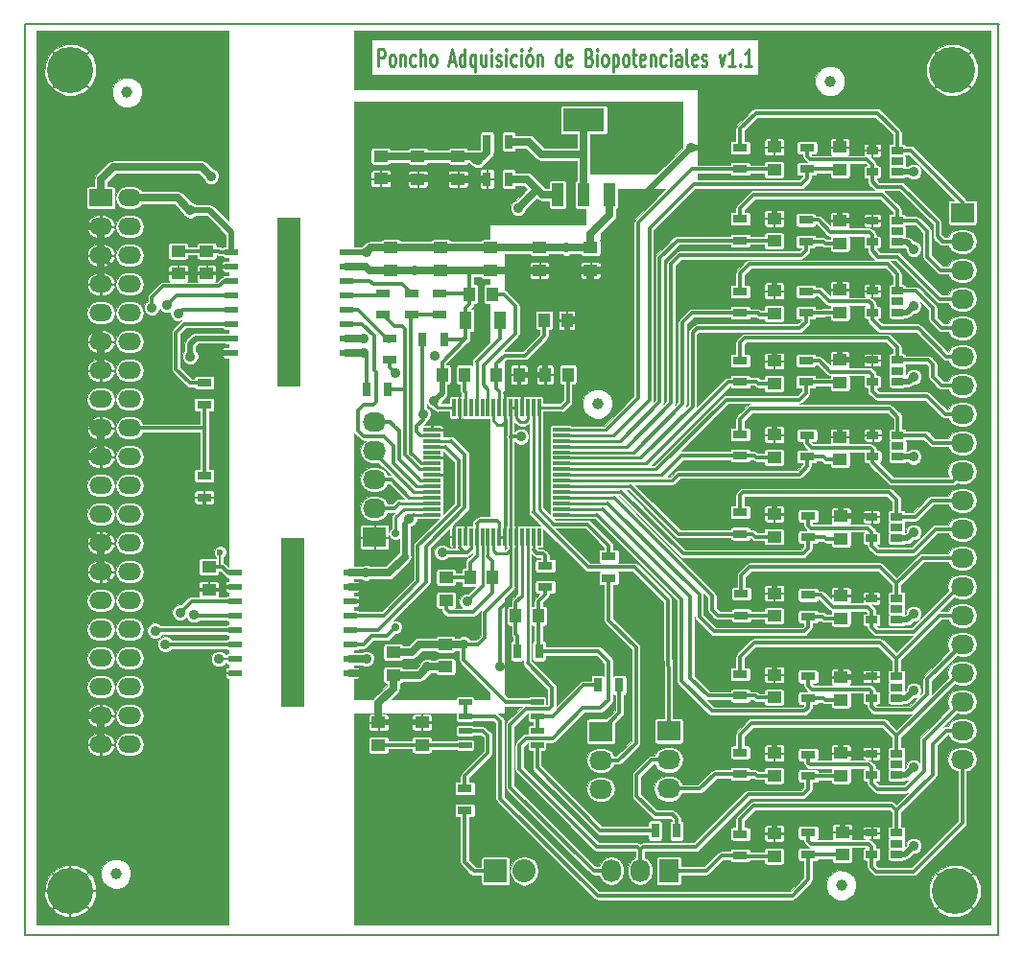
<source format=gbr>
G04 #@! TF.FileFunction,Copper,L1,Top,Signal*
%FSLAX46Y46*%
G04 Gerber Fmt 4.6, Leading zero omitted, Abs format (unit mm)*
G04 Created by KiCad (PCBNEW 4.0.2-stable) date 21/01/2018 10:23:34*
%MOMM*%
G01*
G04 APERTURE LIST*
%ADD10C,0.100000*%
%ADD11C,0.150000*%
%ADD12C,0.254000*%
%ADD13R,1.250000X1.000000*%
%ADD14R,2.000000X15.000000*%
%ADD15R,2.000000X1.524000*%
%ADD16O,2.000000X1.524000*%
%ADD17R,2.032000X1.727200*%
%ADD18O,2.032000X1.727200*%
%ADD19R,1.143000X0.508000*%
%ADD20R,0.700000X1.300000*%
%ADD21R,1.000000X1.250000*%
%ADD22R,1.300000X0.700000*%
%ADD23R,1.060000X0.650000*%
%ADD24R,1.000000X1.600000*%
%ADD25R,1.727200X2.032000*%
%ADD26O,1.727200X2.032000*%
%ADD27C,1.000000*%
%ADD28C,4.064000*%
%ADD29R,1.500000X0.300000*%
%ADD30R,0.300000X1.500000*%
%ADD31R,3.657600X2.032000*%
%ADD32R,1.016000X2.032000*%
%ADD33R,2.032000X2.032000*%
%ADD34O,2.032000X2.032000*%
%ADD35C,0.900000*%
%ADD36C,0.700000*%
%ADD37C,0.600000*%
%ADD38C,0.300000*%
%ADD39C,0.250000*%
%ADD40C,0.200000*%
%ADD41C,0.500000*%
%ADD42C,0.700000*%
G04 APERTURE END LIST*
D10*
D11*
X105666666Y-144500000D02*
G75*
G03X105666666Y-144500000I-1666666J0D01*
G01*
X101500000Y-144500000D02*
X106500000Y-144500000D01*
X104000000Y-142000000D02*
X104000000Y-147000000D01*
X100015000Y-67920000D02*
X185880000Y-67920000D01*
D12*
X131150478Y-71689429D02*
X131150478Y-70165429D01*
X131537525Y-70165429D01*
X131634287Y-70238000D01*
X131682668Y-70310571D01*
X131731049Y-70455714D01*
X131731049Y-70673429D01*
X131682668Y-70818571D01*
X131634287Y-70891143D01*
X131537525Y-70963714D01*
X131150478Y-70963714D01*
X132311621Y-71689429D02*
X132214859Y-71616857D01*
X132166478Y-71544286D01*
X132118097Y-71399143D01*
X132118097Y-70963714D01*
X132166478Y-70818571D01*
X132214859Y-70746000D01*
X132311621Y-70673429D01*
X132456763Y-70673429D01*
X132553525Y-70746000D01*
X132601906Y-70818571D01*
X132650287Y-70963714D01*
X132650287Y-71399143D01*
X132601906Y-71544286D01*
X132553525Y-71616857D01*
X132456763Y-71689429D01*
X132311621Y-71689429D01*
X133085716Y-70673429D02*
X133085716Y-71689429D01*
X133085716Y-70818571D02*
X133134097Y-70746000D01*
X133230859Y-70673429D01*
X133376001Y-70673429D01*
X133472763Y-70746000D01*
X133521144Y-70891143D01*
X133521144Y-71689429D01*
X134440382Y-71616857D02*
X134343620Y-71689429D01*
X134150097Y-71689429D01*
X134053335Y-71616857D01*
X134004954Y-71544286D01*
X133956573Y-71399143D01*
X133956573Y-70963714D01*
X134004954Y-70818571D01*
X134053335Y-70746000D01*
X134150097Y-70673429D01*
X134343620Y-70673429D01*
X134440382Y-70746000D01*
X134875811Y-71689429D02*
X134875811Y-70165429D01*
X135311239Y-71689429D02*
X135311239Y-70891143D01*
X135262858Y-70746000D01*
X135166096Y-70673429D01*
X135020954Y-70673429D01*
X134924192Y-70746000D01*
X134875811Y-70818571D01*
X135940192Y-71689429D02*
X135843430Y-71616857D01*
X135795049Y-71544286D01*
X135746668Y-71399143D01*
X135746668Y-70963714D01*
X135795049Y-70818571D01*
X135843430Y-70746000D01*
X135940192Y-70673429D01*
X136085334Y-70673429D01*
X136182096Y-70746000D01*
X136230477Y-70818571D01*
X136278858Y-70963714D01*
X136278858Y-71399143D01*
X136230477Y-71544286D01*
X136182096Y-71616857D01*
X136085334Y-71689429D01*
X135940192Y-71689429D01*
X137440001Y-71254000D02*
X137923810Y-71254000D01*
X137343239Y-71689429D02*
X137681906Y-70165429D01*
X138020572Y-71689429D01*
X138794667Y-71689429D02*
X138794667Y-70165429D01*
X138794667Y-71616857D02*
X138697905Y-71689429D01*
X138504382Y-71689429D01*
X138407620Y-71616857D01*
X138359239Y-71544286D01*
X138310858Y-71399143D01*
X138310858Y-70963714D01*
X138359239Y-70818571D01*
X138407620Y-70746000D01*
X138504382Y-70673429D01*
X138697905Y-70673429D01*
X138794667Y-70746000D01*
X139713905Y-70673429D02*
X139713905Y-72197429D01*
X139713905Y-71616857D02*
X139617143Y-71689429D01*
X139423620Y-71689429D01*
X139326858Y-71616857D01*
X139278477Y-71544286D01*
X139230096Y-71399143D01*
X139230096Y-70963714D01*
X139278477Y-70818571D01*
X139326858Y-70746000D01*
X139423620Y-70673429D01*
X139617143Y-70673429D01*
X139713905Y-70746000D01*
X140633143Y-70673429D02*
X140633143Y-71689429D01*
X140197715Y-70673429D02*
X140197715Y-71471714D01*
X140246096Y-71616857D01*
X140342858Y-71689429D01*
X140488000Y-71689429D01*
X140584762Y-71616857D01*
X140633143Y-71544286D01*
X141116953Y-71689429D02*
X141116953Y-70673429D01*
X141116953Y-70165429D02*
X141068572Y-70238000D01*
X141116953Y-70310571D01*
X141165334Y-70238000D01*
X141116953Y-70165429D01*
X141116953Y-70310571D01*
X141552382Y-71616857D02*
X141649144Y-71689429D01*
X141842668Y-71689429D01*
X141939429Y-71616857D01*
X141987810Y-71471714D01*
X141987810Y-71399143D01*
X141939429Y-71254000D01*
X141842668Y-71181429D01*
X141697525Y-71181429D01*
X141600763Y-71108857D01*
X141552382Y-70963714D01*
X141552382Y-70891143D01*
X141600763Y-70746000D01*
X141697525Y-70673429D01*
X141842668Y-70673429D01*
X141939429Y-70746000D01*
X142423239Y-71689429D02*
X142423239Y-70673429D01*
X142423239Y-70165429D02*
X142374858Y-70238000D01*
X142423239Y-70310571D01*
X142471620Y-70238000D01*
X142423239Y-70165429D01*
X142423239Y-70310571D01*
X143342477Y-71616857D02*
X143245715Y-71689429D01*
X143052192Y-71689429D01*
X142955430Y-71616857D01*
X142907049Y-71544286D01*
X142858668Y-71399143D01*
X142858668Y-70963714D01*
X142907049Y-70818571D01*
X142955430Y-70746000D01*
X143052192Y-70673429D01*
X143245715Y-70673429D01*
X143342477Y-70746000D01*
X143777906Y-71689429D02*
X143777906Y-70673429D01*
X143777906Y-70165429D02*
X143729525Y-70238000D01*
X143777906Y-70310571D01*
X143826287Y-70238000D01*
X143777906Y-70165429D01*
X143777906Y-70310571D01*
X144406859Y-71689429D02*
X144310097Y-71616857D01*
X144261716Y-71544286D01*
X144213335Y-71399143D01*
X144213335Y-70963714D01*
X144261716Y-70818571D01*
X144310097Y-70746000D01*
X144406859Y-70673429D01*
X144552001Y-70673429D01*
X144648763Y-70746000D01*
X144697144Y-70818571D01*
X144745525Y-70963714D01*
X144745525Y-71399143D01*
X144697144Y-71544286D01*
X144648763Y-71616857D01*
X144552001Y-71689429D01*
X144406859Y-71689429D01*
X144600382Y-70092857D02*
X144455240Y-70310571D01*
X145180954Y-70673429D02*
X145180954Y-71689429D01*
X145180954Y-70818571D02*
X145229335Y-70746000D01*
X145326097Y-70673429D01*
X145471239Y-70673429D01*
X145568001Y-70746000D01*
X145616382Y-70891143D01*
X145616382Y-71689429D01*
X147309715Y-71689429D02*
X147309715Y-70165429D01*
X147309715Y-71616857D02*
X147212953Y-71689429D01*
X147019430Y-71689429D01*
X146922668Y-71616857D01*
X146874287Y-71544286D01*
X146825906Y-71399143D01*
X146825906Y-70963714D01*
X146874287Y-70818571D01*
X146922668Y-70746000D01*
X147019430Y-70673429D01*
X147212953Y-70673429D01*
X147309715Y-70746000D01*
X148180572Y-71616857D02*
X148083810Y-71689429D01*
X147890287Y-71689429D01*
X147793525Y-71616857D01*
X147745144Y-71471714D01*
X147745144Y-70891143D01*
X147793525Y-70746000D01*
X147890287Y-70673429D01*
X148083810Y-70673429D01*
X148180572Y-70746000D01*
X148228953Y-70891143D01*
X148228953Y-71036286D01*
X147745144Y-71181429D01*
X149777143Y-70891143D02*
X149922286Y-70963714D01*
X149970667Y-71036286D01*
X150019048Y-71181429D01*
X150019048Y-71399143D01*
X149970667Y-71544286D01*
X149922286Y-71616857D01*
X149825524Y-71689429D01*
X149438477Y-71689429D01*
X149438477Y-70165429D01*
X149777143Y-70165429D01*
X149873905Y-70238000D01*
X149922286Y-70310571D01*
X149970667Y-70455714D01*
X149970667Y-70600857D01*
X149922286Y-70746000D01*
X149873905Y-70818571D01*
X149777143Y-70891143D01*
X149438477Y-70891143D01*
X150454477Y-71689429D02*
X150454477Y-70673429D01*
X150454477Y-70165429D02*
X150406096Y-70238000D01*
X150454477Y-70310571D01*
X150502858Y-70238000D01*
X150454477Y-70165429D01*
X150454477Y-70310571D01*
X151083430Y-71689429D02*
X150986668Y-71616857D01*
X150938287Y-71544286D01*
X150889906Y-71399143D01*
X150889906Y-70963714D01*
X150938287Y-70818571D01*
X150986668Y-70746000D01*
X151083430Y-70673429D01*
X151228572Y-70673429D01*
X151325334Y-70746000D01*
X151373715Y-70818571D01*
X151422096Y-70963714D01*
X151422096Y-71399143D01*
X151373715Y-71544286D01*
X151325334Y-71616857D01*
X151228572Y-71689429D01*
X151083430Y-71689429D01*
X151857525Y-70673429D02*
X151857525Y-72197429D01*
X151857525Y-70746000D02*
X151954287Y-70673429D01*
X152147810Y-70673429D01*
X152244572Y-70746000D01*
X152292953Y-70818571D01*
X152341334Y-70963714D01*
X152341334Y-71399143D01*
X152292953Y-71544286D01*
X152244572Y-71616857D01*
X152147810Y-71689429D01*
X151954287Y-71689429D01*
X151857525Y-71616857D01*
X152921906Y-71689429D02*
X152825144Y-71616857D01*
X152776763Y-71544286D01*
X152728382Y-71399143D01*
X152728382Y-70963714D01*
X152776763Y-70818571D01*
X152825144Y-70746000D01*
X152921906Y-70673429D01*
X153067048Y-70673429D01*
X153163810Y-70746000D01*
X153212191Y-70818571D01*
X153260572Y-70963714D01*
X153260572Y-71399143D01*
X153212191Y-71544286D01*
X153163810Y-71616857D01*
X153067048Y-71689429D01*
X152921906Y-71689429D01*
X153550858Y-70673429D02*
X153937906Y-70673429D01*
X153696001Y-70165429D02*
X153696001Y-71471714D01*
X153744382Y-71616857D01*
X153841144Y-71689429D01*
X153937906Y-71689429D01*
X154663619Y-71616857D02*
X154566857Y-71689429D01*
X154373334Y-71689429D01*
X154276572Y-71616857D01*
X154228191Y-71471714D01*
X154228191Y-70891143D01*
X154276572Y-70746000D01*
X154373334Y-70673429D01*
X154566857Y-70673429D01*
X154663619Y-70746000D01*
X154712000Y-70891143D01*
X154712000Y-71036286D01*
X154228191Y-71181429D01*
X155147429Y-70673429D02*
X155147429Y-71689429D01*
X155147429Y-70818571D02*
X155195810Y-70746000D01*
X155292572Y-70673429D01*
X155437714Y-70673429D01*
X155534476Y-70746000D01*
X155582857Y-70891143D01*
X155582857Y-71689429D01*
X156502095Y-71616857D02*
X156405333Y-71689429D01*
X156211810Y-71689429D01*
X156115048Y-71616857D01*
X156066667Y-71544286D01*
X156018286Y-71399143D01*
X156018286Y-70963714D01*
X156066667Y-70818571D01*
X156115048Y-70746000D01*
X156211810Y-70673429D01*
X156405333Y-70673429D01*
X156502095Y-70746000D01*
X156937524Y-71689429D02*
X156937524Y-70673429D01*
X156937524Y-70165429D02*
X156889143Y-70238000D01*
X156937524Y-70310571D01*
X156985905Y-70238000D01*
X156937524Y-70165429D01*
X156937524Y-70310571D01*
X157856762Y-71689429D02*
X157856762Y-70891143D01*
X157808381Y-70746000D01*
X157711619Y-70673429D01*
X157518096Y-70673429D01*
X157421334Y-70746000D01*
X157856762Y-71616857D02*
X157760000Y-71689429D01*
X157518096Y-71689429D01*
X157421334Y-71616857D01*
X157372953Y-71471714D01*
X157372953Y-71326571D01*
X157421334Y-71181429D01*
X157518096Y-71108857D01*
X157760000Y-71108857D01*
X157856762Y-71036286D01*
X158485715Y-71689429D02*
X158388953Y-71616857D01*
X158340572Y-71471714D01*
X158340572Y-70165429D01*
X159259809Y-71616857D02*
X159163047Y-71689429D01*
X158969524Y-71689429D01*
X158872762Y-71616857D01*
X158824381Y-71471714D01*
X158824381Y-70891143D01*
X158872762Y-70746000D01*
X158969524Y-70673429D01*
X159163047Y-70673429D01*
X159259809Y-70746000D01*
X159308190Y-70891143D01*
X159308190Y-71036286D01*
X158824381Y-71181429D01*
X159695238Y-71616857D02*
X159792000Y-71689429D01*
X159985524Y-71689429D01*
X160082285Y-71616857D01*
X160130666Y-71471714D01*
X160130666Y-71399143D01*
X160082285Y-71254000D01*
X159985524Y-71181429D01*
X159840381Y-71181429D01*
X159743619Y-71108857D01*
X159695238Y-70963714D01*
X159695238Y-70891143D01*
X159743619Y-70746000D01*
X159840381Y-70673429D01*
X159985524Y-70673429D01*
X160082285Y-70746000D01*
X161243428Y-70673429D02*
X161485333Y-71689429D01*
X161727237Y-70673429D01*
X162646475Y-71689429D02*
X162065904Y-71689429D01*
X162356190Y-71689429D02*
X162356190Y-70165429D01*
X162259428Y-70383143D01*
X162162666Y-70528286D01*
X162065904Y-70600857D01*
X163081904Y-71544286D02*
X163130285Y-71616857D01*
X163081904Y-71689429D01*
X163033523Y-71616857D01*
X163081904Y-71544286D01*
X163081904Y-71689429D01*
X164097904Y-71689429D02*
X163517333Y-71689429D01*
X163807619Y-71689429D02*
X163807619Y-70165429D01*
X163710857Y-70383143D01*
X163614095Y-70528286D01*
X163517333Y-70600857D01*
D11*
X100015000Y-67920000D02*
X100015000Y-148420000D01*
X185875000Y-148420000D02*
X185875000Y-67920000D01*
X100010000Y-148420000D02*
X185875000Y-148420000D01*
D13*
X138200000Y-79650000D03*
X138200000Y-81650000D03*
D14*
X123580000Y-120820000D03*
X123280000Y-92520000D03*
D15*
X106680000Y-83320000D03*
D16*
X109220000Y-83320000D03*
X106680000Y-85860000D03*
X109220000Y-85860000D03*
X106680000Y-88400000D03*
X109220000Y-88400000D03*
X106680000Y-90940000D03*
X109220000Y-90940000D03*
X106680000Y-93480000D03*
X109220000Y-93480000D03*
X106680000Y-96020000D03*
X109220000Y-96020000D03*
X106680000Y-98560000D03*
X109220000Y-98560000D03*
X106680000Y-101100000D03*
X109220000Y-101100000D03*
X106680000Y-103640000D03*
X109220000Y-103640000D03*
X106680000Y-106180000D03*
X109220000Y-106180000D03*
X106680000Y-108720000D03*
X109220000Y-108720000D03*
X106680000Y-111260000D03*
X109220000Y-111260000D03*
X106680000Y-113800000D03*
X109220000Y-113800000D03*
X106680000Y-116340000D03*
X109220000Y-116340000D03*
X106680000Y-118880000D03*
X109220000Y-118880000D03*
X106680000Y-121420000D03*
X109220000Y-121420000D03*
X106680000Y-123960000D03*
X109220000Y-123960000D03*
X106680000Y-126500000D03*
X109220000Y-126500000D03*
X106680000Y-129040000D03*
X109220000Y-129040000D03*
X106680000Y-131580000D03*
X109220000Y-131580000D03*
D17*
X156770000Y-130400000D03*
D18*
X156770000Y-132940000D03*
X156770000Y-135480000D03*
D19*
X118500000Y-116375000D03*
X118500000Y-117645000D03*
X118500000Y-118915000D03*
X118500000Y-120185000D03*
X118500000Y-121455000D03*
X118500000Y-122725000D03*
X118500000Y-123995000D03*
X118500000Y-125265000D03*
X128660000Y-125265000D03*
X128660000Y-123995000D03*
X128660000Y-122725000D03*
X128660000Y-121455000D03*
X128660000Y-120185000D03*
X128660000Y-118915000D03*
X128660000Y-117645000D03*
X128660000Y-116375000D03*
D20*
X140750000Y-78350000D03*
X142650000Y-78350000D03*
D19*
X118200000Y-88075000D03*
X118200000Y-89345000D03*
X118200000Y-90615000D03*
X118200000Y-91885000D03*
X118200000Y-93155000D03*
X118200000Y-94425000D03*
X118200000Y-95695000D03*
X118200000Y-96965000D03*
X128360000Y-96965000D03*
X128360000Y-95695000D03*
X128360000Y-94425000D03*
X128360000Y-93155000D03*
X128360000Y-91885000D03*
X128360000Y-90615000D03*
X128360000Y-89345000D03*
X128360000Y-88075000D03*
D13*
X166080000Y-80820000D03*
X166080000Y-78820000D03*
X171880000Y-80820000D03*
X171880000Y-78820000D03*
X166080000Y-87120000D03*
X166080000Y-85120000D03*
X171880000Y-87320000D03*
X171880000Y-85320000D03*
X166080000Y-93520000D03*
X166080000Y-91520000D03*
X171880000Y-93420000D03*
X171880000Y-91420000D03*
X166080000Y-99720000D03*
X166080000Y-97720000D03*
X171880000Y-99620000D03*
X171880000Y-97620000D03*
X166080000Y-106220000D03*
X166080000Y-104220000D03*
X171880000Y-106420000D03*
X171880000Y-104420000D03*
X166080000Y-113220000D03*
X166080000Y-111220000D03*
X171980000Y-113420000D03*
X171980000Y-111420000D03*
X166080000Y-120220000D03*
X166080000Y-118220000D03*
X171980000Y-120420000D03*
X171980000Y-118420000D03*
X166080000Y-127420000D03*
X166080000Y-125420000D03*
X171980000Y-127620000D03*
X171980000Y-125620000D03*
X166080000Y-134320000D03*
X166080000Y-132320000D03*
X171980000Y-134320000D03*
X171980000Y-132320000D03*
D21*
X145780000Y-94120000D03*
X147780000Y-94120000D03*
X141580000Y-98920000D03*
X143580000Y-98920000D03*
X141200000Y-91800000D03*
X139200000Y-91800000D03*
X138780000Y-98920000D03*
X136780000Y-98920000D03*
D13*
X137140000Y-118820000D03*
X137140000Y-116820000D03*
D21*
X141250000Y-116820000D03*
X139250000Y-116820000D03*
D13*
X131380000Y-79620000D03*
X131380000Y-81620000D03*
X134650000Y-79650000D03*
X134650000Y-81650000D03*
X145380000Y-87720000D03*
X145380000Y-89720000D03*
X149880000Y-87720000D03*
X149880000Y-89720000D03*
X132280000Y-87720000D03*
X132280000Y-89720000D03*
X136680000Y-87720000D03*
X136680000Y-89720000D03*
X141080000Y-87720000D03*
X141080000Y-89720000D03*
D22*
X163080000Y-78870000D03*
X163080000Y-80770000D03*
X168980000Y-80770000D03*
X168980000Y-78870000D03*
X163080000Y-87070000D03*
X163080000Y-85170000D03*
X168880000Y-87170000D03*
X168880000Y-85270000D03*
X163080000Y-91570000D03*
X163080000Y-93470000D03*
X168880000Y-93470000D03*
X168880000Y-91570000D03*
X163080000Y-99570000D03*
X163080000Y-97670000D03*
X168880000Y-99570000D03*
X168880000Y-97670000D03*
X163080000Y-104170000D03*
X163080000Y-106070000D03*
X168980000Y-106170000D03*
X168980000Y-104270000D03*
X163080000Y-112970000D03*
X163080000Y-111070000D03*
X169080000Y-113270000D03*
X169080000Y-111370000D03*
X163180000Y-118270000D03*
X163180000Y-120170000D03*
X169080000Y-120270000D03*
X169080000Y-118370000D03*
X163080000Y-127270000D03*
X163080000Y-125370000D03*
X169080000Y-127470000D03*
X169080000Y-125570000D03*
X163080000Y-132270000D03*
X163080000Y-134170000D03*
X169080000Y-134370000D03*
X169080000Y-132470000D03*
D23*
X176930000Y-81020000D03*
X176930000Y-80070000D03*
X176930000Y-79120000D03*
X174730000Y-79120000D03*
X174730000Y-81020000D03*
X176930000Y-87220000D03*
X176930000Y-86270000D03*
X176930000Y-85320000D03*
X174730000Y-85320000D03*
X174730000Y-87220000D03*
X176930000Y-93420000D03*
X176930000Y-92470000D03*
X176930000Y-91520000D03*
X174730000Y-91520000D03*
X174730000Y-93420000D03*
X176930000Y-99520000D03*
X176930000Y-98570000D03*
X176930000Y-97620000D03*
X174730000Y-97620000D03*
X174730000Y-99520000D03*
X176980000Y-106170000D03*
X176980000Y-105220000D03*
X176980000Y-104270000D03*
X174780000Y-104270000D03*
X174780000Y-106170000D03*
X176880000Y-113370000D03*
X176880000Y-112420000D03*
X176880000Y-111470000D03*
X174680000Y-111470000D03*
X174680000Y-113370000D03*
X176880000Y-120570000D03*
X176880000Y-119620000D03*
X176880000Y-118670000D03*
X174680000Y-118670000D03*
X174680000Y-120570000D03*
X176880000Y-127470000D03*
X176880000Y-126520000D03*
X176880000Y-125570000D03*
X174680000Y-125570000D03*
X174680000Y-127470000D03*
X176880000Y-134270000D03*
X176880000Y-133320000D03*
X176880000Y-132370000D03*
X174680000Y-132370000D03*
X174680000Y-134270000D03*
D24*
X141880000Y-94120000D03*
X138880000Y-94120000D03*
D21*
X145280000Y-120220000D03*
X143280000Y-120220000D03*
D13*
X131180000Y-131620000D03*
X131180000Y-129620000D03*
D21*
X147880000Y-98920000D03*
X145880000Y-98920000D03*
D13*
X132480000Y-123420000D03*
X132480000Y-125420000D03*
X135000000Y-129600000D03*
X135000000Y-131600000D03*
D25*
X156780000Y-142720000D03*
D26*
X154240000Y-142720000D03*
X151700000Y-142720000D03*
D17*
X150780000Y-130420000D03*
D18*
X150780000Y-132960000D03*
X150780000Y-135500000D03*
D22*
X145880000Y-117670000D03*
X145880000Y-115770000D03*
D20*
X145330000Y-123320000D03*
X143430000Y-123320000D03*
D22*
X138780000Y-135470000D03*
X138780000Y-137370000D03*
X151480000Y-116870000D03*
X151480000Y-114970000D03*
D20*
X150530000Y-126320000D03*
X152430000Y-126320000D03*
X157470000Y-139180000D03*
X155570000Y-139180000D03*
D13*
X172080000Y-141320000D03*
X172080000Y-139320000D03*
X166080000Y-141420000D03*
X166080000Y-139420000D03*
D22*
X169080000Y-139370000D03*
X169080000Y-141270000D03*
X163080000Y-139470000D03*
X163080000Y-141370000D03*
D17*
X182680000Y-84620000D03*
D18*
X182680000Y-87160000D03*
X182680000Y-89700000D03*
X182680000Y-92240000D03*
X182680000Y-94780000D03*
X182680000Y-97320000D03*
X182680000Y-99860000D03*
X182680000Y-102400000D03*
X182680000Y-104940000D03*
X182680000Y-107480000D03*
X182680000Y-110020000D03*
X182680000Y-112560000D03*
X182680000Y-115100000D03*
X182680000Y-117640000D03*
X182680000Y-120180000D03*
X182680000Y-122720000D03*
X182680000Y-125260000D03*
X182680000Y-127800000D03*
X182680000Y-130340000D03*
X182680000Y-132880000D03*
D23*
X176880000Y-141270000D03*
X176880000Y-140320000D03*
X176880000Y-139370000D03*
X174680000Y-139370000D03*
X174680000Y-141270000D03*
D20*
X140750000Y-81650000D03*
X142650000Y-81650000D03*
D13*
X116000000Y-88000000D03*
X116000000Y-90000000D03*
X113500000Y-88000000D03*
X113500000Y-90000000D03*
X116200000Y-117900000D03*
X116200000Y-115900000D03*
D27*
X109000000Y-74000000D03*
X171000000Y-73000000D03*
X108000000Y-143000000D03*
X172000000Y-144000000D03*
D28*
X181800000Y-72000000D03*
X182000000Y-144500000D03*
X104000000Y-72000000D03*
X104000000Y-144500000D03*
D27*
X150500000Y-101500000D03*
D17*
X130820000Y-113270000D03*
D18*
X130820000Y-110730000D03*
X130820000Y-108190000D03*
X130820000Y-105650000D03*
X130820000Y-103110000D03*
D22*
X134100000Y-93650000D03*
X134100000Y-91750000D03*
X131600000Y-93650000D03*
X131600000Y-91750000D03*
X132150000Y-97600000D03*
X132150000Y-95700000D03*
X136600000Y-91750000D03*
X136600000Y-93650000D03*
D20*
X130100000Y-100250000D03*
X132000000Y-100250000D03*
X136950000Y-95800000D03*
X135050000Y-95800000D03*
D22*
X115800000Y-99650000D03*
X115800000Y-101550000D03*
X115800000Y-109750000D03*
X115800000Y-107850000D03*
D29*
X147280000Y-111270000D03*
X147280000Y-110770000D03*
X147280000Y-110270000D03*
X147280000Y-109770000D03*
X147280000Y-109270000D03*
X147280000Y-108770000D03*
X147280000Y-108270000D03*
X147280000Y-107770000D03*
X147280000Y-107270000D03*
X147280000Y-106770000D03*
X147280000Y-106270000D03*
X147280000Y-105770000D03*
X147280000Y-105270000D03*
X147280000Y-104770000D03*
X147280000Y-104270000D03*
X147280000Y-103770000D03*
D30*
X145330000Y-101820000D03*
X144830000Y-101820000D03*
X144330000Y-101820000D03*
X143830000Y-101820000D03*
X143330000Y-101820000D03*
X142830000Y-101820000D03*
X142330000Y-101820000D03*
X141830000Y-101820000D03*
X141330000Y-101820000D03*
X140830000Y-101820000D03*
X140330000Y-101820000D03*
X139830000Y-101820000D03*
X139330000Y-101820000D03*
X138830000Y-101820000D03*
X138330000Y-101820000D03*
X137830000Y-101820000D03*
D29*
X135880000Y-103770000D03*
X135880000Y-104270000D03*
X135880000Y-104770000D03*
X135880000Y-105270000D03*
X135880000Y-105770000D03*
X135880000Y-106270000D03*
X135880000Y-106770000D03*
X135880000Y-107270000D03*
X135880000Y-107770000D03*
X135880000Y-108270000D03*
X135880000Y-108770000D03*
X135880000Y-109270000D03*
X135880000Y-109770000D03*
X135880000Y-110270000D03*
X135880000Y-110770000D03*
X135880000Y-111270000D03*
D30*
X137830000Y-113220000D03*
X138330000Y-113220000D03*
X138830000Y-113220000D03*
X139330000Y-113220000D03*
X139830000Y-113220000D03*
X140330000Y-113220000D03*
X140830000Y-113220000D03*
X141330000Y-113220000D03*
X141830000Y-113220000D03*
X142330000Y-113220000D03*
X142830000Y-113220000D03*
X143330000Y-113220000D03*
X143830000Y-113220000D03*
X144330000Y-113220000D03*
X144830000Y-113220000D03*
X145330000Y-113220000D03*
D31*
X149280000Y-76418000D03*
D32*
X149280000Y-83022000D03*
X151566000Y-83022000D03*
X146994000Y-83022000D03*
D19*
X145155000Y-127815000D03*
X145155000Y-129085000D03*
X145155000Y-130355000D03*
X145155000Y-131625000D03*
X138805000Y-131625000D03*
X138805000Y-130355000D03*
X138805000Y-129085000D03*
X138805000Y-127815000D03*
D33*
X141510000Y-142750000D03*
D34*
X144050000Y-142750000D03*
D13*
X137080000Y-122720000D03*
X137080000Y-124720000D03*
D35*
X156500000Y-110500000D03*
X161000000Y-112000000D03*
X158000000Y-112000000D03*
X159880000Y-92420000D03*
X158380000Y-90920000D03*
X161380000Y-90920000D03*
X159880000Y-89420000D03*
X151380000Y-95420000D03*
X151380000Y-93420000D03*
X152880000Y-96920000D03*
X143250000Y-89720000D03*
X143500000Y-84200000D03*
X136100000Y-97290000D03*
X129900000Y-97000000D03*
X134380000Y-89720000D03*
X178250000Y-144500000D03*
X173900000Y-146000000D03*
X170100000Y-146000000D03*
X167400000Y-146000000D03*
X142800000Y-146000000D03*
X140000000Y-145400000D03*
X134900000Y-143400000D03*
X136880000Y-141420000D03*
X134880000Y-139420000D03*
X130880000Y-139420000D03*
X132880000Y-137420000D03*
X136880000Y-137420000D03*
X134880000Y-135420000D03*
X130880000Y-135420000D03*
X132880000Y-141420000D03*
X130880000Y-143420000D03*
X132900000Y-145400000D03*
X136900000Y-145400000D03*
X176700000Y-146000000D03*
X175250000Y-144500000D03*
X160900000Y-103700000D03*
X159500000Y-110500000D03*
X159500000Y-105000000D03*
X161000000Y-109000000D03*
X158000000Y-109000000D03*
X160900000Y-96200000D03*
X160900000Y-98500000D03*
X151380000Y-98420000D03*
X149880000Y-96920000D03*
X148880000Y-116400000D03*
X159500000Y-116000000D03*
X153000000Y-119500000D03*
X150380000Y-120420000D03*
X155000000Y-119500000D03*
X161500000Y-116000000D03*
X161380000Y-122920000D03*
X167680000Y-116960000D03*
X148880000Y-118920000D03*
X147380000Y-120420000D03*
X148880000Y-121920000D03*
X149180000Y-113570000D03*
X159880000Y-124420000D03*
X159880000Y-122920000D03*
X161380000Y-124420000D03*
X161380000Y-125920000D03*
X146880000Y-124920000D03*
X149880000Y-124920000D03*
D36*
X143050000Y-100350000D03*
D35*
X136080000Y-101220000D03*
X141880000Y-124720000D03*
X135480000Y-124720000D03*
X173480000Y-76870000D03*
X173480000Y-90170000D03*
X173480000Y-116940000D03*
X173490000Y-123710000D03*
X173480000Y-130660000D03*
X173480000Y-137900000D03*
X173480000Y-102910000D03*
X173480000Y-85320000D03*
X173480000Y-111420000D03*
X173480000Y-97620000D03*
X158730000Y-78890000D03*
X161500000Y-73000000D03*
X161000000Y-85000000D03*
X156380000Y-86420000D03*
X153010000Y-86420000D03*
X158000000Y-85000000D03*
X159500000Y-83500000D03*
X169000000Y-73000000D03*
X179500000Y-75000000D03*
X175500000Y-71000000D03*
X171000000Y-71000000D03*
X173500000Y-73000000D03*
X177500000Y-73000000D03*
X181500000Y-77000000D03*
X167000000Y-71000000D03*
X165000000Y-73000000D03*
X158500000Y-73000000D03*
X152500000Y-73000000D03*
X149500000Y-73000000D03*
X155500000Y-73000000D03*
X183500000Y-75000000D03*
X179500000Y-79000000D03*
X183500000Y-79000000D03*
X181500000Y-81000000D03*
X146500000Y-73000000D03*
X143500000Y-73000000D03*
X140500000Y-73000000D03*
X134500000Y-73000000D03*
X137500000Y-73000000D03*
X131500000Y-73000000D03*
X132650000Y-98800000D03*
X135100000Y-102400000D03*
D36*
X132680000Y-121220000D03*
X132680000Y-112950000D03*
D35*
X114580000Y-97320000D03*
X114580000Y-84420000D03*
X116000000Y-125300000D03*
X114000000Y-135000000D03*
X110000000Y-135000000D03*
X106000000Y-135000000D03*
X104000000Y-137000000D03*
X108000000Y-137000000D03*
X112000000Y-137000000D03*
X116000000Y-137000000D03*
X106000000Y-139000000D03*
X110000000Y-139000000D03*
X114000000Y-139000000D03*
X104000000Y-141000000D03*
X116000000Y-141000000D03*
X112000000Y-141000000D03*
X108000000Y-141000000D03*
X110000000Y-143000000D03*
X114000000Y-143000000D03*
X116000000Y-145000000D03*
X112000000Y-145000000D03*
X108000000Y-145000000D03*
X107000000Y-70000000D03*
X107000000Y-74000000D03*
X115000000Y-70000000D03*
X115000000Y-78000000D03*
X111000000Y-78000000D03*
X107000000Y-78000000D03*
X103000000Y-78000000D03*
X105000000Y-76000000D03*
X109000000Y-76000000D03*
X113000000Y-76000000D03*
X115000000Y-74000000D03*
X111000000Y-74000000D03*
X113000000Y-72000000D03*
X111000000Y-70000000D03*
X109000000Y-72000000D03*
X115980000Y-96970000D03*
X136450000Y-85800000D03*
X134250000Y-85800000D03*
X132100000Y-85700000D03*
X132100000Y-83700000D03*
X134300000Y-83700000D03*
X136400000Y-83700000D03*
X139900000Y-84400000D03*
X139750000Y-107000000D03*
X137350000Y-107000000D03*
X136000000Y-121000000D03*
X134500000Y-121000000D03*
X134500000Y-119500000D03*
X137500000Y-121000000D03*
X135400000Y-126500000D03*
X130450000Y-125260000D03*
X131550000Y-117640000D03*
X139950000Y-79950000D03*
X136780000Y-114620000D03*
X133890000Y-111660000D03*
X130105000Y-123995000D03*
X130080000Y-116420000D03*
X143750000Y-104400000D03*
X147750000Y-87720000D03*
X178390000Y-106170000D03*
X178380000Y-112820000D03*
X178380000Y-120020000D03*
X178380000Y-126820000D03*
X178380000Y-133620000D03*
X178380000Y-140520000D03*
X178380000Y-99120000D03*
X178380000Y-81000000D03*
X178380000Y-87820000D03*
X178380000Y-92820000D03*
X130145000Y-88075000D03*
X129880000Y-95720000D03*
X138680000Y-122720000D03*
X138990000Y-118950000D03*
D37*
X117200000Y-114600000D03*
D35*
X117100000Y-124000000D03*
X116400000Y-81400000D03*
X111200000Y-93000000D03*
X112500000Y-92780000D03*
X113500000Y-93500000D03*
X113680000Y-119920000D03*
X114880000Y-120120000D03*
X111480000Y-121520000D03*
X112380000Y-122720000D03*
D38*
X163080000Y-80770000D02*
X158830000Y-80770000D01*
X158830000Y-80770000D02*
X154080000Y-85520000D01*
X154080000Y-85520000D02*
X154080000Y-101020000D01*
X154080000Y-101020000D02*
X151330000Y-103770000D01*
D39*
X151330000Y-103770000D02*
X147280000Y-103770000D01*
D38*
X163080000Y-80770000D02*
X166030000Y-80770000D01*
D40*
X166030000Y-80770000D02*
X166080000Y-80820000D01*
D39*
X147280000Y-104270000D02*
X151930000Y-104270000D01*
D38*
X168980000Y-81620000D02*
X168980000Y-80770000D01*
X168480000Y-82120000D02*
X168980000Y-81620000D01*
X158980000Y-82120000D02*
X168480000Y-82120000D01*
X155080000Y-86020000D02*
X158980000Y-82120000D01*
X155080000Y-101120000D02*
X155080000Y-86020000D01*
X151930000Y-104270000D02*
X155080000Y-101120000D01*
X168980000Y-80770000D02*
X171830000Y-80770000D01*
D40*
X171830000Y-80770000D02*
X171880000Y-80820000D01*
D38*
X163080000Y-87070000D02*
X166030000Y-87070000D01*
D40*
X166030000Y-87070000D02*
X166080000Y-87120000D01*
D39*
X147280000Y-104770000D02*
X152530000Y-104770000D01*
D38*
X157530000Y-87070000D02*
X163080000Y-87070000D01*
X155980000Y-88620000D02*
X157530000Y-87070000D01*
X155980000Y-101320000D02*
X155980000Y-88620000D01*
X152530000Y-104770000D02*
X155980000Y-101320000D01*
X168880000Y-87170000D02*
X168880000Y-87920000D01*
X168880000Y-87920000D02*
X168440000Y-88360000D01*
X168440000Y-88360000D02*
X157740000Y-88360000D01*
X157740000Y-88360000D02*
X156980000Y-89120000D01*
X156980000Y-89120000D02*
X156980000Y-101420000D01*
X156980000Y-101420000D02*
X153130000Y-105270000D01*
D39*
X153130000Y-105270000D02*
X147280000Y-105270000D01*
D38*
X168880000Y-87170000D02*
X170430000Y-87170000D01*
X170580000Y-87320000D02*
X171880000Y-87320000D01*
X170430000Y-87170000D02*
X170580000Y-87320000D01*
X163080000Y-93470000D02*
X164630000Y-93470000D01*
X164780000Y-93620000D02*
X165980000Y-93620000D01*
X164630000Y-93470000D02*
X164780000Y-93620000D01*
D40*
X165980000Y-93620000D02*
X166080000Y-93520000D01*
D39*
X147280000Y-105770000D02*
X153730000Y-105770000D01*
D38*
X158830000Y-93470000D02*
X163080000Y-93470000D01*
X157980000Y-94320000D02*
X158830000Y-93470000D01*
X157980000Y-101520000D02*
X157980000Y-94320000D01*
X153730000Y-105770000D02*
X157980000Y-101520000D01*
X168880000Y-93470000D02*
X168880000Y-94280000D01*
X168880000Y-94280000D02*
X168340000Y-94820000D01*
D39*
X154330000Y-106270000D02*
X147280000Y-106270000D01*
D38*
X158880000Y-101720000D02*
X154330000Y-106270000D01*
X158880000Y-95220000D02*
X158880000Y-101720000D01*
X159280000Y-94820000D02*
X158880000Y-95220000D01*
X168340000Y-94820000D02*
X159280000Y-94820000D01*
X168880000Y-93470000D02*
X170430000Y-93470000D01*
X170480000Y-93420000D02*
X171880000Y-93420000D01*
X170430000Y-93470000D02*
X170480000Y-93420000D01*
X166080000Y-99720000D02*
X164680000Y-99720000D01*
X164480000Y-99520000D02*
X163130000Y-99520000D01*
X164680000Y-99720000D02*
X164480000Y-99520000D01*
D40*
X163130000Y-99520000D02*
X163080000Y-99570000D01*
D39*
X147280000Y-106770000D02*
X154830000Y-106770000D01*
D38*
X162030000Y-99570000D02*
X163080000Y-99570000D01*
X154830000Y-106770000D02*
X162030000Y-99570000D01*
X168880000Y-99570000D02*
X168880000Y-100520000D01*
D39*
X155730000Y-107270000D02*
X147280000Y-107270000D01*
D38*
X161880000Y-101120000D02*
X155730000Y-107270000D01*
X168280000Y-101120000D02*
X161880000Y-101120000D01*
X168880000Y-100520000D02*
X168280000Y-101120000D01*
X168880000Y-99570000D02*
X171830000Y-99570000D01*
D40*
X171830000Y-99570000D02*
X171880000Y-99620000D01*
D38*
X163080000Y-106070000D02*
X164330000Y-106070000D01*
X164480000Y-106220000D02*
X166080000Y-106220000D01*
X164330000Y-106070000D02*
X164480000Y-106220000D01*
D39*
X147280000Y-107770000D02*
X156230000Y-107770000D01*
D38*
X157930000Y-106070000D02*
X163080000Y-106070000D01*
X156230000Y-107770000D02*
X157930000Y-106070000D01*
X168980000Y-106170000D02*
X168980000Y-107020000D01*
D39*
X157130000Y-108270000D02*
X147280000Y-108270000D01*
D38*
X157680000Y-107720000D02*
X157130000Y-108270000D01*
X168280000Y-107720000D02*
X157680000Y-107720000D01*
X168980000Y-107020000D02*
X168280000Y-107720000D01*
X171880000Y-106420000D02*
X170680000Y-106420000D01*
X170430000Y-106170000D02*
X168980000Y-106170000D01*
X170680000Y-106420000D02*
X170430000Y-106170000D01*
X163080000Y-112970000D02*
X164130000Y-112970000D01*
X164380000Y-113220000D02*
X166080000Y-113220000D01*
X164130000Y-112970000D02*
X164380000Y-113220000D01*
D39*
X147280000Y-108770000D02*
X153430000Y-108770000D01*
D38*
X157630000Y-112970000D02*
X163080000Y-112970000D01*
X153430000Y-108770000D02*
X157630000Y-112970000D01*
D39*
X147280000Y-109270000D02*
X152600000Y-109270000D01*
D38*
X169080000Y-114270000D02*
X169080000Y-113270000D01*
X168630000Y-114720000D02*
X169080000Y-114270000D01*
X158050000Y-114720000D02*
X168630000Y-114720000D01*
X152600000Y-109270000D02*
X158050000Y-114720000D01*
X171980000Y-113420000D02*
X170680000Y-113420000D01*
X170530000Y-113270000D02*
X169080000Y-113270000D01*
X170680000Y-113420000D02*
X170530000Y-113270000D01*
X163180000Y-120170000D02*
X166030000Y-120170000D01*
D40*
X166030000Y-120170000D02*
X166080000Y-120220000D01*
D39*
X147280000Y-109770000D02*
X151930000Y-109770000D01*
D38*
X161100000Y-120170000D02*
X163180000Y-120170000D01*
X160610000Y-119680000D02*
X161100000Y-120170000D01*
X160610000Y-118450000D02*
X160610000Y-119680000D01*
X151930000Y-109770000D02*
X160610000Y-118450000D01*
D39*
X147280000Y-110270000D02*
X151390000Y-110270000D01*
D38*
X169080000Y-121220000D02*
X169080000Y-120270000D01*
X168720000Y-121580000D02*
X169080000Y-121220000D01*
X160790000Y-121580000D02*
X168720000Y-121580000D01*
X159480000Y-120270000D02*
X160790000Y-121580000D01*
X159480000Y-118360000D02*
X159480000Y-120270000D01*
X151390000Y-110270000D02*
X159480000Y-118360000D01*
X170330000Y-120270000D02*
X170480000Y-120420000D01*
X170480000Y-120420000D02*
X171980000Y-120420000D01*
X169080000Y-120270000D02*
X170330000Y-120270000D01*
D39*
X147280000Y-110770000D02*
X150930000Y-110770000D01*
D38*
X160230000Y-127270000D02*
X163080000Y-127270000D01*
X158680000Y-125720000D02*
X160230000Y-127270000D01*
X158680000Y-118520000D02*
X158680000Y-125720000D01*
X150930000Y-110770000D02*
X158680000Y-118520000D01*
X163080000Y-127270000D02*
X164430000Y-127270000D01*
X164580000Y-127420000D02*
X166080000Y-127420000D01*
X164430000Y-127270000D02*
X164580000Y-127420000D01*
X169080000Y-127470000D02*
X169080000Y-128290000D01*
X168750000Y-128620000D02*
X160580000Y-128620000D01*
X160580000Y-128620000D02*
X157880000Y-125920000D01*
X157880000Y-125920000D02*
X157880000Y-118720000D01*
X157880000Y-118720000D02*
X150430000Y-111270000D01*
D39*
X150430000Y-111270000D02*
X147280000Y-111270000D01*
D38*
X169080000Y-128290000D02*
X168750000Y-128620000D01*
X169080000Y-127470000D02*
X170430000Y-127470000D01*
X170580000Y-127620000D02*
X171980000Y-127620000D01*
X170430000Y-127470000D02*
X170580000Y-127620000D01*
X163080000Y-134170000D02*
X160840000Y-134170000D01*
X159530000Y-135480000D02*
X156770000Y-135480000D01*
X160840000Y-134170000D02*
X159530000Y-135480000D01*
X166080000Y-134320000D02*
X164580000Y-134320000D01*
X164580000Y-134320000D02*
X164430000Y-134170000D01*
X164430000Y-134170000D02*
X163080000Y-134170000D01*
X145780000Y-94120000D02*
X145780000Y-95520000D01*
X141580000Y-97920000D02*
X141580000Y-98920000D01*
X142280000Y-97220000D02*
X141580000Y-97920000D01*
X144080000Y-97220000D02*
X142280000Y-97220000D01*
X145780000Y-95520000D02*
X144080000Y-97220000D01*
X141580000Y-98920000D02*
X141580000Y-100120000D01*
D39*
X141830000Y-100370000D02*
X141830000Y-101820000D01*
D38*
X141580000Y-100120000D02*
X141830000Y-100370000D01*
D41*
X151380000Y-93420000D02*
X149880000Y-93420000D01*
D38*
X139200000Y-89970000D02*
X138950000Y-89720000D01*
D42*
X145050000Y-82450000D02*
X145050000Y-82500000D01*
X145100000Y-82500000D02*
X145050000Y-82500000D01*
X145200000Y-82600000D02*
X145100000Y-82500000D01*
X145100000Y-82600000D02*
X145200000Y-82600000D01*
X143500000Y-84200000D02*
X145100000Y-82600000D01*
D41*
X153010000Y-84610000D02*
X153010000Y-86420000D01*
D42*
X146994000Y-83022000D02*
X145622000Y-83022000D01*
X144250000Y-81650000D02*
X142650000Y-81650000D01*
X145622000Y-83022000D02*
X145050000Y-82450000D01*
X145050000Y-82450000D02*
X144250000Y-81650000D01*
X141080000Y-89720000D02*
X143250000Y-89720000D01*
X143250000Y-89720000D02*
X145380000Y-89720000D01*
D38*
X130100000Y-97200000D02*
X129900000Y-97000000D01*
X130100000Y-99450000D02*
X130100000Y-97200000D01*
X130100000Y-99450000D02*
X130100000Y-100250000D01*
X130100000Y-100000000D02*
X130100000Y-99450000D01*
X136950000Y-95800000D02*
X138790000Y-95800000D01*
X138700000Y-95700000D02*
X138700000Y-95890000D01*
X138700000Y-95710000D02*
X138700000Y-95700000D01*
X138790000Y-95800000D02*
X138700000Y-95710000D01*
X136600000Y-91750000D02*
X139150000Y-91750000D01*
X139150000Y-91750000D02*
X139200000Y-91800000D01*
X139200000Y-91800000D02*
X139200000Y-89970000D01*
X138880000Y-94120000D02*
X138880000Y-93020000D01*
X139200000Y-92700000D02*
X139200000Y-91800000D01*
X138880000Y-93020000D02*
X139200000Y-92700000D01*
D42*
X129725000Y-96965000D02*
X128360000Y-96965000D01*
D41*
X176700000Y-146000000D02*
X173900000Y-146000000D01*
X141400000Y-145400000D02*
X142000000Y-146000000D01*
X142000000Y-146000000D02*
X142800000Y-146000000D01*
X142800000Y-146000000D02*
X167400000Y-146000000D01*
X167400000Y-146000000D02*
X170100000Y-146000000D01*
X136900000Y-145400000D02*
X140000000Y-145400000D01*
X140000000Y-145400000D02*
X141400000Y-145400000D01*
X173900000Y-146000000D02*
X170100000Y-146000000D01*
X148880000Y-116400000D02*
X148900000Y-116400000D01*
D38*
X139250000Y-116820000D02*
X137140000Y-116820000D01*
D39*
X139830000Y-113220000D02*
X139830000Y-114950000D01*
D38*
X139250000Y-115530000D02*
X139250000Y-116820000D01*
X139830000Y-114950000D02*
X139250000Y-115530000D01*
X136780000Y-98920000D02*
X136780000Y-97810000D01*
X138880000Y-95710000D02*
X138880000Y-94120000D01*
X136780000Y-97810000D02*
X138700000Y-95890000D01*
X138700000Y-95890000D02*
X138880000Y-95710000D01*
D41*
X147780000Y-94120000D02*
X147780000Y-95580000D01*
X145880000Y-97480000D02*
X145880000Y-98920000D01*
X147780000Y-95580000D02*
X145880000Y-97480000D01*
D42*
X145380000Y-89720000D02*
X149880000Y-89720000D01*
D41*
X131180000Y-129620000D02*
X134980000Y-129620000D01*
D39*
X143830000Y-100610000D02*
X143830000Y-101820000D01*
D38*
X143570000Y-100350000D02*
X143830000Y-100610000D01*
D39*
X143580000Y-100350000D02*
X143570000Y-100350000D01*
D42*
X152320000Y-89720000D02*
X149880000Y-89720000D01*
X153010000Y-86420000D02*
X153010000Y-89030000D01*
X153010000Y-89030000D02*
X152320000Y-89720000D01*
D38*
X143580000Y-98920000D02*
X143580000Y-100350000D01*
D39*
X142330000Y-101820000D02*
X142330000Y-100520000D01*
D38*
X142500000Y-100350000D02*
X143050000Y-100350000D01*
X142330000Y-100520000D02*
X142500000Y-100350000D01*
X143050000Y-100350000D02*
X143580000Y-100350000D01*
X136080000Y-101220000D02*
X136080000Y-101520000D01*
D39*
X136380000Y-101820000D02*
X137830000Y-101820000D01*
D38*
X136080000Y-101520000D02*
X136380000Y-101820000D01*
D41*
X136780000Y-100520000D02*
X136780000Y-98920000D01*
X136080000Y-101220000D02*
X136780000Y-100520000D01*
X145880000Y-98920000D02*
X143580000Y-98920000D01*
D39*
X139830000Y-113220000D02*
X139830000Y-112070000D01*
D38*
X139830000Y-112070000D02*
X140080000Y-111820000D01*
X140080000Y-111820000D02*
X141160000Y-111820000D01*
D39*
X141830000Y-112020000D02*
X141830000Y-113220000D01*
D38*
X141160000Y-111820000D02*
X141630000Y-111820000D01*
X141630000Y-111820000D02*
X141830000Y-112020000D01*
D39*
X143330000Y-113220000D02*
X143330000Y-118170000D01*
D38*
X141880000Y-119620000D02*
X141880000Y-124720000D01*
X143330000Y-118170000D02*
X141880000Y-119620000D01*
D42*
X132480000Y-125420000D02*
X132480000Y-126620000D01*
X131180000Y-127920000D02*
X131180000Y-129620000D01*
X132480000Y-126620000D02*
X131180000Y-127920000D01*
D39*
X141330000Y-101820000D02*
X141330000Y-102970000D01*
X142080000Y-103320000D02*
X142330000Y-103070000D01*
X141680000Y-103320000D02*
X142080000Y-103320000D01*
X141330000Y-102970000D02*
X141680000Y-103320000D01*
X142330000Y-101820000D02*
X142330000Y-103070000D01*
X142330000Y-103070000D02*
X142330000Y-113220000D01*
D42*
X137080000Y-124720000D02*
X135480000Y-124720000D01*
X134780000Y-125420000D02*
X132480000Y-125420000D01*
X135480000Y-124720000D02*
X134780000Y-125420000D01*
X147780000Y-94120000D02*
X149230000Y-94120000D01*
X149230000Y-94120000D02*
X149880000Y-93470000D01*
X149880000Y-93470000D02*
X149880000Y-93420000D01*
X149880000Y-93420000D02*
X149880000Y-89720000D01*
D40*
X136780000Y-98920000D02*
X136780000Y-99420000D01*
D39*
X141830000Y-113220000D02*
X142330000Y-113220000D01*
D42*
X174730000Y-79120000D02*
X174730000Y-77220000D01*
X174380000Y-76870000D02*
X173480000Y-76870000D01*
X174730000Y-77220000D02*
X174380000Y-76870000D01*
X172610000Y-76880000D02*
X171880000Y-77610000D01*
X173470000Y-76880000D02*
X172610000Y-76880000D01*
X173480000Y-76870000D02*
X173470000Y-76880000D01*
D41*
X171880000Y-90540000D02*
X172250000Y-90170000D01*
X172250000Y-90170000D02*
X173480000Y-90170000D01*
X174730000Y-91520000D02*
X174730000Y-90710000D01*
X174190000Y-90170000D02*
X173480000Y-90170000D01*
X174730000Y-90710000D02*
X174190000Y-90170000D01*
X174680000Y-118670000D02*
X174680000Y-117290000D01*
X174330000Y-116940000D02*
X173480000Y-116940000D01*
X174680000Y-117290000D02*
X174330000Y-116940000D01*
X171980000Y-117350000D02*
X172390000Y-116940000D01*
X172390000Y-116940000D02*
X173480000Y-116940000D01*
X171980000Y-124170000D02*
X172440000Y-123710000D01*
X172440000Y-123710000D02*
X173490000Y-123710000D01*
X171980000Y-131190000D02*
X172510000Y-130660000D01*
X172510000Y-130660000D02*
X173480000Y-130660000D01*
D42*
X173480000Y-137900000D02*
X173460000Y-137920000D01*
D41*
X173460000Y-137920000D02*
X172620000Y-137920000D01*
X172620000Y-137920000D02*
X172080000Y-138460000D01*
X166080000Y-125420000D02*
X166080000Y-124530000D01*
X171980000Y-124170000D02*
X171980000Y-125620000D01*
X171510000Y-123700000D02*
X171980000Y-124170000D01*
X166910000Y-123700000D02*
X171510000Y-123700000D01*
X166080000Y-124530000D02*
X166910000Y-123700000D01*
X166080000Y-139420000D02*
X166080000Y-138430000D01*
X166080000Y-138430000D02*
X166610000Y-137900000D01*
X166610000Y-137900000D02*
X171570000Y-137900000D01*
X171570000Y-137900000D02*
X172080000Y-138410000D01*
X172080000Y-138410000D02*
X172080000Y-138460000D01*
X172080000Y-138460000D02*
X172080000Y-139320000D01*
X166080000Y-132320000D02*
X166080000Y-131260000D01*
X171980000Y-131190000D02*
X171980000Y-131230000D01*
X171980000Y-131230000D02*
X171980000Y-132320000D01*
X171450000Y-130660000D02*
X171980000Y-131190000D01*
X166680000Y-130660000D02*
X171450000Y-130660000D01*
X166080000Y-131260000D02*
X166680000Y-130660000D01*
X166080000Y-118220000D02*
X166080000Y-117290000D01*
X166080000Y-117290000D02*
X166410000Y-116960000D01*
X166410000Y-116960000D02*
X167680000Y-116960000D01*
X171980000Y-117350000D02*
X171980000Y-118420000D01*
X171590000Y-116960000D02*
X171980000Y-117350000D01*
X167680000Y-116960000D02*
X171590000Y-116960000D01*
X171980000Y-111420000D02*
X171980000Y-110420000D01*
X166080000Y-110420000D02*
X166080000Y-111220000D01*
X166520000Y-109980000D02*
X166080000Y-110420000D01*
X171540000Y-109980000D02*
X166520000Y-109980000D01*
X171980000Y-110420000D02*
X171540000Y-109980000D01*
X173480000Y-102910000D02*
X172230000Y-102910000D01*
X172230000Y-102910000D02*
X171880000Y-103260000D01*
X174780000Y-104270000D02*
X174780000Y-103330000D01*
X174780000Y-103330000D02*
X174360000Y-102910000D01*
X174360000Y-102910000D02*
X173480000Y-102910000D01*
X166080000Y-104220000D02*
X166080000Y-103260000D01*
X166080000Y-103260000D02*
X166430000Y-102910000D01*
X166430000Y-102910000D02*
X171530000Y-102910000D01*
X171530000Y-102910000D02*
X171880000Y-103260000D01*
X171880000Y-103260000D02*
X171880000Y-104420000D01*
X166080000Y-97720000D02*
X166080000Y-96870002D01*
X171880000Y-96830000D02*
X171880000Y-97620000D01*
X171420000Y-96370000D02*
X171880000Y-96830000D01*
X166580002Y-96370000D02*
X171420000Y-96370000D01*
X166080000Y-96870002D02*
X166580002Y-96370000D01*
X166080000Y-91520000D02*
X166080000Y-90680000D01*
X171880000Y-90540000D02*
X171880000Y-91420000D01*
X171400002Y-90060002D02*
X171880000Y-90540000D01*
X166699998Y-90060002D02*
X171400002Y-90060002D01*
X166080000Y-90680000D02*
X166699998Y-90060002D01*
X166080000Y-85120000D02*
X166080000Y-84120000D01*
X171880000Y-84220000D02*
X171880000Y-85320000D01*
X171480000Y-83820000D02*
X171880000Y-84220000D01*
X166380000Y-83820000D02*
X171480000Y-83820000D01*
X166080000Y-84120000D02*
X166380000Y-83820000D01*
D42*
X166080000Y-78820000D02*
X166080000Y-77560000D01*
X171140000Y-76870000D02*
X171880000Y-77610000D01*
X166770000Y-76870000D02*
X171140000Y-76870000D01*
X166080000Y-77560000D02*
X166770000Y-76870000D01*
X171880000Y-77610000D02*
X171880000Y-78820000D01*
D41*
X174730000Y-85320000D02*
X174680000Y-85320000D01*
X174680000Y-139370000D02*
X172130000Y-139370000D01*
D40*
X172130000Y-139370000D02*
X172080000Y-139320000D01*
D41*
X174680000Y-132370000D02*
X172030000Y-132370000D01*
D40*
X172030000Y-132370000D02*
X171980000Y-132320000D01*
D41*
X171980000Y-125620000D02*
X174630000Y-125620000D01*
D40*
X174630000Y-125620000D02*
X174680000Y-125570000D01*
D41*
X171980000Y-111420000D02*
X173480000Y-111420000D01*
X173480000Y-111420000D02*
X174630000Y-111420000D01*
X174630000Y-111420000D02*
X174680000Y-111470000D01*
X171880000Y-97620000D02*
X173480000Y-97620000D01*
X173480000Y-97620000D02*
X174730000Y-97620000D01*
X171880000Y-85320000D02*
X173480000Y-85320000D01*
X173480000Y-85320000D02*
X174730000Y-85320000D01*
D42*
X132280000Y-89720000D02*
X130380000Y-89720000D01*
X130005000Y-89345000D02*
X128360000Y-89345000D01*
X130380000Y-89720000D02*
X130005000Y-89345000D01*
X136680000Y-89720000D02*
X134380000Y-89720000D01*
X134380000Y-89720000D02*
X132280000Y-89720000D01*
X136680000Y-89720000D02*
X138950000Y-89720000D01*
D41*
X160110000Y-78890000D02*
X161500000Y-77500000D01*
D42*
X161500000Y-77500000D02*
X161500000Y-73000000D01*
D41*
X158730000Y-78890000D02*
X160110000Y-78890000D01*
X153010000Y-84610000D02*
X158730000Y-78890000D01*
D42*
X134500000Y-73000000D02*
X131500000Y-73000000D01*
X138950000Y-89720000D02*
X141080000Y-89720000D01*
D41*
X134980000Y-129620000D02*
X135000000Y-129600000D01*
D38*
X142500000Y-92100000D02*
X142200000Y-91800000D01*
X143260000Y-95280000D02*
X143260000Y-92860000D01*
X140430000Y-98110000D02*
X143260000Y-95280000D01*
X140430000Y-99810000D02*
X140430000Y-98110000D01*
X140830000Y-100210000D02*
X140430000Y-99810000D01*
D39*
X140830000Y-101820000D02*
X140830000Y-100210000D01*
D38*
X142500000Y-92100000D02*
X143260000Y-92860000D01*
X142200000Y-91800000D02*
X141200000Y-91800000D01*
X141880000Y-94120000D02*
X141880000Y-95720000D01*
D39*
X139830000Y-97770000D02*
X139830000Y-101820000D01*
D38*
X141880000Y-95720000D02*
X139830000Y-97770000D01*
X138780000Y-98920000D02*
X138780000Y-100420000D01*
D39*
X138830000Y-100470000D02*
X138830000Y-101820000D01*
D38*
X138780000Y-100420000D02*
X138830000Y-100470000D01*
X137140000Y-118820000D02*
X137140000Y-119640000D01*
X141250000Y-118130000D02*
X141250000Y-116820000D01*
X139490000Y-119890000D02*
X141250000Y-118130000D01*
X137390000Y-119890000D02*
X139490000Y-119890000D01*
X137140000Y-119640000D02*
X137390000Y-119890000D01*
X141250000Y-116820000D02*
X141250000Y-115360000D01*
D39*
X140830000Y-114940000D02*
X140830000Y-113220000D01*
D38*
X141250000Y-115360000D02*
X140830000Y-114940000D01*
X163080000Y-78870000D02*
X163080000Y-77220000D01*
X176930000Y-77570000D02*
X176930000Y-79120000D01*
X175180000Y-75820000D02*
X176930000Y-77570000D01*
X164480000Y-75820000D02*
X175180000Y-75820000D01*
X163080000Y-77220000D02*
X164480000Y-75820000D01*
D40*
X163080000Y-78870000D02*
X163080000Y-78820000D01*
D38*
X182680000Y-84620000D02*
X182680000Y-83680000D01*
X182680000Y-83680000D02*
X178120000Y-79120000D01*
X178120000Y-79120000D02*
X176930000Y-79120000D01*
X174730000Y-81020000D02*
X174730000Y-80370000D01*
X168980000Y-79620000D02*
X168980000Y-78870000D01*
X169280000Y-79920000D02*
X168980000Y-79620000D01*
X174280000Y-79920000D02*
X169280000Y-79920000D01*
X174730000Y-80370000D02*
X174280000Y-79920000D01*
X174730000Y-81020000D02*
X174730000Y-81870000D01*
X180940000Y-87160000D02*
X182680000Y-87160000D01*
X180480000Y-86700000D02*
X180940000Y-87160000D01*
X180480000Y-85520000D02*
X180480000Y-86700000D01*
X177280000Y-82320000D02*
X180480000Y-85520000D01*
X175180000Y-82320000D02*
X177280000Y-82320000D01*
X174730000Y-81870000D02*
X175180000Y-82320000D01*
X163080000Y-85170000D02*
X163080000Y-84220000D01*
X176930000Y-84370000D02*
X176930000Y-85320000D01*
X175580000Y-83020000D02*
X176930000Y-84370000D01*
X164280000Y-83020000D02*
X175580000Y-83020000D01*
X163080000Y-84220000D02*
X164280000Y-83020000D01*
X176930000Y-85320000D02*
X178680000Y-85320000D01*
X180760000Y-89700000D02*
X182680000Y-89700000D01*
X179580000Y-88520000D02*
X180760000Y-89700000D01*
X179580000Y-86220000D02*
X179580000Y-88520000D01*
X178680000Y-85320000D02*
X179580000Y-86220000D01*
X174730000Y-87220000D02*
X174730000Y-86570000D01*
X169980000Y-85270000D02*
X168880000Y-85270000D01*
X171060000Y-86350000D02*
X169980000Y-85270000D01*
X174510000Y-86350000D02*
X171060000Y-86350000D01*
X174730000Y-86570000D02*
X174510000Y-86350000D01*
X174730000Y-87220000D02*
X174730000Y-87980000D01*
X180660000Y-92240000D02*
X182680000Y-92240000D01*
X176930000Y-88510000D02*
X180660000Y-92240000D01*
X175260000Y-88510000D02*
X176930000Y-88510000D01*
X174730000Y-87980000D02*
X175260000Y-88510000D01*
X163080000Y-91570000D02*
X163080000Y-89970000D01*
X176930000Y-90040000D02*
X176930000Y-91520000D01*
X176060000Y-89170000D02*
X176930000Y-90040000D01*
X163880000Y-89170000D02*
X176060000Y-89170000D01*
X163080000Y-89970000D02*
X163880000Y-89170000D01*
X176930000Y-91520000D02*
X178580000Y-91520000D01*
X180840000Y-94780000D02*
X182680000Y-94780000D01*
X180080000Y-94020000D02*
X180840000Y-94780000D01*
X180080000Y-93020000D02*
X180080000Y-94020000D01*
X178580000Y-91520000D02*
X180080000Y-93020000D01*
X174730000Y-93420000D02*
X174730000Y-92740000D01*
X170070000Y-91570000D02*
X168880000Y-91570000D01*
X170970000Y-92470000D02*
X170070000Y-91570000D01*
X174460000Y-92470000D02*
X170970000Y-92470000D01*
X174730000Y-92740000D02*
X174460000Y-92470000D01*
X174730000Y-93420000D02*
X174730000Y-94070000D01*
X181280000Y-97320000D02*
X182680000Y-97320000D01*
X178780000Y-94820000D02*
X181280000Y-97320000D01*
X175480000Y-94820000D02*
X178780000Y-94820000D01*
X174730000Y-94070000D02*
X175480000Y-94820000D01*
X163080000Y-97670000D02*
X163080000Y-96080000D01*
X176930000Y-96520000D02*
X176930000Y-97620000D01*
X176080000Y-95670000D02*
X176930000Y-96520000D01*
X163490000Y-95670000D02*
X176080000Y-95670000D01*
X163080000Y-96080000D02*
X163490000Y-95670000D01*
X176930000Y-97620000D02*
X179680000Y-97620000D01*
X180820000Y-99860000D02*
X182680000Y-99860000D01*
X180080000Y-99120000D02*
X180820000Y-99860000D01*
X180080000Y-98020000D02*
X180080000Y-99120000D01*
X179680000Y-97620000D02*
X180080000Y-98020000D01*
X168880000Y-97670000D02*
X170060000Y-97670000D01*
X174730000Y-98920000D02*
X174730000Y-99520000D01*
X174470000Y-98660000D02*
X174730000Y-98920000D01*
X171050000Y-98660000D02*
X174470000Y-98660000D01*
X170060000Y-97670000D02*
X171050000Y-98660000D01*
X174730000Y-99520000D02*
X174730000Y-100370000D01*
X181160000Y-102400000D02*
X182680000Y-102400000D01*
X179580000Y-100820000D02*
X181160000Y-102400000D01*
X175180000Y-100820000D02*
X179580000Y-100820000D01*
X174730000Y-100370000D02*
X175180000Y-100820000D01*
X163080000Y-104170000D02*
X163080000Y-102810000D01*
X176980000Y-102660000D02*
X176980000Y-104270000D01*
X176230000Y-101910000D02*
X176980000Y-102660000D01*
X163980000Y-101910000D02*
X176230000Y-101910000D01*
X163080000Y-102810000D02*
X163980000Y-101910000D01*
X176980000Y-104270000D02*
X179430000Y-104270000D01*
X180100000Y-104940000D02*
X182680000Y-104940000D01*
X179430000Y-104270000D02*
X180100000Y-104940000D01*
X168980000Y-104270000D02*
X168980000Y-104990000D01*
X174780000Y-105590000D02*
X174780000Y-106170000D01*
X174580000Y-105390000D02*
X174780000Y-105590000D01*
X169380000Y-105390000D02*
X174580000Y-105390000D01*
X168980000Y-104990000D02*
X169380000Y-105390000D01*
X174780000Y-106170000D02*
X174780000Y-106670000D01*
X181840000Y-108320000D02*
X182680000Y-107480000D01*
X176430000Y-108320000D02*
X181840000Y-108320000D01*
X174780000Y-106670000D02*
X176430000Y-108320000D01*
X176880000Y-111470000D02*
X176880000Y-109980000D01*
X163080000Y-109540000D02*
X163080000Y-111070000D01*
X163310000Y-109310000D02*
X163080000Y-109540000D01*
X176210000Y-109310000D02*
X163310000Y-109310000D01*
X176880000Y-109980000D02*
X176210000Y-109310000D01*
X176880000Y-111470000D02*
X178530000Y-111470000D01*
X179980000Y-110020000D02*
X182680000Y-110020000D01*
X178530000Y-111470000D02*
X179980000Y-110020000D01*
X174680000Y-113370000D02*
X174680000Y-112810000D01*
X169080000Y-112250000D02*
X169080000Y-111370000D01*
X169290000Y-112460000D02*
X169080000Y-112250000D01*
X174330000Y-112460000D02*
X169290000Y-112460000D01*
X174680000Y-112810000D02*
X174330000Y-112460000D01*
X174680000Y-113370000D02*
X174680000Y-114040000D01*
X180340000Y-112560000D02*
X182680000Y-112560000D01*
X178380000Y-114520000D02*
X180340000Y-112560000D01*
X175160000Y-114520000D02*
X178380000Y-114520000D01*
X174680000Y-114040000D02*
X175160000Y-114520000D01*
D40*
X174680000Y-113370000D02*
X174680000Y-113120000D01*
D38*
X163180000Y-118270000D02*
X163180000Y-116650000D01*
X175410000Y-115890000D02*
X176880000Y-117360000D01*
X163940000Y-115890000D02*
X175410000Y-115890000D01*
X163180000Y-116650000D02*
X163940000Y-115890000D01*
X182680000Y-115100000D02*
X179140000Y-115100000D01*
X176880000Y-117360000D02*
X176880000Y-118670000D01*
X179140000Y-115100000D02*
X176880000Y-117360000D01*
X169080000Y-118370000D02*
X170190000Y-118370000D01*
X174680000Y-119770000D02*
X174680000Y-120570000D01*
X174340000Y-119430000D02*
X174680000Y-119770000D01*
X171250000Y-119430000D02*
X174340000Y-119430000D01*
X170190000Y-118370000D02*
X171250000Y-119430000D01*
X174680000Y-120570000D02*
X174680000Y-121220000D01*
X178380000Y-121620000D02*
X182360000Y-117640000D01*
X175080000Y-121620000D02*
X178380000Y-121620000D01*
X174680000Y-121220000D02*
X175080000Y-121620000D01*
D40*
X182360000Y-117640000D02*
X182680000Y-117640000D01*
D38*
X182680000Y-120180000D02*
X180700000Y-120180000D01*
X180700000Y-120180000D02*
X176880000Y-124000000D01*
X163080000Y-125370000D02*
X163080000Y-123800000D01*
X176880000Y-124000000D02*
X176880000Y-125570000D01*
X175460000Y-122580000D02*
X176880000Y-124000000D01*
X164300000Y-122580000D02*
X175460000Y-122580000D01*
X163080000Y-123800000D02*
X164300000Y-122580000D01*
D40*
X176880000Y-125570000D02*
X177290000Y-125570000D01*
D38*
X174680000Y-127470000D02*
X174680000Y-126890000D01*
X169080000Y-126390000D02*
X169080000Y-125570000D01*
X169390000Y-126700000D02*
X169080000Y-126390000D01*
X174490000Y-126700000D02*
X169390000Y-126700000D01*
X174680000Y-126890000D02*
X174490000Y-126700000D01*
X174680000Y-127470000D02*
X174680000Y-128220000D01*
X179580000Y-125820000D02*
X182680000Y-122720000D01*
X179580000Y-127120000D02*
X179580000Y-125820000D01*
X178180000Y-128520000D02*
X179580000Y-127120000D01*
X174980000Y-128520000D02*
X178180000Y-128520000D01*
X174680000Y-128220000D02*
X174980000Y-128520000D01*
D40*
X169080000Y-125570000D02*
X169430000Y-125570000D01*
D38*
X163080000Y-132270000D02*
X163080000Y-130690000D01*
X175730000Y-129670000D02*
X176880000Y-130820000D01*
X164100000Y-129670000D02*
X175730000Y-129670000D01*
X163080000Y-130690000D02*
X164100000Y-129670000D01*
D40*
X182680000Y-125260000D02*
X182440000Y-125260000D01*
D38*
X182440000Y-125260000D02*
X176880000Y-130820000D01*
X176880000Y-130820000D02*
X176880000Y-132370000D01*
X169080000Y-132470000D02*
X169080000Y-133210000D01*
X174680000Y-133610000D02*
X174680000Y-134270000D01*
X174410000Y-133340000D02*
X174680000Y-133610000D01*
X169210000Y-133340000D02*
X174410000Y-133340000D01*
X169080000Y-133210000D02*
X169210000Y-133340000D01*
D40*
X174680000Y-134270000D02*
X174430000Y-134270000D01*
D38*
X174680000Y-134270000D02*
X174680000Y-135020000D01*
X179280000Y-131200000D02*
X182680000Y-127800000D01*
X179280000Y-133920000D02*
X179280000Y-131200000D01*
X177680000Y-135520000D02*
X179280000Y-133920000D01*
X175180000Y-135520000D02*
X177680000Y-135520000D01*
X174680000Y-135020000D02*
X175180000Y-135520000D01*
D39*
X135880000Y-110270000D02*
X133020000Y-110270000D01*
D38*
X132560000Y-110730000D02*
X130820000Y-110730000D01*
X133020000Y-110270000D02*
X132560000Y-110730000D01*
D39*
X135880000Y-109770000D02*
X133870000Y-109770000D01*
D38*
X132290000Y-108190000D02*
X130820000Y-108190000D01*
X133870000Y-109770000D02*
X132290000Y-108190000D01*
D39*
X130820000Y-105650000D02*
X130820000Y-105820000D01*
D38*
X130820000Y-105820000D02*
X134270000Y-109270000D01*
D39*
X134270000Y-109270000D02*
X135880000Y-109270000D01*
D38*
X132150000Y-98300000D02*
X132150000Y-97600000D01*
X132650000Y-98800000D02*
X132150000Y-98300000D01*
X134700000Y-104100000D02*
X134550002Y-103950002D01*
X134870000Y-104270000D02*
X134700000Y-104100000D01*
D39*
X135880000Y-104270000D02*
X134870000Y-104270000D01*
D38*
X134550002Y-103449998D02*
X135100000Y-102900000D01*
X134550002Y-103950002D02*
X134550002Y-103449998D01*
X135100000Y-102900000D02*
X135100000Y-102400000D01*
X134700000Y-103300000D02*
X135100000Y-102900000D01*
X135050000Y-99450000D02*
X135050000Y-102350000D01*
X135050000Y-95800000D02*
X135050000Y-99450000D01*
X135050000Y-102350000D02*
X135100000Y-102400000D01*
X134050000Y-96850000D02*
X134050000Y-105878246D01*
X134050000Y-93700000D02*
X134050000Y-96850000D01*
X134135877Y-105964123D02*
X134150000Y-105964123D01*
X134050000Y-105878246D02*
X134135877Y-105964123D01*
D39*
X134150000Y-105950000D02*
X134150000Y-105964123D01*
X134970000Y-106770000D02*
X134150000Y-105950000D01*
X134970000Y-106770000D02*
X135880000Y-106770000D01*
D38*
X134050000Y-93700000D02*
X134100000Y-93650000D01*
X134100000Y-93650000D02*
X136600000Y-93650000D01*
X134050000Y-93700000D02*
X134100000Y-93650000D01*
X134100000Y-93650000D02*
X134200000Y-93750000D01*
X132000000Y-100250000D02*
X133450000Y-100250000D01*
X133450000Y-100250000D02*
X133500000Y-100200000D01*
X132000000Y-100000000D02*
X132050000Y-99950000D01*
X133500002Y-100200000D02*
X133500000Y-100200000D01*
X133500000Y-100200000D02*
X133500002Y-100200000D01*
X131600000Y-93650000D02*
X132600000Y-94650000D01*
X133500002Y-94850002D02*
X133500002Y-99950000D01*
X133500002Y-99950000D02*
X133500002Y-100200000D01*
X133500002Y-100200000D02*
X133500002Y-106000002D01*
X133300000Y-94650000D02*
X133500002Y-94850002D01*
X132600000Y-94650000D02*
X133300000Y-94650000D01*
X133500002Y-95550002D02*
X133500002Y-106000002D01*
D39*
X135880000Y-107270000D02*
X134770000Y-107270000D01*
X134770000Y-107270000D02*
X133500002Y-106000002D01*
X133500002Y-106000002D02*
X133500000Y-106000000D01*
D38*
X129400000Y-103900000D02*
X129400000Y-102050000D01*
D39*
X134570000Y-108770000D02*
X132499998Y-106699998D01*
X135880000Y-108770000D02*
X134570000Y-108770000D01*
D38*
X131660000Y-104360000D02*
X132499998Y-105199998D01*
X132499998Y-105199998D02*
X132499998Y-106699998D01*
X129860000Y-104360000D02*
X129400000Y-103900000D01*
X129860000Y-104360000D02*
X131660000Y-104360000D01*
X131000000Y-98700000D02*
X130800000Y-98500000D01*
X131000000Y-101300000D02*
X131000000Y-98700000D01*
X130750000Y-101550000D02*
X131000000Y-101300000D01*
X129900000Y-101550000D02*
X130750000Y-101550000D01*
X129400000Y-102050000D02*
X129900000Y-101550000D01*
X130800000Y-95500000D02*
X129725000Y-94425000D01*
X128360000Y-94425000D02*
X129725000Y-94425000D01*
X130800000Y-98500000D02*
X130800000Y-95500000D01*
D39*
X135880000Y-110770000D02*
X133430000Y-110770000D01*
D38*
X129875000Y-122725000D02*
X128660000Y-122725000D01*
X130580000Y-122020000D02*
X129875000Y-122725000D01*
X131880000Y-122020000D02*
X130580000Y-122020000D01*
X132680000Y-121220000D02*
X131880000Y-122020000D01*
D39*
X132680000Y-111520000D02*
X132680000Y-112950000D01*
X133430000Y-110770000D02*
X132680000Y-111520000D01*
D40*
X154240000Y-140860000D02*
X154220000Y-140860000D01*
D38*
X150570000Y-123320000D02*
X145330000Y-123320000D01*
X151480000Y-124230000D02*
X150570000Y-123320000D01*
X151480000Y-127620000D02*
X151480000Y-124230000D01*
X150730000Y-128370000D02*
X151480000Y-127620000D01*
X149180000Y-128370000D02*
X150730000Y-128370000D01*
X146530000Y-131020000D02*
X149180000Y-128370000D01*
X144180000Y-131020000D02*
X146530000Y-131020000D01*
X143600000Y-131600000D02*
X144180000Y-131020000D01*
X143600000Y-133740000D02*
X143600000Y-131600000D01*
X150480000Y-140620000D02*
X143600000Y-133740000D01*
X153980000Y-140620000D02*
X150480000Y-140620000D01*
X154220000Y-140860000D02*
X153980000Y-140620000D01*
X145280000Y-120220000D02*
X145280000Y-123270000D01*
D40*
X145280000Y-123270000D02*
X145330000Y-123320000D01*
D38*
X169080000Y-134370000D02*
X169080000Y-135520000D01*
X154240000Y-140860000D02*
X154240000Y-142720000D01*
X154480000Y-140620000D02*
X154240000Y-140860000D01*
X159160000Y-140620000D02*
X154480000Y-140620000D01*
X163790000Y-135990000D02*
X159160000Y-140620000D01*
X168610000Y-135990000D02*
X163790000Y-135990000D01*
X169080000Y-135520000D02*
X168610000Y-135990000D01*
X145880000Y-117670000D02*
X145880000Y-118320000D01*
X145280000Y-118920000D02*
X145280000Y-120220000D01*
X145880000Y-118320000D02*
X145280000Y-118920000D01*
X169080000Y-134370000D02*
X171930000Y-134370000D01*
D40*
X171930000Y-134370000D02*
X171980000Y-134320000D01*
D39*
X144830000Y-101820000D02*
X144830000Y-111070000D01*
D38*
X156680000Y-118820000D02*
X156770000Y-130400000D01*
X153780000Y-115920000D02*
X156680000Y-118820000D01*
X149680000Y-115920000D02*
X153780000Y-115920000D01*
X144830000Y-111070000D02*
X149680000Y-115920000D01*
X135550000Y-113914644D02*
X135370000Y-114094644D01*
X138800000Y-106000000D02*
X138800000Y-110664644D01*
X137570000Y-104770000D02*
X138800000Y-106000000D01*
D39*
X135880000Y-104770000D02*
X137570000Y-104770000D01*
D38*
X138800000Y-110664644D02*
X135550000Y-113914644D01*
X131145000Y-121455000D02*
X128660000Y-121455000D01*
X135370000Y-117230000D02*
X135370000Y-114180000D01*
X131145000Y-121455000D02*
X135370000Y-117230000D01*
X135370000Y-114094644D02*
X135370000Y-114180000D01*
D40*
X128245000Y-121455000D02*
X128660000Y-121455000D01*
D38*
X143430000Y-123320000D02*
X143430000Y-121970000D01*
X143280000Y-121820000D02*
X143280000Y-120220000D01*
X143430000Y-121970000D02*
X143280000Y-121820000D01*
X143280000Y-120220000D02*
X143280000Y-119020000D01*
D39*
X143830000Y-118470000D02*
X143830000Y-113220000D01*
D38*
X143280000Y-119020000D02*
X143830000Y-118470000D01*
X151700000Y-142720000D02*
X150180000Y-142720000D01*
X144330000Y-124370000D02*
X146480000Y-126520000D01*
X146480000Y-126520000D02*
X146480000Y-128120000D01*
X146480000Y-128120000D02*
X146180000Y-128420000D01*
X146180000Y-128420000D02*
X144180000Y-128420000D01*
X144180000Y-128420000D02*
X142780000Y-129820000D01*
X142780000Y-129820000D02*
X142780000Y-135320000D01*
X142780000Y-135320000D02*
X149780000Y-142320000D01*
D39*
X144330000Y-124370000D02*
X144330000Y-113220000D01*
D38*
X150180000Y-142720000D02*
X149780000Y-142320000D01*
D39*
X144830000Y-113220000D02*
X144830000Y-114370000D01*
D38*
X145880000Y-114900000D02*
X145880000Y-115770000D01*
X145670000Y-114690000D02*
X145880000Y-114900000D01*
X145150000Y-114690000D02*
X145670000Y-114690000D01*
X144830000Y-114370000D02*
X145150000Y-114690000D01*
D41*
X118200000Y-95695000D02*
X115095000Y-95695000D01*
X114580000Y-96210000D02*
X114580000Y-97320000D01*
X115095000Y-95695000D02*
X114580000Y-96210000D01*
D38*
X113500000Y-88000000D02*
X116000000Y-88000000D01*
X116000000Y-88000000D02*
X117100000Y-88000000D01*
X117175000Y-88075000D02*
X118200000Y-88075000D01*
X117100000Y-88000000D02*
X117175000Y-88075000D01*
D41*
X118200000Y-86340000D02*
X118200000Y-88075000D01*
X114580000Y-84420000D02*
X116280000Y-84420000D01*
X117380000Y-85520000D02*
X118200000Y-86340000D01*
X116280000Y-84420000D02*
X117380000Y-85520000D01*
D42*
X114580000Y-84420000D02*
X114562500Y-84437500D01*
X114562500Y-84437500D02*
X114580000Y-84420000D01*
X114580000Y-84420000D02*
X114580000Y-84455000D01*
X113445000Y-83320000D02*
X114580000Y-84455000D01*
X109220000Y-83320000D02*
X113445000Y-83320000D01*
D38*
X115800000Y-109750000D02*
X115800000Y-111400000D01*
X107880000Y-112600000D02*
X106680000Y-113800000D01*
X114600000Y-112600000D02*
X107880000Y-112600000D01*
X115800000Y-111400000D02*
X114600000Y-112600000D01*
D40*
X118500000Y-125265000D02*
X116035000Y-125265000D01*
X116035000Y-125265000D02*
X116000000Y-125300000D01*
D38*
X118500000Y-117645000D02*
X117455000Y-117645000D01*
X117455000Y-117645000D02*
X117200000Y-117900000D01*
X113500000Y-90000000D02*
X111100000Y-90000000D01*
X107980000Y-89700000D02*
X106680000Y-88400000D01*
X110800000Y-89700000D02*
X107980000Y-89700000D01*
X111100000Y-90000000D02*
X110800000Y-89700000D01*
X113500000Y-90000000D02*
X116000000Y-90000000D01*
X116000000Y-90000000D02*
X116800000Y-90000000D01*
X117455000Y-89345000D02*
X118200000Y-89345000D01*
X116800000Y-90000000D02*
X117455000Y-89345000D01*
D42*
X105440000Y-85860000D02*
X104880000Y-86420000D01*
X106680000Y-85860000D02*
X105440000Y-85860000D01*
X106680000Y-90940000D02*
X106680000Y-88400000D01*
X106680000Y-88400000D02*
X106680000Y-85860000D01*
D41*
X118200000Y-96965000D02*
X115985000Y-96965000D01*
D42*
X115985000Y-96965000D02*
X115980000Y-96970000D01*
X106680000Y-96020000D02*
X106680000Y-95680000D01*
X106680000Y-95680000D02*
X105750000Y-94750000D01*
X105750000Y-94750000D02*
X104880000Y-94750000D01*
X104880000Y-102320000D02*
X104880000Y-94750000D01*
X104880000Y-94750000D02*
X104880000Y-94420000D01*
X106680000Y-96020000D02*
X106680000Y-98560000D01*
X104880000Y-86420000D02*
X104880000Y-94420000D01*
X106200000Y-103640000D02*
X104880000Y-102320000D01*
X106680000Y-103640000D02*
X106200000Y-103640000D01*
X105220000Y-106180000D02*
X106680000Y-106180000D01*
X104680000Y-106720000D02*
X105220000Y-106180000D01*
X106680000Y-106180000D02*
X106680000Y-103640000D01*
X104680000Y-111820000D02*
X104680000Y-106720000D01*
X106680000Y-129040000D02*
X105500000Y-129040000D01*
X104680000Y-128220000D02*
X104680000Y-111820000D01*
X105500000Y-129040000D02*
X104680000Y-128220000D01*
X106680000Y-131580000D02*
X106680000Y-129040000D01*
D38*
X117200000Y-117900000D02*
X116200000Y-117900000D01*
X116200000Y-117900000D02*
X111300000Y-117900000D01*
X107940000Y-117600000D02*
X106680000Y-116340000D01*
X111000000Y-117600000D02*
X107940000Y-117600000D01*
X111300000Y-117900000D02*
X111000000Y-117600000D01*
D42*
X106680000Y-113800000D02*
X106660000Y-113800000D01*
X106660000Y-113800000D02*
X104680000Y-111820000D01*
X106680000Y-116340000D02*
X106680000Y-113800000D01*
D38*
X138780000Y-137370000D02*
X138780000Y-141940000D01*
X139590000Y-142750000D02*
X141510000Y-142750000D01*
X138780000Y-141940000D02*
X139590000Y-142750000D01*
X152430000Y-126320000D02*
X152430000Y-128770000D01*
X152430000Y-128770000D02*
X150780000Y-130420000D01*
X151480000Y-116870000D02*
X151480000Y-120620000D01*
X152340000Y-132960000D02*
X150780000Y-132960000D01*
X153880000Y-131420000D02*
X152340000Y-132960000D01*
X153880000Y-123020000D02*
X153880000Y-131420000D01*
X151480000Y-120620000D02*
X153880000Y-123020000D01*
X156770000Y-132940000D02*
X155260000Y-132940000D01*
X155260000Y-132940000D02*
X153940000Y-134260000D01*
X153940000Y-134260000D02*
X153940000Y-136110000D01*
X153940000Y-136110000D02*
X155570000Y-137740000D01*
X155570000Y-137740000D02*
X157100000Y-137740000D01*
X157100000Y-137740000D02*
X157470000Y-138110000D01*
X157470000Y-138110000D02*
X157470000Y-139180000D01*
X138780000Y-135470000D02*
X138780000Y-134370000D01*
X140375000Y-130355000D02*
X138805000Y-130355000D01*
X140820000Y-130800000D02*
X140375000Y-130355000D01*
X140820000Y-132330000D02*
X140820000Y-130800000D01*
X138780000Y-134370000D02*
X140820000Y-132330000D01*
X145155000Y-129085000D02*
X146515000Y-129085000D01*
X149280000Y-126320000D02*
X150530000Y-126320000D01*
X146515000Y-129085000D02*
X149280000Y-126320000D01*
X145155000Y-130355000D02*
X145155000Y-129085000D01*
X145155000Y-131625000D02*
X145155000Y-133605000D01*
X145155000Y-133605000D02*
X150730000Y-139180000D01*
X150730000Y-139180000D02*
X155570000Y-139180000D01*
X169080000Y-141270000D02*
X169080000Y-143520000D01*
X141445000Y-129085000D02*
X138805000Y-129085000D01*
X141910000Y-129550000D02*
X141445000Y-129085000D01*
X141910000Y-136340000D02*
X141910000Y-129550000D01*
X150490000Y-144920000D02*
X141910000Y-136340000D01*
X167680000Y-144920000D02*
X150490000Y-144920000D01*
X169080000Y-143520000D02*
X167680000Y-144920000D01*
X138805000Y-129085000D02*
X138805000Y-127815000D01*
D40*
X169080000Y-141270000D02*
X168530000Y-141270000D01*
D38*
X172080000Y-141320000D02*
X169130000Y-141320000D01*
D40*
X169130000Y-141320000D02*
X169080000Y-141270000D01*
D38*
X136040000Y-112640000D02*
X134650000Y-114030000D01*
X131615000Y-120185000D02*
X134650000Y-117150000D01*
X131615000Y-120185000D02*
X128660000Y-120185000D01*
X134650000Y-114030000D02*
X134650000Y-117150000D01*
D39*
X137030000Y-105270000D02*
X135880000Y-105270000D01*
D38*
X138240000Y-106480000D02*
X137030000Y-105270000D01*
X138240000Y-110440000D02*
X138240000Y-106480000D01*
X136030000Y-112650000D02*
X136040000Y-112640000D01*
X136040000Y-112640000D02*
X138240000Y-110440000D01*
D40*
X128660000Y-120185000D02*
X128145000Y-120185000D01*
D38*
X138805000Y-131625000D02*
X135025000Y-131625000D01*
X135025000Y-131625000D02*
X135000000Y-131600000D01*
D40*
X135585000Y-131625000D02*
X135580000Y-131620000D01*
D38*
X135000000Y-131600000D02*
X131200000Y-131600000D01*
X131200000Y-131600000D02*
X131180000Y-131620000D01*
X156780000Y-142720000D02*
X160080000Y-142720000D01*
X161430000Y-141370000D02*
X163080000Y-141370000D01*
X160080000Y-142720000D02*
X161430000Y-141370000D01*
X166080000Y-141420000D02*
X163130000Y-141420000D01*
D40*
X163130000Y-141420000D02*
X163080000Y-141370000D01*
X166080000Y-141420000D02*
X165980000Y-141420000D01*
D38*
X163080000Y-139470000D02*
X163080000Y-138150000D01*
X176430000Y-136970000D02*
X176880000Y-137420000D01*
X164260000Y-136970000D02*
X176430000Y-136970000D01*
X163080000Y-138150000D02*
X164260000Y-136970000D01*
X176880000Y-139370000D02*
X176880000Y-137420000D01*
X181260000Y-130340000D02*
X182680000Y-130340000D01*
X180080000Y-131520000D02*
X181260000Y-130340000D01*
X180080000Y-134220000D02*
X180080000Y-131520000D01*
X176880000Y-137420000D02*
X180080000Y-134220000D01*
X174680000Y-141270000D02*
X174680000Y-142380000D01*
X182680000Y-138470000D02*
X182680000Y-132880000D01*
X178370000Y-142780000D02*
X182680000Y-138470000D01*
X175080000Y-142780000D02*
X178370000Y-142780000D01*
X174680000Y-142380000D02*
X175080000Y-142780000D01*
X169080000Y-139370000D02*
X169080000Y-140080000D01*
X174680000Y-140630000D02*
X174680000Y-141270000D01*
X174370000Y-140320000D02*
X174680000Y-140630000D01*
X169320000Y-140320000D02*
X174370000Y-140320000D01*
X169080000Y-140080000D02*
X169320000Y-140320000D01*
D42*
X142650000Y-78350000D02*
X144450000Y-78350000D01*
X144450000Y-78350000D02*
X145550000Y-79450000D01*
X149280000Y-79450000D02*
X145550000Y-79450000D01*
X149280000Y-83022000D02*
X149280000Y-79450000D01*
X149280000Y-79450000D02*
X149280000Y-78020000D01*
X149280000Y-78020000D02*
X149280000Y-76418000D01*
D39*
X145330000Y-101820000D02*
X147380000Y-101820000D01*
D38*
X147880000Y-101320000D02*
X147880000Y-98920000D01*
X147380000Y-101820000D02*
X147880000Y-101320000D01*
X151480000Y-114970000D02*
X151480000Y-114020000D01*
D39*
X145330000Y-110790000D02*
X145330000Y-101820000D01*
X146660000Y-112120000D02*
X145330000Y-110790000D01*
D38*
X149580000Y-112120000D02*
X146660000Y-112120000D01*
X151480000Y-114020000D02*
X149580000Y-112120000D01*
X136450000Y-81620000D02*
X136450000Y-83650000D01*
X136400000Y-85750000D02*
X136400000Y-83800000D01*
X136450000Y-85800000D02*
X136400000Y-85750000D01*
X132200000Y-85800000D02*
X134250000Y-85800000D01*
X132100000Y-85700000D02*
X132200000Y-85800000D01*
X134300000Y-83700000D02*
X132100000Y-83700000D01*
X136450000Y-83650000D02*
X136400000Y-83700000D01*
D42*
X139900000Y-81650000D02*
X140750000Y-81650000D01*
X139900000Y-84400000D02*
X139900000Y-81650000D01*
D38*
X139750000Y-107000000D02*
X139750000Y-110556322D01*
X139320000Y-110990000D02*
X139742952Y-110563370D01*
X139320000Y-111480000D02*
X138700000Y-112100000D01*
X139320000Y-110990000D02*
X139320000Y-111480000D01*
X139750000Y-110556322D02*
X139742952Y-110563370D01*
X139728417Y-105868417D02*
X139731976Y-105871976D01*
X137630000Y-103770000D02*
X139728417Y-105868417D01*
X139750000Y-107000000D02*
X139731976Y-107000000D01*
X139731976Y-107000000D02*
X139731976Y-107018010D01*
X139731976Y-107018010D02*
X139731976Y-106281976D01*
X139731976Y-105871976D02*
X139731976Y-106281976D01*
D42*
X140750000Y-81650000D02*
X138200000Y-81650000D01*
X138200000Y-81650000D02*
X138170000Y-81620000D01*
X138170000Y-81620000D02*
X136450000Y-81620000D01*
X136450000Y-81620000D02*
X135780000Y-81620000D01*
D39*
X135880000Y-106270000D02*
X137070000Y-106270000D01*
X137350000Y-106550000D02*
X137350000Y-107000000D01*
X137070000Y-106270000D02*
X137350000Y-106550000D01*
X137080000Y-107770000D02*
X135880000Y-107770000D01*
X137350000Y-107500000D02*
X137080000Y-107770000D01*
X137350000Y-107000000D02*
X137350000Y-107500000D01*
D38*
X131550000Y-117640000D02*
X131200000Y-117990000D01*
X131200000Y-117990000D02*
X131200000Y-118915000D01*
X128660000Y-118915000D02*
X131200000Y-118915000D01*
D42*
X128660000Y-125265000D02*
X130445000Y-125265000D01*
X130445000Y-125265000D02*
X130450000Y-125260000D01*
X128660000Y-117645000D02*
X131545000Y-117645000D01*
X131545000Y-117645000D02*
X131550000Y-117640000D01*
D40*
X128660000Y-125265000D02*
X128935000Y-125265000D01*
D39*
X137830000Y-113220000D02*
X137830000Y-112306398D01*
X137830000Y-112306398D02*
X138036398Y-112100000D01*
X138036398Y-112100000D02*
X138700000Y-112100000D01*
X138830000Y-112230000D02*
X138830000Y-113220000D01*
X138700000Y-112100000D02*
X138830000Y-112230000D01*
D40*
X135880000Y-103770000D02*
X137630000Y-103770000D01*
D39*
X138330000Y-103070000D02*
X138330000Y-101820000D01*
D38*
X137630000Y-103770000D02*
X138330000Y-103070000D01*
D42*
X135780000Y-81620000D02*
X133480000Y-81620000D01*
X133480000Y-81620000D02*
X131380000Y-81620000D01*
D38*
X133000000Y-104500000D02*
X133000000Y-103900000D01*
X134880000Y-108270000D02*
X133000000Y-106390000D01*
X133000000Y-106390000D02*
X133000000Y-104500000D01*
X132600000Y-103500000D02*
X132210000Y-103110000D01*
X130820000Y-103110000D02*
X132210000Y-103110000D01*
D39*
X134880000Y-108270000D02*
X135880000Y-108270000D01*
D38*
X133000000Y-103900000D02*
X132600000Y-103500000D01*
D42*
X138200000Y-79650000D02*
X139650000Y-79650000D01*
X139650000Y-79650000D02*
X139950000Y-79950000D01*
X134650000Y-79650000D02*
X131410000Y-79650000D01*
X131410000Y-79650000D02*
X131380000Y-79620000D01*
X138200000Y-79650000D02*
X134650000Y-79650000D01*
X139400000Y-79650000D02*
X139700000Y-79950000D01*
X140050000Y-79650000D02*
X139400000Y-79650000D01*
X139700000Y-79950000D02*
X139950000Y-79950000D01*
X140050000Y-79850000D02*
X140050000Y-79650000D01*
X139950000Y-79950000D02*
X140050000Y-79850000D01*
X140750000Y-78350000D02*
X140750000Y-79300000D01*
X140750000Y-79300000D02*
X140400000Y-79650000D01*
X140400000Y-79650000D02*
X140050000Y-79650000D01*
D38*
X138780000Y-114620000D02*
X136780000Y-114620000D01*
D41*
X138080000Y-79610000D02*
X138080000Y-79620000D01*
D42*
X130080000Y-116420000D02*
X132080000Y-116420000D01*
D38*
X133500000Y-112050000D02*
X133890000Y-111660000D01*
D41*
X133500000Y-115000000D02*
X133500000Y-112050000D01*
D42*
X132080000Y-116420000D02*
X133500000Y-115000000D01*
D38*
X134280000Y-111270000D02*
X133890000Y-111660000D01*
D39*
X135880000Y-111270000D02*
X134280000Y-111270000D01*
D40*
X130080000Y-116420000D02*
X130035000Y-116375000D01*
D42*
X128660000Y-116375000D02*
X130035000Y-116375000D01*
X130105000Y-123995000D02*
X128660000Y-123995000D01*
D39*
X138330000Y-113220000D02*
X138330000Y-114170000D01*
X139330000Y-114270000D02*
X139330000Y-113220000D01*
D38*
X138330000Y-114170000D02*
X138780000Y-114620000D01*
X138980000Y-114620000D02*
X139330000Y-114270000D01*
X138780000Y-114620000D02*
X138980000Y-114620000D01*
X143750000Y-104400000D02*
X142830000Y-104400000D01*
X142900000Y-104450000D02*
X142830000Y-104450000D01*
X142850000Y-104400000D02*
X142900000Y-104450000D01*
X142830000Y-104400000D02*
X142850000Y-104400000D01*
D41*
X177830000Y-113370000D02*
X178380000Y-112820000D01*
X177830000Y-120570000D02*
X178380000Y-120020000D01*
X177730000Y-127470000D02*
X178380000Y-126820000D01*
X177730000Y-134270000D02*
X178380000Y-133620000D01*
X178380000Y-140520000D02*
X177630000Y-141270000D01*
X177980000Y-99520000D02*
X178380000Y-99120000D01*
X178360000Y-81020000D02*
X176930000Y-81020000D01*
X178380000Y-81000000D02*
X178360000Y-81020000D01*
X177780000Y-87220000D02*
X178380000Y-87820000D01*
X177780000Y-93420000D02*
X178380000Y-92820000D01*
X128360000Y-88075000D02*
X130145000Y-88075000D01*
D42*
X130500000Y-87720000D02*
X130145000Y-88075000D01*
X129880000Y-95720000D02*
X129855000Y-95695000D01*
X151566000Y-83022000D02*
X151566000Y-84834000D01*
X151566000Y-84834000D02*
X149880000Y-86520000D01*
X141080000Y-87720000D02*
X145380000Y-87720000D01*
D39*
X140330000Y-113220000D02*
X140330000Y-117610000D01*
D38*
X138990000Y-118950000D02*
X140330000Y-117610000D01*
D42*
X129855000Y-95695000D02*
X128360000Y-95695000D01*
X149880000Y-86520000D02*
X149880000Y-87720000D01*
X132280000Y-87720000D02*
X130500000Y-87720000D01*
D38*
X138680000Y-122720000D02*
X138680000Y-124120000D01*
X142379998Y-127819998D02*
X145155000Y-127819998D01*
X138680000Y-124120000D02*
X142379998Y-127819998D01*
D41*
X145155000Y-127819998D02*
X145155000Y-127815000D01*
D39*
X141330000Y-113220000D02*
X141330000Y-114470000D01*
X142480000Y-114720000D02*
X142830000Y-114370000D01*
X141580000Y-114720000D02*
X142480000Y-114720000D01*
X141330000Y-114470000D02*
X141580000Y-114720000D01*
X142830000Y-113220000D02*
X142830000Y-114370000D01*
X142830000Y-114370000D02*
X142830000Y-117670000D01*
D38*
X139980000Y-122720000D02*
X138680000Y-122720000D01*
X140580000Y-122120000D02*
X139980000Y-122720000D01*
X140580000Y-119920000D02*
X140580000Y-122120000D01*
X142830000Y-117670000D02*
X140580000Y-119920000D01*
D39*
X144330000Y-101820000D02*
X144330000Y-102870000D01*
X143330000Y-102770000D02*
X143330000Y-101820000D01*
X143680000Y-103120000D02*
X143330000Y-102770000D01*
X144080000Y-103120000D02*
X143680000Y-103120000D01*
X144330000Y-102870000D02*
X144080000Y-103120000D01*
X142830000Y-113220000D02*
X142830000Y-104450000D01*
X142830000Y-104450000D02*
X142830000Y-101820000D01*
D42*
X137080000Y-122720000D02*
X138680000Y-122720000D01*
X132480000Y-123420000D02*
X134080000Y-123420000D01*
X134780000Y-122720000D02*
X137080000Y-122720000D01*
X134080000Y-123420000D02*
X134780000Y-122720000D01*
X136680000Y-87720000D02*
X132280000Y-87720000D01*
X136680000Y-87720000D02*
X141080000Y-87720000D01*
X145380000Y-87720000D02*
X147750000Y-87720000D01*
X147750000Y-87720000D02*
X148180000Y-87720000D01*
X148180000Y-87720000D02*
X149880000Y-87720000D01*
D39*
X142830000Y-101820000D02*
X143330000Y-101820000D01*
D41*
X176980000Y-106170000D02*
X178390000Y-106170000D01*
X176930000Y-87220000D02*
X177780000Y-87220000D01*
X176930000Y-93420000D02*
X177780000Y-93420000D01*
X176930000Y-99520000D02*
X177980000Y-99520000D01*
X176880000Y-113370000D02*
X177830000Y-113370000D01*
X176880000Y-120570000D02*
X177830000Y-120570000D01*
X176880000Y-127470000D02*
X177730000Y-127470000D01*
X176880000Y-134270000D02*
X177730000Y-134270000D01*
X177630000Y-141270000D02*
X176880000Y-141270000D01*
D40*
X117200000Y-114700000D02*
X117200000Y-114600000D01*
X117200000Y-115900000D02*
X117200000Y-114700000D01*
X118500000Y-123995000D02*
X117105000Y-123995000D01*
X117105000Y-123995000D02*
X117100000Y-124000000D01*
D42*
X106680000Y-81720000D02*
X107800000Y-80600000D01*
X106680000Y-81720000D02*
X106680000Y-83320000D01*
X115600000Y-80600000D02*
X116400000Y-81400000D01*
X107800000Y-80600000D02*
X115600000Y-80600000D01*
D38*
X117400000Y-115900000D02*
X117200000Y-115900000D01*
X117200000Y-115900000D02*
X116200000Y-115900000D01*
X117875000Y-116375000D02*
X117400000Y-115900000D01*
X118500000Y-116375000D02*
X117875000Y-116375000D01*
X128360000Y-90615000D02*
X130415000Y-90615000D01*
X133250000Y-90900000D02*
X134100000Y-91750000D01*
X130700000Y-90900000D02*
X133250000Y-90900000D01*
X130415000Y-90615000D02*
X130700000Y-90900000D01*
X128360000Y-91885000D02*
X131465000Y-91885000D01*
X131465000Y-91885000D02*
X131600000Y-91750000D01*
X132150000Y-95700000D02*
X131900000Y-95700000D01*
X131900000Y-95700000D02*
X129355000Y-93155000D01*
X129355000Y-93155000D02*
X129255000Y-93155000D01*
X131950000Y-95850000D02*
X132100000Y-96000000D01*
X128360000Y-93155000D02*
X129255000Y-93155000D01*
X131950000Y-95850000D02*
X132000000Y-95900000D01*
X118200000Y-94425000D02*
X114075000Y-94425000D01*
X114550000Y-99650000D02*
X115800000Y-99650000D01*
X113300000Y-98400000D02*
X114550000Y-99650000D01*
X113300000Y-95200000D02*
X113300000Y-98400000D01*
X114075000Y-94425000D02*
X113300000Y-95200000D01*
X109220000Y-103640000D02*
X115800000Y-103640000D01*
X115700000Y-103600000D02*
X115800000Y-103600000D01*
X115760000Y-103600000D02*
X115700000Y-103600000D01*
X115800000Y-103640000D02*
X115760000Y-103600000D01*
X115800000Y-101550000D02*
X115800000Y-103600000D01*
X115800000Y-103600000D02*
X115800000Y-107850000D01*
X118200000Y-90615000D02*
X117585000Y-90615000D01*
X111200000Y-92100000D02*
X111200000Y-93000000D01*
X112200000Y-91100000D02*
X111200000Y-92100000D01*
X117100000Y-91100000D02*
X112200000Y-91100000D01*
X117585000Y-90615000D02*
X117100000Y-91100000D01*
X118200000Y-91885000D02*
X113395000Y-91885000D01*
X113395000Y-91885000D02*
X112500000Y-92780000D01*
X116400000Y-93155000D02*
X113845000Y-93155000D01*
X113845000Y-93155000D02*
X113500000Y-93500000D01*
X116315000Y-93155000D02*
X116400000Y-93155000D01*
X116400000Y-93155000D02*
X118200000Y-93155000D01*
X113500000Y-93500000D02*
X113510000Y-93510000D01*
X118500000Y-118915000D02*
X114685000Y-118915000D01*
X114685000Y-118915000D02*
X113680000Y-119920000D01*
X114945000Y-120185000D02*
X118500000Y-120185000D01*
D40*
X114880000Y-120120000D02*
X114945000Y-120185000D01*
X118465000Y-120220000D02*
X118500000Y-120185000D01*
D38*
X111545000Y-121455000D02*
X118500000Y-121455000D01*
X111480000Y-121520000D02*
X111545000Y-121455000D01*
X112385000Y-122725000D02*
X118500000Y-122725000D01*
D40*
X112380000Y-122720000D02*
X112385000Y-122725000D01*
D10*
G36*
X117920000Y-85352894D02*
X116633553Y-84066447D01*
X116471342Y-83958060D01*
X116280000Y-83920000D01*
X115069959Y-83920000D01*
X114977036Y-83826915D01*
X114719850Y-83720122D01*
X114693627Y-83720099D01*
X113869264Y-82895736D01*
X113674610Y-82765672D01*
X113445000Y-82720000D01*
X110275317Y-82720000D01*
X110198081Y-82604408D01*
X109869765Y-82385034D01*
X109482489Y-82308000D01*
X108957511Y-82308000D01*
X108570235Y-82385034D01*
X108241919Y-82604408D01*
X108022545Y-82932724D01*
X107945511Y-83320000D01*
X108022545Y-83707276D01*
X108241919Y-84035592D01*
X108570235Y-84254966D01*
X108957511Y-84332000D01*
X109482489Y-84332000D01*
X109869765Y-84254966D01*
X110198081Y-84035592D01*
X110275317Y-83920000D01*
X113196472Y-83920000D01*
X113911409Y-84634937D01*
X113986223Y-84816000D01*
X114182964Y-85013085D01*
X114440150Y-85119878D01*
X114718628Y-85120121D01*
X114976000Y-85013777D01*
X115069941Y-84920000D01*
X116072894Y-84920000D01*
X117700000Y-86547106D01*
X117700000Y-87566103D01*
X117628500Y-87566103D01*
X117535856Y-87583535D01*
X117450768Y-87638288D01*
X117425684Y-87675000D01*
X117319751Y-87675000D01*
X117253074Y-87630448D01*
X117100000Y-87600000D01*
X116879897Y-87600000D01*
X116879897Y-87500000D01*
X116862465Y-87407356D01*
X116807712Y-87322268D01*
X116724169Y-87265185D01*
X116625000Y-87245103D01*
X115375000Y-87245103D01*
X115282356Y-87262535D01*
X115197268Y-87317288D01*
X115140185Y-87400831D01*
X115120103Y-87500000D01*
X115120103Y-87600000D01*
X114379897Y-87600000D01*
X114379897Y-87500000D01*
X114362465Y-87407356D01*
X114307712Y-87322268D01*
X114224169Y-87265185D01*
X114125000Y-87245103D01*
X112875000Y-87245103D01*
X112782356Y-87262535D01*
X112697268Y-87317288D01*
X112640185Y-87400831D01*
X112620103Y-87500000D01*
X112620103Y-88500000D01*
X112637535Y-88592644D01*
X112692288Y-88677732D01*
X112775831Y-88734815D01*
X112875000Y-88754897D01*
X114125000Y-88754897D01*
X114217644Y-88737465D01*
X114302732Y-88682712D01*
X114359815Y-88599169D01*
X114379897Y-88500000D01*
X114379897Y-88400000D01*
X115120103Y-88400000D01*
X115120103Y-88500000D01*
X115137535Y-88592644D01*
X115192288Y-88677732D01*
X115275831Y-88734815D01*
X115375000Y-88754897D01*
X116625000Y-88754897D01*
X116717644Y-88737465D01*
X116802732Y-88682712D01*
X116859815Y-88599169D01*
X116879897Y-88500000D01*
X116879897Y-88400000D01*
X116955249Y-88400000D01*
X117021926Y-88444552D01*
X117175000Y-88475000D01*
X117425369Y-88475000D01*
X117445788Y-88506732D01*
X117529331Y-88563815D01*
X117628500Y-88583897D01*
X117920000Y-88583897D01*
X117920000Y-88841000D01*
X117578772Y-88841000D01*
X117486886Y-88879060D01*
X117416560Y-88949386D01*
X117378500Y-89041272D01*
X117378500Y-89232500D01*
X117441000Y-89295000D01*
X117920000Y-89295000D01*
X117920000Y-89395000D01*
X117441000Y-89395000D01*
X117378500Y-89457500D01*
X117378500Y-89648728D01*
X117416560Y-89740614D01*
X117486886Y-89810940D01*
X117578772Y-89849000D01*
X117920000Y-89849000D01*
X117920000Y-90106103D01*
X117628500Y-90106103D01*
X117535856Y-90123535D01*
X117450768Y-90178288D01*
X117393685Y-90261831D01*
X117391538Y-90272435D01*
X117302157Y-90332157D01*
X117302155Y-90332160D01*
X116934314Y-90700000D01*
X116778554Y-90700000D01*
X116836940Y-90641614D01*
X116875000Y-90549728D01*
X116875000Y-90112500D01*
X116812500Y-90050000D01*
X116050000Y-90050000D01*
X116050000Y-90070000D01*
X115950000Y-90070000D01*
X115950000Y-90050000D01*
X115187500Y-90050000D01*
X115125000Y-90112500D01*
X115125000Y-90549728D01*
X115163060Y-90641614D01*
X115221446Y-90700000D01*
X114278554Y-90700000D01*
X114336940Y-90641614D01*
X114375000Y-90549728D01*
X114375000Y-90112500D01*
X114312500Y-90050000D01*
X113550000Y-90050000D01*
X113550000Y-90070000D01*
X113450000Y-90070000D01*
X113450000Y-90050000D01*
X112687500Y-90050000D01*
X112625000Y-90112500D01*
X112625000Y-90549728D01*
X112663060Y-90641614D01*
X112721446Y-90700000D01*
X112200005Y-90700000D01*
X112200000Y-90699999D01*
X112046927Y-90730448D01*
X111917157Y-90817157D01*
X111917155Y-90817160D01*
X110917157Y-91817157D01*
X110830448Y-91946926D01*
X110830448Y-91946927D01*
X110800000Y-92100000D01*
X110800000Y-92410216D01*
X110606915Y-92602964D01*
X110500122Y-92860150D01*
X110499879Y-93138628D01*
X110606223Y-93396000D01*
X110802964Y-93593085D01*
X111060150Y-93699878D01*
X111338628Y-93700121D01*
X111596000Y-93593777D01*
X111793085Y-93397036D01*
X111895571Y-93150221D01*
X111906223Y-93176000D01*
X112102964Y-93373085D01*
X112360150Y-93479878D01*
X112638628Y-93480121D01*
X112800076Y-93413412D01*
X112799879Y-93638628D01*
X112906223Y-93896000D01*
X113102964Y-94093085D01*
X113360150Y-94199878D01*
X113638628Y-94200121D01*
X113813621Y-94127815D01*
X113792157Y-94142157D01*
X113792155Y-94142160D01*
X113017157Y-94917157D01*
X112930448Y-95046926D01*
X112930448Y-95046927D01*
X112900000Y-95200000D01*
X112900000Y-98400000D01*
X112930448Y-98553074D01*
X113017157Y-98682843D01*
X114267157Y-99932843D01*
X114396926Y-100019552D01*
X114550000Y-100050000D01*
X114904511Y-100050000D01*
X114912535Y-100092644D01*
X114967288Y-100177732D01*
X115050831Y-100234815D01*
X115150000Y-100254897D01*
X116450000Y-100254897D01*
X116542644Y-100237465D01*
X116627732Y-100182712D01*
X116684815Y-100099169D01*
X116704897Y-100000000D01*
X116704897Y-99300000D01*
X116687465Y-99207356D01*
X116632712Y-99122268D01*
X116549169Y-99065185D01*
X116450000Y-99045103D01*
X115150000Y-99045103D01*
X115057356Y-99062535D01*
X114972268Y-99117288D01*
X114915185Y-99200831D01*
X114905228Y-99250000D01*
X114715686Y-99250000D01*
X113700000Y-98234314D01*
X113700000Y-95365686D01*
X114240685Y-94825000D01*
X117425369Y-94825000D01*
X117445788Y-94856732D01*
X117529331Y-94913815D01*
X117628500Y-94933897D01*
X117920000Y-94933897D01*
X117920000Y-95186103D01*
X117628500Y-95186103D01*
X117581216Y-95195000D01*
X115095000Y-95195000D01*
X114903658Y-95233060D01*
X114741447Y-95341447D01*
X114226447Y-95856447D01*
X114118060Y-96018658D01*
X114080000Y-96210000D01*
X114080000Y-96830041D01*
X113986915Y-96922964D01*
X113880122Y-97180150D01*
X113879879Y-97458628D01*
X113986223Y-97716000D01*
X114182964Y-97913085D01*
X114440150Y-98019878D01*
X114718628Y-98020121D01*
X114976000Y-97913777D01*
X115173085Y-97717036D01*
X115279878Y-97459850D01*
X115280121Y-97181372D01*
X115173777Y-96924000D01*
X115080000Y-96830059D01*
X115080000Y-96417106D01*
X115302106Y-96195000D01*
X117584565Y-96195000D01*
X117628500Y-96203897D01*
X117920000Y-96203897D01*
X117920000Y-96461000D01*
X117578772Y-96461000D01*
X117486886Y-96499060D01*
X117416560Y-96569386D01*
X117378500Y-96661272D01*
X117378500Y-96852500D01*
X117441000Y-96915000D01*
X117920000Y-96915000D01*
X117920000Y-97015000D01*
X117441000Y-97015000D01*
X117378500Y-97077500D01*
X117378500Y-97268728D01*
X117416560Y-97360614D01*
X117486886Y-97430940D01*
X117578772Y-97469000D01*
X117920000Y-97469000D01*
X117920000Y-115854315D01*
X117682843Y-115617157D01*
X117553074Y-115530448D01*
X117550000Y-115529837D01*
X117550000Y-115027750D01*
X117665995Y-114911957D01*
X117749904Y-114709882D01*
X117750095Y-114491078D01*
X117666539Y-114288857D01*
X117511957Y-114134005D01*
X117309882Y-114050096D01*
X117091078Y-114049905D01*
X116888857Y-114133461D01*
X116734005Y-114288043D01*
X116650096Y-114490118D01*
X116649905Y-114708922D01*
X116733461Y-114911143D01*
X116850000Y-115027886D01*
X116850000Y-115150166D01*
X116825000Y-115145103D01*
X115575000Y-115145103D01*
X115482356Y-115162535D01*
X115397268Y-115217288D01*
X115340185Y-115300831D01*
X115320103Y-115400000D01*
X115320103Y-116400000D01*
X115337535Y-116492644D01*
X115392288Y-116577732D01*
X115475831Y-116634815D01*
X115575000Y-116654897D01*
X116825000Y-116654897D01*
X116917644Y-116637465D01*
X117002732Y-116582712D01*
X117059815Y-116499169D01*
X117079897Y-116400000D01*
X117079897Y-116300000D01*
X117234314Y-116300000D01*
X117592155Y-116657840D01*
X117592157Y-116657843D01*
X117693594Y-116725620D01*
X117745788Y-116806732D01*
X117829331Y-116863815D01*
X117920000Y-116882176D01*
X117920000Y-117141000D01*
X117878772Y-117141000D01*
X117786886Y-117179060D01*
X117716560Y-117249386D01*
X117678500Y-117341272D01*
X117678500Y-117532500D01*
X117741000Y-117595000D01*
X117920000Y-117595000D01*
X117920000Y-117695000D01*
X117741000Y-117695000D01*
X117678500Y-117757500D01*
X117678500Y-117948728D01*
X117716560Y-118040614D01*
X117786886Y-118110940D01*
X117878772Y-118149000D01*
X117920000Y-118149000D01*
X117920000Y-118407702D01*
X117835856Y-118423535D01*
X117750768Y-118478288D01*
X117725684Y-118515000D01*
X117047964Y-118515000D01*
X117075000Y-118449728D01*
X117075000Y-118012500D01*
X117012500Y-117950000D01*
X116250000Y-117950000D01*
X116250000Y-117970000D01*
X116150000Y-117970000D01*
X116150000Y-117950000D01*
X115387500Y-117950000D01*
X115325000Y-118012500D01*
X115325000Y-118449728D01*
X115352036Y-118515000D01*
X114685005Y-118515000D01*
X114685000Y-118514999D01*
X114531926Y-118545448D01*
X114468991Y-118587500D01*
X114402157Y-118632157D01*
X114402155Y-118632160D01*
X113814197Y-119220117D01*
X113541372Y-119219879D01*
X113284000Y-119326223D01*
X113086915Y-119522964D01*
X112980122Y-119780150D01*
X112979879Y-120058628D01*
X113086223Y-120316000D01*
X113282964Y-120513085D01*
X113540150Y-120619878D01*
X113818628Y-120620121D01*
X114076000Y-120513777D01*
X114224183Y-120365852D01*
X114286223Y-120516000D01*
X114482964Y-120713085D01*
X114740150Y-120819878D01*
X115018628Y-120820121D01*
X115276000Y-120713777D01*
X115405002Y-120585000D01*
X117725369Y-120585000D01*
X117745788Y-120616732D01*
X117829331Y-120673815D01*
X117920000Y-120692176D01*
X117920000Y-120947702D01*
X117835856Y-120963535D01*
X117750768Y-121018288D01*
X117725684Y-121055000D01*
X112004897Y-121055000D01*
X111877036Y-120926915D01*
X111619850Y-120820122D01*
X111341372Y-120819879D01*
X111084000Y-120926223D01*
X110886915Y-121122964D01*
X110780122Y-121380150D01*
X110779879Y-121658628D01*
X110886223Y-121916000D01*
X111082964Y-122113085D01*
X111340150Y-122219878D01*
X111618628Y-122220121D01*
X111876000Y-122113777D01*
X112073085Y-121917036D01*
X112098845Y-121855000D01*
X117725369Y-121855000D01*
X117745788Y-121886732D01*
X117829331Y-121943815D01*
X117920000Y-121962176D01*
X117920000Y-122217702D01*
X117835856Y-122233535D01*
X117750768Y-122288288D01*
X117725684Y-122325000D01*
X112974190Y-122325000D01*
X112973777Y-122324000D01*
X112777036Y-122126915D01*
X112519850Y-122020122D01*
X112241372Y-122019879D01*
X111984000Y-122126223D01*
X111786915Y-122322964D01*
X111680122Y-122580150D01*
X111679879Y-122858628D01*
X111786223Y-123116000D01*
X111982964Y-123313085D01*
X112240150Y-123419878D01*
X112518628Y-123420121D01*
X112776000Y-123313777D01*
X112965107Y-123125000D01*
X117725369Y-123125000D01*
X117745788Y-123156732D01*
X117829331Y-123213815D01*
X117920000Y-123232176D01*
X117920000Y-123487702D01*
X117835856Y-123503535D01*
X117750768Y-123558288D01*
X117703483Y-123627491D01*
X117693777Y-123604000D01*
X117497036Y-123406915D01*
X117239850Y-123300122D01*
X116961372Y-123299879D01*
X116704000Y-123406223D01*
X116506915Y-123602964D01*
X116400122Y-123860150D01*
X116399879Y-124138628D01*
X116506223Y-124396000D01*
X116702964Y-124593085D01*
X116960150Y-124699878D01*
X117238628Y-124700121D01*
X117496000Y-124593777D01*
X117693085Y-124397036D01*
X117706261Y-124365305D01*
X117745788Y-124426732D01*
X117829331Y-124483815D01*
X117920000Y-124502176D01*
X117920000Y-124761000D01*
X117878772Y-124761000D01*
X117786886Y-124799060D01*
X117716560Y-124869386D01*
X117678500Y-124961272D01*
X117678500Y-125152500D01*
X117741000Y-125215000D01*
X117920000Y-125215000D01*
X117920000Y-125315000D01*
X117741000Y-125315000D01*
X117678500Y-125377500D01*
X117678500Y-125568728D01*
X117716560Y-125660614D01*
X117786886Y-125730940D01*
X117878772Y-125769000D01*
X117920000Y-125769000D01*
X117920000Y-147450000D01*
X101020000Y-147450000D01*
X101020000Y-146136001D01*
X102434710Y-146136001D01*
X102673163Y-146411300D01*
X103505585Y-146773570D01*
X104413278Y-146789709D01*
X105258053Y-146457260D01*
X105326837Y-146411300D01*
X105565290Y-146136001D01*
X104000000Y-144570711D01*
X102434710Y-146136001D01*
X101020000Y-146136001D01*
X101020000Y-144913278D01*
X101710291Y-144913278D01*
X102042740Y-145758053D01*
X102088700Y-145826837D01*
X102363999Y-146065290D01*
X103929289Y-144500000D01*
X104070711Y-144500000D01*
X105636001Y-146065290D01*
X105911300Y-145826837D01*
X106273570Y-144994415D01*
X106289709Y-144086722D01*
X105964921Y-143261412D01*
X106679772Y-143261412D01*
X106880306Y-143746743D01*
X107251304Y-144118389D01*
X107736284Y-144319770D01*
X108261412Y-144320228D01*
X108746743Y-144119694D01*
X109118389Y-143748696D01*
X109319770Y-143263716D01*
X109320228Y-142738588D01*
X109119694Y-142253257D01*
X108748696Y-141881611D01*
X108263716Y-141680230D01*
X107738588Y-141679772D01*
X107253257Y-141880306D01*
X106881611Y-142251304D01*
X106680230Y-142736284D01*
X106679772Y-143261412D01*
X105964921Y-143261412D01*
X105957260Y-143241947D01*
X105911300Y-143173163D01*
X105636001Y-142934710D01*
X104070711Y-144500000D01*
X103929289Y-144500000D01*
X102363999Y-142934710D01*
X102088700Y-143173163D01*
X101726430Y-144005585D01*
X101710291Y-144913278D01*
X101020000Y-144913278D01*
X101020000Y-142863999D01*
X102434710Y-142863999D01*
X104000000Y-144429289D01*
X105565290Y-142863999D01*
X105326837Y-142588700D01*
X104494415Y-142226430D01*
X103586722Y-142210291D01*
X102741947Y-142542740D01*
X102673163Y-142588700D01*
X102434710Y-142863999D01*
X101020000Y-142863999D01*
X101020000Y-131787503D01*
X105451502Y-131787503D01*
X105487899Y-131921082D01*
X105691052Y-132260237D01*
X106008530Y-132495832D01*
X106392000Y-132592000D01*
X106630000Y-132592000D01*
X106630000Y-131630000D01*
X106730000Y-131630000D01*
X106730000Y-132592000D01*
X106968000Y-132592000D01*
X107351470Y-132495832D01*
X107668948Y-132260237D01*
X107872101Y-131921082D01*
X107908498Y-131787503D01*
X107866183Y-131630000D01*
X106730000Y-131630000D01*
X106630000Y-131630000D01*
X105493817Y-131630000D01*
X105451502Y-131787503D01*
X101020000Y-131787503D01*
X101020000Y-131580000D01*
X107945511Y-131580000D01*
X108022545Y-131967276D01*
X108241919Y-132295592D01*
X108570235Y-132514966D01*
X108957511Y-132592000D01*
X109482489Y-132592000D01*
X109869765Y-132514966D01*
X110198081Y-132295592D01*
X110417455Y-131967276D01*
X110494489Y-131580000D01*
X110417455Y-131192724D01*
X110198081Y-130864408D01*
X109869765Y-130645034D01*
X109482489Y-130568000D01*
X108957511Y-130568000D01*
X108570235Y-130645034D01*
X108241919Y-130864408D01*
X108022545Y-131192724D01*
X107945511Y-131580000D01*
X101020000Y-131580000D01*
X101020000Y-131372497D01*
X105451502Y-131372497D01*
X105493817Y-131530000D01*
X106630000Y-131530000D01*
X106630000Y-130568000D01*
X106730000Y-130568000D01*
X106730000Y-131530000D01*
X107866183Y-131530000D01*
X107908498Y-131372497D01*
X107872101Y-131238918D01*
X107668948Y-130899763D01*
X107351470Y-130664168D01*
X106968000Y-130568000D01*
X106730000Y-130568000D01*
X106630000Y-130568000D01*
X106392000Y-130568000D01*
X106008530Y-130664168D01*
X105691052Y-130899763D01*
X105487899Y-131238918D01*
X105451502Y-131372497D01*
X101020000Y-131372497D01*
X101020000Y-129247503D01*
X105451502Y-129247503D01*
X105487899Y-129381082D01*
X105691052Y-129720237D01*
X106008530Y-129955832D01*
X106392000Y-130052000D01*
X106630000Y-130052000D01*
X106630000Y-129090000D01*
X106730000Y-129090000D01*
X106730000Y-130052000D01*
X106968000Y-130052000D01*
X107351470Y-129955832D01*
X107668948Y-129720237D01*
X107872101Y-129381082D01*
X107908498Y-129247503D01*
X107866183Y-129090000D01*
X106730000Y-129090000D01*
X106630000Y-129090000D01*
X105493817Y-129090000D01*
X105451502Y-129247503D01*
X101020000Y-129247503D01*
X101020000Y-129040000D01*
X107945511Y-129040000D01*
X108022545Y-129427276D01*
X108241919Y-129755592D01*
X108570235Y-129974966D01*
X108957511Y-130052000D01*
X109482489Y-130052000D01*
X109869765Y-129974966D01*
X110198081Y-129755592D01*
X110417455Y-129427276D01*
X110494489Y-129040000D01*
X110417455Y-128652724D01*
X110198081Y-128324408D01*
X109869765Y-128105034D01*
X109482489Y-128028000D01*
X108957511Y-128028000D01*
X108570235Y-128105034D01*
X108241919Y-128324408D01*
X108022545Y-128652724D01*
X107945511Y-129040000D01*
X101020000Y-129040000D01*
X101020000Y-128832497D01*
X105451502Y-128832497D01*
X105493817Y-128990000D01*
X106630000Y-128990000D01*
X106630000Y-128028000D01*
X106730000Y-128028000D01*
X106730000Y-128990000D01*
X107866183Y-128990000D01*
X107908498Y-128832497D01*
X107872101Y-128698918D01*
X107668948Y-128359763D01*
X107351470Y-128124168D01*
X106968000Y-128028000D01*
X106730000Y-128028000D01*
X106630000Y-128028000D01*
X106392000Y-128028000D01*
X106008530Y-128124168D01*
X105691052Y-128359763D01*
X105487899Y-128698918D01*
X105451502Y-128832497D01*
X101020000Y-128832497D01*
X101020000Y-126500000D01*
X105405511Y-126500000D01*
X105482545Y-126887276D01*
X105701919Y-127215592D01*
X106030235Y-127434966D01*
X106417511Y-127512000D01*
X106942489Y-127512000D01*
X107329765Y-127434966D01*
X107658081Y-127215592D01*
X107877455Y-126887276D01*
X107950000Y-126522568D01*
X108022545Y-126887276D01*
X108241919Y-127215592D01*
X108570235Y-127434966D01*
X108957511Y-127512000D01*
X109482489Y-127512000D01*
X109869765Y-127434966D01*
X110198081Y-127215592D01*
X110417455Y-126887276D01*
X110494489Y-126500000D01*
X110417455Y-126112724D01*
X110198081Y-125784408D01*
X109869765Y-125565034D01*
X109482489Y-125488000D01*
X108957511Y-125488000D01*
X108570235Y-125565034D01*
X108241919Y-125784408D01*
X108022545Y-126112724D01*
X107950000Y-126477432D01*
X107877455Y-126112724D01*
X107658081Y-125784408D01*
X107329765Y-125565034D01*
X106942489Y-125488000D01*
X106417511Y-125488000D01*
X106030235Y-125565034D01*
X105701919Y-125784408D01*
X105482545Y-126112724D01*
X105405511Y-126500000D01*
X101020000Y-126500000D01*
X101020000Y-123960000D01*
X105405511Y-123960000D01*
X105482545Y-124347276D01*
X105701919Y-124675592D01*
X106030235Y-124894966D01*
X106417511Y-124972000D01*
X106942489Y-124972000D01*
X107329765Y-124894966D01*
X107658081Y-124675592D01*
X107877455Y-124347276D01*
X107950000Y-123982568D01*
X108022545Y-124347276D01*
X108241919Y-124675592D01*
X108570235Y-124894966D01*
X108957511Y-124972000D01*
X109482489Y-124972000D01*
X109869765Y-124894966D01*
X110198081Y-124675592D01*
X110417455Y-124347276D01*
X110494489Y-123960000D01*
X110417455Y-123572724D01*
X110198081Y-123244408D01*
X109869765Y-123025034D01*
X109482489Y-122948000D01*
X108957511Y-122948000D01*
X108570235Y-123025034D01*
X108241919Y-123244408D01*
X108022545Y-123572724D01*
X107950000Y-123937432D01*
X107877455Y-123572724D01*
X107658081Y-123244408D01*
X107329765Y-123025034D01*
X106942489Y-122948000D01*
X106417511Y-122948000D01*
X106030235Y-123025034D01*
X105701919Y-123244408D01*
X105482545Y-123572724D01*
X105405511Y-123960000D01*
X101020000Y-123960000D01*
X101020000Y-121420000D01*
X105405511Y-121420000D01*
X105482545Y-121807276D01*
X105701919Y-122135592D01*
X106030235Y-122354966D01*
X106417511Y-122432000D01*
X106942489Y-122432000D01*
X107329765Y-122354966D01*
X107658081Y-122135592D01*
X107877455Y-121807276D01*
X107950000Y-121442568D01*
X108022545Y-121807276D01*
X108241919Y-122135592D01*
X108570235Y-122354966D01*
X108957511Y-122432000D01*
X109482489Y-122432000D01*
X109869765Y-122354966D01*
X110198081Y-122135592D01*
X110417455Y-121807276D01*
X110494489Y-121420000D01*
X110417455Y-121032724D01*
X110198081Y-120704408D01*
X109869765Y-120485034D01*
X109482489Y-120408000D01*
X108957511Y-120408000D01*
X108570235Y-120485034D01*
X108241919Y-120704408D01*
X108022545Y-121032724D01*
X107950000Y-121397432D01*
X107877455Y-121032724D01*
X107658081Y-120704408D01*
X107329765Y-120485034D01*
X106942489Y-120408000D01*
X106417511Y-120408000D01*
X106030235Y-120485034D01*
X105701919Y-120704408D01*
X105482545Y-121032724D01*
X105405511Y-121420000D01*
X101020000Y-121420000D01*
X101020000Y-118880000D01*
X105405511Y-118880000D01*
X105482545Y-119267276D01*
X105701919Y-119595592D01*
X106030235Y-119814966D01*
X106417511Y-119892000D01*
X106942489Y-119892000D01*
X107329765Y-119814966D01*
X107658081Y-119595592D01*
X107877455Y-119267276D01*
X107950000Y-118902568D01*
X108022545Y-119267276D01*
X108241919Y-119595592D01*
X108570235Y-119814966D01*
X108957511Y-119892000D01*
X109482489Y-119892000D01*
X109869765Y-119814966D01*
X110198081Y-119595592D01*
X110417455Y-119267276D01*
X110494489Y-118880000D01*
X110417455Y-118492724D01*
X110198081Y-118164408D01*
X109869765Y-117945034D01*
X109482489Y-117868000D01*
X108957511Y-117868000D01*
X108570235Y-117945034D01*
X108241919Y-118164408D01*
X108022545Y-118492724D01*
X107950000Y-118857432D01*
X107877455Y-118492724D01*
X107658081Y-118164408D01*
X107329765Y-117945034D01*
X106942489Y-117868000D01*
X106417511Y-117868000D01*
X106030235Y-117945034D01*
X105701919Y-118164408D01*
X105482545Y-118492724D01*
X105405511Y-118880000D01*
X101020000Y-118880000D01*
X101020000Y-116547503D01*
X105451502Y-116547503D01*
X105487899Y-116681082D01*
X105691052Y-117020237D01*
X106008530Y-117255832D01*
X106392000Y-117352000D01*
X106630000Y-117352000D01*
X106630000Y-116390000D01*
X106730000Y-116390000D01*
X106730000Y-117352000D01*
X106968000Y-117352000D01*
X107351470Y-117255832D01*
X107668948Y-117020237D01*
X107872101Y-116681082D01*
X107908498Y-116547503D01*
X107866183Y-116390000D01*
X106730000Y-116390000D01*
X106630000Y-116390000D01*
X105493817Y-116390000D01*
X105451502Y-116547503D01*
X101020000Y-116547503D01*
X101020000Y-116340000D01*
X107945511Y-116340000D01*
X108022545Y-116727276D01*
X108241919Y-117055592D01*
X108570235Y-117274966D01*
X108957511Y-117352000D01*
X109482489Y-117352000D01*
X109491176Y-117350272D01*
X115325000Y-117350272D01*
X115325000Y-117787500D01*
X115387500Y-117850000D01*
X116150000Y-117850000D01*
X116150000Y-117212500D01*
X116250000Y-117212500D01*
X116250000Y-117850000D01*
X117012500Y-117850000D01*
X117075000Y-117787500D01*
X117075000Y-117350272D01*
X117036940Y-117258386D01*
X116966614Y-117188060D01*
X116874728Y-117150000D01*
X116312500Y-117150000D01*
X116250000Y-117212500D01*
X116150000Y-117212500D01*
X116087500Y-117150000D01*
X115525272Y-117150000D01*
X115433386Y-117188060D01*
X115363060Y-117258386D01*
X115325000Y-117350272D01*
X109491176Y-117350272D01*
X109869765Y-117274966D01*
X110198081Y-117055592D01*
X110417455Y-116727276D01*
X110494489Y-116340000D01*
X110417455Y-115952724D01*
X110198081Y-115624408D01*
X109869765Y-115405034D01*
X109482489Y-115328000D01*
X108957511Y-115328000D01*
X108570235Y-115405034D01*
X108241919Y-115624408D01*
X108022545Y-115952724D01*
X107945511Y-116340000D01*
X101020000Y-116340000D01*
X101020000Y-116132497D01*
X105451502Y-116132497D01*
X105493817Y-116290000D01*
X106630000Y-116290000D01*
X106630000Y-115328000D01*
X106730000Y-115328000D01*
X106730000Y-116290000D01*
X107866183Y-116290000D01*
X107908498Y-116132497D01*
X107872101Y-115998918D01*
X107668948Y-115659763D01*
X107351470Y-115424168D01*
X106968000Y-115328000D01*
X106730000Y-115328000D01*
X106630000Y-115328000D01*
X106392000Y-115328000D01*
X106008530Y-115424168D01*
X105691052Y-115659763D01*
X105487899Y-115998918D01*
X105451502Y-116132497D01*
X101020000Y-116132497D01*
X101020000Y-114007503D01*
X105451502Y-114007503D01*
X105487899Y-114141082D01*
X105691052Y-114480237D01*
X106008530Y-114715832D01*
X106392000Y-114812000D01*
X106630000Y-114812000D01*
X106630000Y-113850000D01*
X106730000Y-113850000D01*
X106730000Y-114812000D01*
X106968000Y-114812000D01*
X107351470Y-114715832D01*
X107668948Y-114480237D01*
X107872101Y-114141082D01*
X107908498Y-114007503D01*
X107866183Y-113850000D01*
X106730000Y-113850000D01*
X106630000Y-113850000D01*
X105493817Y-113850000D01*
X105451502Y-114007503D01*
X101020000Y-114007503D01*
X101020000Y-113800000D01*
X107945511Y-113800000D01*
X108022545Y-114187276D01*
X108241919Y-114515592D01*
X108570235Y-114734966D01*
X108957511Y-114812000D01*
X109482489Y-114812000D01*
X109869765Y-114734966D01*
X110198081Y-114515592D01*
X110417455Y-114187276D01*
X110494489Y-113800000D01*
X110417455Y-113412724D01*
X110198081Y-113084408D01*
X109869765Y-112865034D01*
X109482489Y-112788000D01*
X108957511Y-112788000D01*
X108570235Y-112865034D01*
X108241919Y-113084408D01*
X108022545Y-113412724D01*
X107945511Y-113800000D01*
X101020000Y-113800000D01*
X101020000Y-113592497D01*
X105451502Y-113592497D01*
X105493817Y-113750000D01*
X106630000Y-113750000D01*
X106630000Y-112788000D01*
X106730000Y-112788000D01*
X106730000Y-113750000D01*
X107866183Y-113750000D01*
X107908498Y-113592497D01*
X107872101Y-113458918D01*
X107668948Y-113119763D01*
X107351470Y-112884168D01*
X106968000Y-112788000D01*
X106730000Y-112788000D01*
X106630000Y-112788000D01*
X106392000Y-112788000D01*
X106008530Y-112884168D01*
X105691052Y-113119763D01*
X105487899Y-113458918D01*
X105451502Y-113592497D01*
X101020000Y-113592497D01*
X101020000Y-111260000D01*
X105405511Y-111260000D01*
X105482545Y-111647276D01*
X105701919Y-111975592D01*
X106030235Y-112194966D01*
X106417511Y-112272000D01*
X106942489Y-112272000D01*
X107329765Y-112194966D01*
X107658081Y-111975592D01*
X107877455Y-111647276D01*
X107950000Y-111282568D01*
X108022545Y-111647276D01*
X108241919Y-111975592D01*
X108570235Y-112194966D01*
X108957511Y-112272000D01*
X109482489Y-112272000D01*
X109869765Y-112194966D01*
X110198081Y-111975592D01*
X110417455Y-111647276D01*
X110494489Y-111260000D01*
X110417455Y-110872724D01*
X110198081Y-110544408D01*
X109869765Y-110325034D01*
X109482489Y-110248000D01*
X108957511Y-110248000D01*
X108570235Y-110325034D01*
X108241919Y-110544408D01*
X108022545Y-110872724D01*
X107950000Y-111237432D01*
X107877455Y-110872724D01*
X107658081Y-110544408D01*
X107329765Y-110325034D01*
X106942489Y-110248000D01*
X106417511Y-110248000D01*
X106030235Y-110325034D01*
X105701919Y-110544408D01*
X105482545Y-110872724D01*
X105405511Y-111260000D01*
X101020000Y-111260000D01*
X101020000Y-109862500D01*
X114900000Y-109862500D01*
X114900000Y-110149728D01*
X114938060Y-110241614D01*
X115008386Y-110311940D01*
X115100272Y-110350000D01*
X115687500Y-110350000D01*
X115750000Y-110287500D01*
X115750000Y-109800000D01*
X115850000Y-109800000D01*
X115850000Y-110287500D01*
X115912500Y-110350000D01*
X116499728Y-110350000D01*
X116591614Y-110311940D01*
X116661940Y-110241614D01*
X116700000Y-110149728D01*
X116700000Y-109862500D01*
X116637500Y-109800000D01*
X115850000Y-109800000D01*
X115750000Y-109800000D01*
X114962500Y-109800000D01*
X114900000Y-109862500D01*
X101020000Y-109862500D01*
X101020000Y-108720000D01*
X105405511Y-108720000D01*
X105482545Y-109107276D01*
X105701919Y-109435592D01*
X106030235Y-109654966D01*
X106417511Y-109732000D01*
X106942489Y-109732000D01*
X107329765Y-109654966D01*
X107658081Y-109435592D01*
X107877455Y-109107276D01*
X107950000Y-108742568D01*
X108022545Y-109107276D01*
X108241919Y-109435592D01*
X108570235Y-109654966D01*
X108957511Y-109732000D01*
X109482489Y-109732000D01*
X109869765Y-109654966D01*
X110198081Y-109435592D01*
X110255090Y-109350272D01*
X114900000Y-109350272D01*
X114900000Y-109637500D01*
X114962500Y-109700000D01*
X115750000Y-109700000D01*
X115750000Y-109212500D01*
X115850000Y-109212500D01*
X115850000Y-109700000D01*
X116637500Y-109700000D01*
X116700000Y-109637500D01*
X116700000Y-109350272D01*
X116661940Y-109258386D01*
X116591614Y-109188060D01*
X116499728Y-109150000D01*
X115912500Y-109150000D01*
X115850000Y-109212500D01*
X115750000Y-109212500D01*
X115687500Y-109150000D01*
X115100272Y-109150000D01*
X115008386Y-109188060D01*
X114938060Y-109258386D01*
X114900000Y-109350272D01*
X110255090Y-109350272D01*
X110417455Y-109107276D01*
X110494489Y-108720000D01*
X110417455Y-108332724D01*
X110198081Y-108004408D01*
X109869765Y-107785034D01*
X109482489Y-107708000D01*
X108957511Y-107708000D01*
X108570235Y-107785034D01*
X108241919Y-108004408D01*
X108022545Y-108332724D01*
X107950000Y-108697432D01*
X107877455Y-108332724D01*
X107658081Y-108004408D01*
X107329765Y-107785034D01*
X106942489Y-107708000D01*
X106417511Y-107708000D01*
X106030235Y-107785034D01*
X105701919Y-108004408D01*
X105482545Y-108332724D01*
X105405511Y-108720000D01*
X101020000Y-108720000D01*
X101020000Y-106387503D01*
X105451502Y-106387503D01*
X105487899Y-106521082D01*
X105691052Y-106860237D01*
X106008530Y-107095832D01*
X106392000Y-107192000D01*
X106630000Y-107192000D01*
X106630000Y-106230000D01*
X106730000Y-106230000D01*
X106730000Y-107192000D01*
X106968000Y-107192000D01*
X107351470Y-107095832D01*
X107668948Y-106860237D01*
X107872101Y-106521082D01*
X107908498Y-106387503D01*
X107866183Y-106230000D01*
X106730000Y-106230000D01*
X106630000Y-106230000D01*
X105493817Y-106230000D01*
X105451502Y-106387503D01*
X101020000Y-106387503D01*
X101020000Y-106180000D01*
X107945511Y-106180000D01*
X108022545Y-106567276D01*
X108241919Y-106895592D01*
X108570235Y-107114966D01*
X108957511Y-107192000D01*
X109482489Y-107192000D01*
X109869765Y-107114966D01*
X110198081Y-106895592D01*
X110417455Y-106567276D01*
X110494489Y-106180000D01*
X110417455Y-105792724D01*
X110198081Y-105464408D01*
X109869765Y-105245034D01*
X109482489Y-105168000D01*
X108957511Y-105168000D01*
X108570235Y-105245034D01*
X108241919Y-105464408D01*
X108022545Y-105792724D01*
X107945511Y-106180000D01*
X101020000Y-106180000D01*
X101020000Y-105972497D01*
X105451502Y-105972497D01*
X105493817Y-106130000D01*
X106630000Y-106130000D01*
X106630000Y-105168000D01*
X106730000Y-105168000D01*
X106730000Y-106130000D01*
X107866183Y-106130000D01*
X107908498Y-105972497D01*
X107872101Y-105838918D01*
X107668948Y-105499763D01*
X107351470Y-105264168D01*
X106968000Y-105168000D01*
X106730000Y-105168000D01*
X106630000Y-105168000D01*
X106392000Y-105168000D01*
X106008530Y-105264168D01*
X105691052Y-105499763D01*
X105487899Y-105838918D01*
X105451502Y-105972497D01*
X101020000Y-105972497D01*
X101020000Y-103847503D01*
X105451502Y-103847503D01*
X105487899Y-103981082D01*
X105691052Y-104320237D01*
X106008530Y-104555832D01*
X106392000Y-104652000D01*
X106630000Y-104652000D01*
X106630000Y-103690000D01*
X106730000Y-103690000D01*
X106730000Y-104652000D01*
X106968000Y-104652000D01*
X107351470Y-104555832D01*
X107668948Y-104320237D01*
X107872101Y-103981082D01*
X107908498Y-103847503D01*
X107866183Y-103690000D01*
X106730000Y-103690000D01*
X106630000Y-103690000D01*
X105493817Y-103690000D01*
X105451502Y-103847503D01*
X101020000Y-103847503D01*
X101020000Y-103640000D01*
X107945511Y-103640000D01*
X108022545Y-104027276D01*
X108241919Y-104355592D01*
X108570235Y-104574966D01*
X108957511Y-104652000D01*
X109482489Y-104652000D01*
X109869765Y-104574966D01*
X110198081Y-104355592D01*
X110408953Y-104040000D01*
X115400000Y-104040000D01*
X115400000Y-107245103D01*
X115150000Y-107245103D01*
X115057356Y-107262535D01*
X114972268Y-107317288D01*
X114915185Y-107400831D01*
X114895103Y-107500000D01*
X114895103Y-108200000D01*
X114912535Y-108292644D01*
X114967288Y-108377732D01*
X115050831Y-108434815D01*
X115150000Y-108454897D01*
X116450000Y-108454897D01*
X116542644Y-108437465D01*
X116627732Y-108382712D01*
X116684815Y-108299169D01*
X116704897Y-108200000D01*
X116704897Y-107500000D01*
X116687465Y-107407356D01*
X116632712Y-107322268D01*
X116549169Y-107265185D01*
X116450000Y-107245103D01*
X116200000Y-107245103D01*
X116200000Y-103640005D01*
X116200001Y-103640000D01*
X116200000Y-103639995D01*
X116200000Y-102154897D01*
X116450000Y-102154897D01*
X116542644Y-102137465D01*
X116627732Y-102082712D01*
X116684815Y-101999169D01*
X116704897Y-101900000D01*
X116704897Y-101200000D01*
X116687465Y-101107356D01*
X116632712Y-101022268D01*
X116549169Y-100965185D01*
X116450000Y-100945103D01*
X115150000Y-100945103D01*
X115057356Y-100962535D01*
X114972268Y-101017288D01*
X114915185Y-101100831D01*
X114895103Y-101200000D01*
X114895103Y-101900000D01*
X114912535Y-101992644D01*
X114967288Y-102077732D01*
X115050831Y-102134815D01*
X115150000Y-102154897D01*
X115400000Y-102154897D01*
X115400000Y-103240000D01*
X110408953Y-103240000D01*
X110198081Y-102924408D01*
X109869765Y-102705034D01*
X109482489Y-102628000D01*
X108957511Y-102628000D01*
X108570235Y-102705034D01*
X108241919Y-102924408D01*
X108022545Y-103252724D01*
X107945511Y-103640000D01*
X101020000Y-103640000D01*
X101020000Y-103432497D01*
X105451502Y-103432497D01*
X105493817Y-103590000D01*
X106630000Y-103590000D01*
X106630000Y-102628000D01*
X106730000Y-102628000D01*
X106730000Y-103590000D01*
X107866183Y-103590000D01*
X107908498Y-103432497D01*
X107872101Y-103298918D01*
X107668948Y-102959763D01*
X107351470Y-102724168D01*
X106968000Y-102628000D01*
X106730000Y-102628000D01*
X106630000Y-102628000D01*
X106392000Y-102628000D01*
X106008530Y-102724168D01*
X105691052Y-102959763D01*
X105487899Y-103298918D01*
X105451502Y-103432497D01*
X101020000Y-103432497D01*
X101020000Y-101100000D01*
X105405511Y-101100000D01*
X105482545Y-101487276D01*
X105701919Y-101815592D01*
X106030235Y-102034966D01*
X106417511Y-102112000D01*
X106942489Y-102112000D01*
X107329765Y-102034966D01*
X107658081Y-101815592D01*
X107877455Y-101487276D01*
X107950000Y-101122568D01*
X108022545Y-101487276D01*
X108241919Y-101815592D01*
X108570235Y-102034966D01*
X108957511Y-102112000D01*
X109482489Y-102112000D01*
X109869765Y-102034966D01*
X110198081Y-101815592D01*
X110417455Y-101487276D01*
X110494489Y-101100000D01*
X110417455Y-100712724D01*
X110198081Y-100384408D01*
X109869765Y-100165034D01*
X109482489Y-100088000D01*
X108957511Y-100088000D01*
X108570235Y-100165034D01*
X108241919Y-100384408D01*
X108022545Y-100712724D01*
X107950000Y-101077432D01*
X107877455Y-100712724D01*
X107658081Y-100384408D01*
X107329765Y-100165034D01*
X106942489Y-100088000D01*
X106417511Y-100088000D01*
X106030235Y-100165034D01*
X105701919Y-100384408D01*
X105482545Y-100712724D01*
X105405511Y-101100000D01*
X101020000Y-101100000D01*
X101020000Y-98767503D01*
X105451502Y-98767503D01*
X105487899Y-98901082D01*
X105691052Y-99240237D01*
X106008530Y-99475832D01*
X106392000Y-99572000D01*
X106630000Y-99572000D01*
X106630000Y-98610000D01*
X106730000Y-98610000D01*
X106730000Y-99572000D01*
X106968000Y-99572000D01*
X107351470Y-99475832D01*
X107668948Y-99240237D01*
X107872101Y-98901082D01*
X107908498Y-98767503D01*
X107866183Y-98610000D01*
X106730000Y-98610000D01*
X106630000Y-98610000D01*
X105493817Y-98610000D01*
X105451502Y-98767503D01*
X101020000Y-98767503D01*
X101020000Y-98560000D01*
X107945511Y-98560000D01*
X108022545Y-98947276D01*
X108241919Y-99275592D01*
X108570235Y-99494966D01*
X108957511Y-99572000D01*
X109482489Y-99572000D01*
X109869765Y-99494966D01*
X110198081Y-99275592D01*
X110417455Y-98947276D01*
X110494489Y-98560000D01*
X110417455Y-98172724D01*
X110198081Y-97844408D01*
X109869765Y-97625034D01*
X109482489Y-97548000D01*
X108957511Y-97548000D01*
X108570235Y-97625034D01*
X108241919Y-97844408D01*
X108022545Y-98172724D01*
X107945511Y-98560000D01*
X101020000Y-98560000D01*
X101020000Y-98352497D01*
X105451502Y-98352497D01*
X105493817Y-98510000D01*
X106630000Y-98510000D01*
X106630000Y-97548000D01*
X106730000Y-97548000D01*
X106730000Y-98510000D01*
X107866183Y-98510000D01*
X107908498Y-98352497D01*
X107872101Y-98218918D01*
X107668948Y-97879763D01*
X107351470Y-97644168D01*
X106968000Y-97548000D01*
X106730000Y-97548000D01*
X106630000Y-97548000D01*
X106392000Y-97548000D01*
X106008530Y-97644168D01*
X105691052Y-97879763D01*
X105487899Y-98218918D01*
X105451502Y-98352497D01*
X101020000Y-98352497D01*
X101020000Y-96227503D01*
X105451502Y-96227503D01*
X105487899Y-96361082D01*
X105691052Y-96700237D01*
X106008530Y-96935832D01*
X106392000Y-97032000D01*
X106630000Y-97032000D01*
X106630000Y-96070000D01*
X106730000Y-96070000D01*
X106730000Y-97032000D01*
X106968000Y-97032000D01*
X107351470Y-96935832D01*
X107668948Y-96700237D01*
X107872101Y-96361082D01*
X107908498Y-96227503D01*
X107866183Y-96070000D01*
X106730000Y-96070000D01*
X106630000Y-96070000D01*
X105493817Y-96070000D01*
X105451502Y-96227503D01*
X101020000Y-96227503D01*
X101020000Y-96020000D01*
X107945511Y-96020000D01*
X108022545Y-96407276D01*
X108241919Y-96735592D01*
X108570235Y-96954966D01*
X108957511Y-97032000D01*
X109482489Y-97032000D01*
X109869765Y-96954966D01*
X110198081Y-96735592D01*
X110417455Y-96407276D01*
X110494489Y-96020000D01*
X110417455Y-95632724D01*
X110198081Y-95304408D01*
X109869765Y-95085034D01*
X109482489Y-95008000D01*
X108957511Y-95008000D01*
X108570235Y-95085034D01*
X108241919Y-95304408D01*
X108022545Y-95632724D01*
X107945511Y-96020000D01*
X101020000Y-96020000D01*
X101020000Y-95812497D01*
X105451502Y-95812497D01*
X105493817Y-95970000D01*
X106630000Y-95970000D01*
X106630000Y-95008000D01*
X106730000Y-95008000D01*
X106730000Y-95970000D01*
X107866183Y-95970000D01*
X107908498Y-95812497D01*
X107872101Y-95678918D01*
X107668948Y-95339763D01*
X107351470Y-95104168D01*
X106968000Y-95008000D01*
X106730000Y-95008000D01*
X106630000Y-95008000D01*
X106392000Y-95008000D01*
X106008530Y-95104168D01*
X105691052Y-95339763D01*
X105487899Y-95678918D01*
X105451502Y-95812497D01*
X101020000Y-95812497D01*
X101020000Y-93480000D01*
X105405511Y-93480000D01*
X105482545Y-93867276D01*
X105701919Y-94195592D01*
X106030235Y-94414966D01*
X106417511Y-94492000D01*
X106942489Y-94492000D01*
X107329765Y-94414966D01*
X107658081Y-94195592D01*
X107877455Y-93867276D01*
X107950000Y-93502568D01*
X108022545Y-93867276D01*
X108241919Y-94195592D01*
X108570235Y-94414966D01*
X108957511Y-94492000D01*
X109482489Y-94492000D01*
X109869765Y-94414966D01*
X110198081Y-94195592D01*
X110417455Y-93867276D01*
X110494489Y-93480000D01*
X110417455Y-93092724D01*
X110198081Y-92764408D01*
X109869765Y-92545034D01*
X109482489Y-92468000D01*
X108957511Y-92468000D01*
X108570235Y-92545034D01*
X108241919Y-92764408D01*
X108022545Y-93092724D01*
X107950000Y-93457432D01*
X107877455Y-93092724D01*
X107658081Y-92764408D01*
X107329765Y-92545034D01*
X106942489Y-92468000D01*
X106417511Y-92468000D01*
X106030235Y-92545034D01*
X105701919Y-92764408D01*
X105482545Y-93092724D01*
X105405511Y-93480000D01*
X101020000Y-93480000D01*
X101020000Y-91147503D01*
X105451502Y-91147503D01*
X105487899Y-91281082D01*
X105691052Y-91620237D01*
X106008530Y-91855832D01*
X106392000Y-91952000D01*
X106630000Y-91952000D01*
X106630000Y-90990000D01*
X106730000Y-90990000D01*
X106730000Y-91952000D01*
X106968000Y-91952000D01*
X107351470Y-91855832D01*
X107668948Y-91620237D01*
X107872101Y-91281082D01*
X107908498Y-91147503D01*
X107866183Y-90990000D01*
X106730000Y-90990000D01*
X106630000Y-90990000D01*
X105493817Y-90990000D01*
X105451502Y-91147503D01*
X101020000Y-91147503D01*
X101020000Y-90940000D01*
X107945511Y-90940000D01*
X108022545Y-91327276D01*
X108241919Y-91655592D01*
X108570235Y-91874966D01*
X108957511Y-91952000D01*
X109482489Y-91952000D01*
X109869765Y-91874966D01*
X110198081Y-91655592D01*
X110417455Y-91327276D01*
X110494489Y-90940000D01*
X110417455Y-90552724D01*
X110198081Y-90224408D01*
X109869765Y-90005034D01*
X109482489Y-89928000D01*
X108957511Y-89928000D01*
X108570235Y-90005034D01*
X108241919Y-90224408D01*
X108022545Y-90552724D01*
X107945511Y-90940000D01*
X101020000Y-90940000D01*
X101020000Y-90732497D01*
X105451502Y-90732497D01*
X105493817Y-90890000D01*
X106630000Y-90890000D01*
X106630000Y-89928000D01*
X106730000Y-89928000D01*
X106730000Y-90890000D01*
X107866183Y-90890000D01*
X107908498Y-90732497D01*
X107872101Y-90598918D01*
X107668948Y-90259763D01*
X107351470Y-90024168D01*
X106968000Y-89928000D01*
X106730000Y-89928000D01*
X106630000Y-89928000D01*
X106392000Y-89928000D01*
X106008530Y-90024168D01*
X105691052Y-90259763D01*
X105487899Y-90598918D01*
X105451502Y-90732497D01*
X101020000Y-90732497D01*
X101020000Y-89450272D01*
X112625000Y-89450272D01*
X112625000Y-89887500D01*
X112687500Y-89950000D01*
X113450000Y-89950000D01*
X113450000Y-89312500D01*
X113550000Y-89312500D01*
X113550000Y-89950000D01*
X114312500Y-89950000D01*
X114375000Y-89887500D01*
X114375000Y-89450272D01*
X115125000Y-89450272D01*
X115125000Y-89887500D01*
X115187500Y-89950000D01*
X115950000Y-89950000D01*
X115950000Y-89312500D01*
X116050000Y-89312500D01*
X116050000Y-89950000D01*
X116812500Y-89950000D01*
X116875000Y-89887500D01*
X116875000Y-89450272D01*
X116836940Y-89358386D01*
X116766614Y-89288060D01*
X116674728Y-89250000D01*
X116112500Y-89250000D01*
X116050000Y-89312500D01*
X115950000Y-89312500D01*
X115887500Y-89250000D01*
X115325272Y-89250000D01*
X115233386Y-89288060D01*
X115163060Y-89358386D01*
X115125000Y-89450272D01*
X114375000Y-89450272D01*
X114336940Y-89358386D01*
X114266614Y-89288060D01*
X114174728Y-89250000D01*
X113612500Y-89250000D01*
X113550000Y-89312500D01*
X113450000Y-89312500D01*
X113387500Y-89250000D01*
X112825272Y-89250000D01*
X112733386Y-89288060D01*
X112663060Y-89358386D01*
X112625000Y-89450272D01*
X101020000Y-89450272D01*
X101020000Y-88607503D01*
X105451502Y-88607503D01*
X105487899Y-88741082D01*
X105691052Y-89080237D01*
X106008530Y-89315832D01*
X106392000Y-89412000D01*
X106630000Y-89412000D01*
X106630000Y-88450000D01*
X106730000Y-88450000D01*
X106730000Y-89412000D01*
X106968000Y-89412000D01*
X107351470Y-89315832D01*
X107668948Y-89080237D01*
X107872101Y-88741082D01*
X107908498Y-88607503D01*
X107866183Y-88450000D01*
X106730000Y-88450000D01*
X106630000Y-88450000D01*
X105493817Y-88450000D01*
X105451502Y-88607503D01*
X101020000Y-88607503D01*
X101020000Y-88400000D01*
X107945511Y-88400000D01*
X108022545Y-88787276D01*
X108241919Y-89115592D01*
X108570235Y-89334966D01*
X108957511Y-89412000D01*
X109482489Y-89412000D01*
X109869765Y-89334966D01*
X110198081Y-89115592D01*
X110417455Y-88787276D01*
X110494489Y-88400000D01*
X110417455Y-88012724D01*
X110198081Y-87684408D01*
X109869765Y-87465034D01*
X109482489Y-87388000D01*
X108957511Y-87388000D01*
X108570235Y-87465034D01*
X108241919Y-87684408D01*
X108022545Y-88012724D01*
X107945511Y-88400000D01*
X101020000Y-88400000D01*
X101020000Y-88192497D01*
X105451502Y-88192497D01*
X105493817Y-88350000D01*
X106630000Y-88350000D01*
X106630000Y-87388000D01*
X106730000Y-87388000D01*
X106730000Y-88350000D01*
X107866183Y-88350000D01*
X107908498Y-88192497D01*
X107872101Y-88058918D01*
X107668948Y-87719763D01*
X107351470Y-87484168D01*
X106968000Y-87388000D01*
X106730000Y-87388000D01*
X106630000Y-87388000D01*
X106392000Y-87388000D01*
X106008530Y-87484168D01*
X105691052Y-87719763D01*
X105487899Y-88058918D01*
X105451502Y-88192497D01*
X101020000Y-88192497D01*
X101020000Y-86067503D01*
X105451502Y-86067503D01*
X105487899Y-86201082D01*
X105691052Y-86540237D01*
X106008530Y-86775832D01*
X106392000Y-86872000D01*
X106630000Y-86872000D01*
X106630000Y-85910000D01*
X106730000Y-85910000D01*
X106730000Y-86872000D01*
X106968000Y-86872000D01*
X107351470Y-86775832D01*
X107668948Y-86540237D01*
X107872101Y-86201082D01*
X107908498Y-86067503D01*
X107866183Y-85910000D01*
X106730000Y-85910000D01*
X106630000Y-85910000D01*
X105493817Y-85910000D01*
X105451502Y-86067503D01*
X101020000Y-86067503D01*
X101020000Y-85860000D01*
X107945511Y-85860000D01*
X108022545Y-86247276D01*
X108241919Y-86575592D01*
X108570235Y-86794966D01*
X108957511Y-86872000D01*
X109482489Y-86872000D01*
X109869765Y-86794966D01*
X110198081Y-86575592D01*
X110417455Y-86247276D01*
X110494489Y-85860000D01*
X110417455Y-85472724D01*
X110198081Y-85144408D01*
X109869765Y-84925034D01*
X109482489Y-84848000D01*
X108957511Y-84848000D01*
X108570235Y-84925034D01*
X108241919Y-85144408D01*
X108022545Y-85472724D01*
X107945511Y-85860000D01*
X101020000Y-85860000D01*
X101020000Y-85652497D01*
X105451502Y-85652497D01*
X105493817Y-85810000D01*
X106630000Y-85810000D01*
X106630000Y-84848000D01*
X106730000Y-84848000D01*
X106730000Y-85810000D01*
X107866183Y-85810000D01*
X107908498Y-85652497D01*
X107872101Y-85518918D01*
X107668948Y-85179763D01*
X107351470Y-84944168D01*
X106968000Y-84848000D01*
X106730000Y-84848000D01*
X106630000Y-84848000D01*
X106392000Y-84848000D01*
X106008530Y-84944168D01*
X105691052Y-85179763D01*
X105487899Y-85518918D01*
X105451502Y-85652497D01*
X101020000Y-85652497D01*
X101020000Y-82558000D01*
X105425103Y-82558000D01*
X105425103Y-84082000D01*
X105442535Y-84174644D01*
X105497288Y-84259732D01*
X105580831Y-84316815D01*
X105680000Y-84336897D01*
X107680000Y-84336897D01*
X107772644Y-84319465D01*
X107857732Y-84264712D01*
X107914815Y-84181169D01*
X107934897Y-84082000D01*
X107934897Y-82558000D01*
X107917465Y-82465356D01*
X107862712Y-82380268D01*
X107779169Y-82323185D01*
X107680000Y-82303103D01*
X107280000Y-82303103D01*
X107280000Y-81968528D01*
X108048528Y-81200000D01*
X115351472Y-81200000D01*
X115706765Y-81555293D01*
X115806223Y-81796000D01*
X116002964Y-81993085D01*
X116260150Y-82099878D01*
X116538628Y-82100121D01*
X116796000Y-81993777D01*
X116993085Y-81797036D01*
X117099878Y-81539850D01*
X117100121Y-81261372D01*
X116993777Y-81004000D01*
X116797036Y-80806915D01*
X116554899Y-80706371D01*
X116024264Y-80175736D01*
X115829610Y-80045672D01*
X115600000Y-80000000D01*
X107800000Y-80000000D01*
X107570390Y-80045672D01*
X107375736Y-80175736D01*
X106255736Y-81295736D01*
X106125672Y-81490390D01*
X106080000Y-81720000D01*
X106080000Y-82303103D01*
X105680000Y-82303103D01*
X105587356Y-82320535D01*
X105502268Y-82375288D01*
X105445185Y-82458831D01*
X105425103Y-82558000D01*
X101020000Y-82558000D01*
X101020000Y-73636001D01*
X102434710Y-73636001D01*
X102673163Y-73911300D01*
X103505585Y-74273570D01*
X104413278Y-74289709D01*
X104485182Y-74261412D01*
X107679772Y-74261412D01*
X107880306Y-74746743D01*
X108251304Y-75118389D01*
X108736284Y-75319770D01*
X109261412Y-75320228D01*
X109746743Y-75119694D01*
X110118389Y-74748696D01*
X110319770Y-74263716D01*
X110320228Y-73738588D01*
X110119694Y-73253257D01*
X109748696Y-72881611D01*
X109263716Y-72680230D01*
X108738588Y-72679772D01*
X108253257Y-72880306D01*
X107881611Y-73251304D01*
X107680230Y-73736284D01*
X107679772Y-74261412D01*
X104485182Y-74261412D01*
X105258053Y-73957260D01*
X105326837Y-73911300D01*
X105565290Y-73636001D01*
X104000000Y-72070711D01*
X102434710Y-73636001D01*
X101020000Y-73636001D01*
X101020000Y-72413278D01*
X101710291Y-72413278D01*
X102042740Y-73258053D01*
X102088700Y-73326837D01*
X102363999Y-73565290D01*
X103929289Y-72000000D01*
X104070711Y-72000000D01*
X105636001Y-73565290D01*
X105911300Y-73326837D01*
X106273570Y-72494415D01*
X106289709Y-71586722D01*
X105957260Y-70741947D01*
X105911300Y-70673163D01*
X105636001Y-70434710D01*
X104070711Y-72000000D01*
X103929289Y-72000000D01*
X102363999Y-70434710D01*
X102088700Y-70673163D01*
X101726430Y-71505585D01*
X101710291Y-72413278D01*
X101020000Y-72413278D01*
X101020000Y-70363999D01*
X102434710Y-70363999D01*
X104000000Y-71929289D01*
X105565290Y-70363999D01*
X105326837Y-70088700D01*
X104494415Y-69726430D01*
X103586722Y-69710291D01*
X102741947Y-70042740D01*
X102673163Y-70088700D01*
X102434710Y-70363999D01*
X101020000Y-70363999D01*
X101020000Y-68550000D01*
X117920000Y-68550000D01*
X117920000Y-85352894D01*
X117920000Y-85352894D01*
G37*
X117920000Y-85352894D02*
X116633553Y-84066447D01*
X116471342Y-83958060D01*
X116280000Y-83920000D01*
X115069959Y-83920000D01*
X114977036Y-83826915D01*
X114719850Y-83720122D01*
X114693627Y-83720099D01*
X113869264Y-82895736D01*
X113674610Y-82765672D01*
X113445000Y-82720000D01*
X110275317Y-82720000D01*
X110198081Y-82604408D01*
X109869765Y-82385034D01*
X109482489Y-82308000D01*
X108957511Y-82308000D01*
X108570235Y-82385034D01*
X108241919Y-82604408D01*
X108022545Y-82932724D01*
X107945511Y-83320000D01*
X108022545Y-83707276D01*
X108241919Y-84035592D01*
X108570235Y-84254966D01*
X108957511Y-84332000D01*
X109482489Y-84332000D01*
X109869765Y-84254966D01*
X110198081Y-84035592D01*
X110275317Y-83920000D01*
X113196472Y-83920000D01*
X113911409Y-84634937D01*
X113986223Y-84816000D01*
X114182964Y-85013085D01*
X114440150Y-85119878D01*
X114718628Y-85120121D01*
X114976000Y-85013777D01*
X115069941Y-84920000D01*
X116072894Y-84920000D01*
X117700000Y-86547106D01*
X117700000Y-87566103D01*
X117628500Y-87566103D01*
X117535856Y-87583535D01*
X117450768Y-87638288D01*
X117425684Y-87675000D01*
X117319751Y-87675000D01*
X117253074Y-87630448D01*
X117100000Y-87600000D01*
X116879897Y-87600000D01*
X116879897Y-87500000D01*
X116862465Y-87407356D01*
X116807712Y-87322268D01*
X116724169Y-87265185D01*
X116625000Y-87245103D01*
X115375000Y-87245103D01*
X115282356Y-87262535D01*
X115197268Y-87317288D01*
X115140185Y-87400831D01*
X115120103Y-87500000D01*
X115120103Y-87600000D01*
X114379897Y-87600000D01*
X114379897Y-87500000D01*
X114362465Y-87407356D01*
X114307712Y-87322268D01*
X114224169Y-87265185D01*
X114125000Y-87245103D01*
X112875000Y-87245103D01*
X112782356Y-87262535D01*
X112697268Y-87317288D01*
X112640185Y-87400831D01*
X112620103Y-87500000D01*
X112620103Y-88500000D01*
X112637535Y-88592644D01*
X112692288Y-88677732D01*
X112775831Y-88734815D01*
X112875000Y-88754897D01*
X114125000Y-88754897D01*
X114217644Y-88737465D01*
X114302732Y-88682712D01*
X114359815Y-88599169D01*
X114379897Y-88500000D01*
X114379897Y-88400000D01*
X115120103Y-88400000D01*
X115120103Y-88500000D01*
X115137535Y-88592644D01*
X115192288Y-88677732D01*
X115275831Y-88734815D01*
X115375000Y-88754897D01*
X116625000Y-88754897D01*
X116717644Y-88737465D01*
X116802732Y-88682712D01*
X116859815Y-88599169D01*
X116879897Y-88500000D01*
X116879897Y-88400000D01*
X116955249Y-88400000D01*
X117021926Y-88444552D01*
X117175000Y-88475000D01*
X117425369Y-88475000D01*
X117445788Y-88506732D01*
X117529331Y-88563815D01*
X117628500Y-88583897D01*
X117920000Y-88583897D01*
X117920000Y-88841000D01*
X117578772Y-88841000D01*
X117486886Y-88879060D01*
X117416560Y-88949386D01*
X117378500Y-89041272D01*
X117378500Y-89232500D01*
X117441000Y-89295000D01*
X117920000Y-89295000D01*
X117920000Y-89395000D01*
X117441000Y-89395000D01*
X117378500Y-89457500D01*
X117378500Y-89648728D01*
X117416560Y-89740614D01*
X117486886Y-89810940D01*
X117578772Y-89849000D01*
X117920000Y-89849000D01*
X117920000Y-90106103D01*
X117628500Y-90106103D01*
X117535856Y-90123535D01*
X117450768Y-90178288D01*
X117393685Y-90261831D01*
X117391538Y-90272435D01*
X117302157Y-90332157D01*
X117302155Y-90332160D01*
X116934314Y-90700000D01*
X116778554Y-90700000D01*
X116836940Y-90641614D01*
X116875000Y-90549728D01*
X116875000Y-90112500D01*
X116812500Y-90050000D01*
X116050000Y-90050000D01*
X116050000Y-90070000D01*
X115950000Y-90070000D01*
X115950000Y-90050000D01*
X115187500Y-90050000D01*
X115125000Y-90112500D01*
X115125000Y-90549728D01*
X115163060Y-90641614D01*
X115221446Y-90700000D01*
X114278554Y-90700000D01*
X114336940Y-90641614D01*
X114375000Y-90549728D01*
X114375000Y-90112500D01*
X114312500Y-90050000D01*
X113550000Y-90050000D01*
X113550000Y-90070000D01*
X113450000Y-90070000D01*
X113450000Y-90050000D01*
X112687500Y-90050000D01*
X112625000Y-90112500D01*
X112625000Y-90549728D01*
X112663060Y-90641614D01*
X112721446Y-90700000D01*
X112200005Y-90700000D01*
X112200000Y-90699999D01*
X112046927Y-90730448D01*
X111917157Y-90817157D01*
X111917155Y-90817160D01*
X110917157Y-91817157D01*
X110830448Y-91946926D01*
X110830448Y-91946927D01*
X110800000Y-92100000D01*
X110800000Y-92410216D01*
X110606915Y-92602964D01*
X110500122Y-92860150D01*
X110499879Y-93138628D01*
X110606223Y-93396000D01*
X110802964Y-93593085D01*
X111060150Y-93699878D01*
X111338628Y-93700121D01*
X111596000Y-93593777D01*
X111793085Y-93397036D01*
X111895571Y-93150221D01*
X111906223Y-93176000D01*
X112102964Y-93373085D01*
X112360150Y-93479878D01*
X112638628Y-93480121D01*
X112800076Y-93413412D01*
X112799879Y-93638628D01*
X112906223Y-93896000D01*
X113102964Y-94093085D01*
X113360150Y-94199878D01*
X113638628Y-94200121D01*
X113813621Y-94127815D01*
X113792157Y-94142157D01*
X113792155Y-94142160D01*
X113017157Y-94917157D01*
X112930448Y-95046926D01*
X112930448Y-95046927D01*
X112900000Y-95200000D01*
X112900000Y-98400000D01*
X112930448Y-98553074D01*
X113017157Y-98682843D01*
X114267157Y-99932843D01*
X114396926Y-100019552D01*
X114550000Y-100050000D01*
X114904511Y-100050000D01*
X114912535Y-100092644D01*
X114967288Y-100177732D01*
X115050831Y-100234815D01*
X115150000Y-100254897D01*
X116450000Y-100254897D01*
X116542644Y-100237465D01*
X116627732Y-100182712D01*
X116684815Y-100099169D01*
X116704897Y-100000000D01*
X116704897Y-99300000D01*
X116687465Y-99207356D01*
X116632712Y-99122268D01*
X116549169Y-99065185D01*
X116450000Y-99045103D01*
X115150000Y-99045103D01*
X115057356Y-99062535D01*
X114972268Y-99117288D01*
X114915185Y-99200831D01*
X114905228Y-99250000D01*
X114715686Y-99250000D01*
X113700000Y-98234314D01*
X113700000Y-95365686D01*
X114240685Y-94825000D01*
X117425369Y-94825000D01*
X117445788Y-94856732D01*
X117529331Y-94913815D01*
X117628500Y-94933897D01*
X117920000Y-94933897D01*
X117920000Y-95186103D01*
X117628500Y-95186103D01*
X117581216Y-95195000D01*
X115095000Y-95195000D01*
X114903658Y-95233060D01*
X114741447Y-95341447D01*
X114226447Y-95856447D01*
X114118060Y-96018658D01*
X114080000Y-96210000D01*
X114080000Y-96830041D01*
X113986915Y-96922964D01*
X113880122Y-97180150D01*
X113879879Y-97458628D01*
X113986223Y-97716000D01*
X114182964Y-97913085D01*
X114440150Y-98019878D01*
X114718628Y-98020121D01*
X114976000Y-97913777D01*
X115173085Y-97717036D01*
X115279878Y-97459850D01*
X115280121Y-97181372D01*
X115173777Y-96924000D01*
X115080000Y-96830059D01*
X115080000Y-96417106D01*
X115302106Y-96195000D01*
X117584565Y-96195000D01*
X117628500Y-96203897D01*
X117920000Y-96203897D01*
X117920000Y-96461000D01*
X117578772Y-96461000D01*
X117486886Y-96499060D01*
X117416560Y-96569386D01*
X117378500Y-96661272D01*
X117378500Y-96852500D01*
X117441000Y-96915000D01*
X117920000Y-96915000D01*
X117920000Y-97015000D01*
X117441000Y-97015000D01*
X117378500Y-97077500D01*
X117378500Y-97268728D01*
X117416560Y-97360614D01*
X117486886Y-97430940D01*
X117578772Y-97469000D01*
X117920000Y-97469000D01*
X117920000Y-115854315D01*
X117682843Y-115617157D01*
X117553074Y-115530448D01*
X117550000Y-115529837D01*
X117550000Y-115027750D01*
X117665995Y-114911957D01*
X117749904Y-114709882D01*
X117750095Y-114491078D01*
X117666539Y-114288857D01*
X117511957Y-114134005D01*
X117309882Y-114050096D01*
X117091078Y-114049905D01*
X116888857Y-114133461D01*
X116734005Y-114288043D01*
X116650096Y-114490118D01*
X116649905Y-114708922D01*
X116733461Y-114911143D01*
X116850000Y-115027886D01*
X116850000Y-115150166D01*
X116825000Y-115145103D01*
X115575000Y-115145103D01*
X115482356Y-115162535D01*
X115397268Y-115217288D01*
X115340185Y-115300831D01*
X115320103Y-115400000D01*
X115320103Y-116400000D01*
X115337535Y-116492644D01*
X115392288Y-116577732D01*
X115475831Y-116634815D01*
X115575000Y-116654897D01*
X116825000Y-116654897D01*
X116917644Y-116637465D01*
X117002732Y-116582712D01*
X117059815Y-116499169D01*
X117079897Y-116400000D01*
X117079897Y-116300000D01*
X117234314Y-116300000D01*
X117592155Y-116657840D01*
X117592157Y-116657843D01*
X117693594Y-116725620D01*
X117745788Y-116806732D01*
X117829331Y-116863815D01*
X117920000Y-116882176D01*
X117920000Y-117141000D01*
X117878772Y-117141000D01*
X117786886Y-117179060D01*
X117716560Y-117249386D01*
X117678500Y-117341272D01*
X117678500Y-117532500D01*
X117741000Y-117595000D01*
X117920000Y-117595000D01*
X117920000Y-117695000D01*
X117741000Y-117695000D01*
X117678500Y-117757500D01*
X117678500Y-117948728D01*
X117716560Y-118040614D01*
X117786886Y-118110940D01*
X117878772Y-118149000D01*
X117920000Y-118149000D01*
X117920000Y-118407702D01*
X117835856Y-118423535D01*
X117750768Y-118478288D01*
X117725684Y-118515000D01*
X117047964Y-118515000D01*
X117075000Y-118449728D01*
X117075000Y-118012500D01*
X117012500Y-117950000D01*
X116250000Y-117950000D01*
X116250000Y-117970000D01*
X116150000Y-117970000D01*
X116150000Y-117950000D01*
X115387500Y-117950000D01*
X115325000Y-118012500D01*
X115325000Y-118449728D01*
X115352036Y-118515000D01*
X114685005Y-118515000D01*
X114685000Y-118514999D01*
X114531926Y-118545448D01*
X114468991Y-118587500D01*
X114402157Y-118632157D01*
X114402155Y-118632160D01*
X113814197Y-119220117D01*
X113541372Y-119219879D01*
X113284000Y-119326223D01*
X113086915Y-119522964D01*
X112980122Y-119780150D01*
X112979879Y-120058628D01*
X113086223Y-120316000D01*
X113282964Y-120513085D01*
X113540150Y-120619878D01*
X113818628Y-120620121D01*
X114076000Y-120513777D01*
X114224183Y-120365852D01*
X114286223Y-120516000D01*
X114482964Y-120713085D01*
X114740150Y-120819878D01*
X115018628Y-120820121D01*
X115276000Y-120713777D01*
X115405002Y-120585000D01*
X117725369Y-120585000D01*
X117745788Y-120616732D01*
X117829331Y-120673815D01*
X117920000Y-120692176D01*
X117920000Y-120947702D01*
X117835856Y-120963535D01*
X117750768Y-121018288D01*
X117725684Y-121055000D01*
X112004897Y-121055000D01*
X111877036Y-120926915D01*
X111619850Y-120820122D01*
X111341372Y-120819879D01*
X111084000Y-120926223D01*
X110886915Y-121122964D01*
X110780122Y-121380150D01*
X110779879Y-121658628D01*
X110886223Y-121916000D01*
X111082964Y-122113085D01*
X111340150Y-122219878D01*
X111618628Y-122220121D01*
X111876000Y-122113777D01*
X112073085Y-121917036D01*
X112098845Y-121855000D01*
X117725369Y-121855000D01*
X117745788Y-121886732D01*
X117829331Y-121943815D01*
X117920000Y-121962176D01*
X117920000Y-122217702D01*
X117835856Y-122233535D01*
X117750768Y-122288288D01*
X117725684Y-122325000D01*
X112974190Y-122325000D01*
X112973777Y-122324000D01*
X112777036Y-122126915D01*
X112519850Y-122020122D01*
X112241372Y-122019879D01*
X111984000Y-122126223D01*
X111786915Y-122322964D01*
X111680122Y-122580150D01*
X111679879Y-122858628D01*
X111786223Y-123116000D01*
X111982964Y-123313085D01*
X112240150Y-123419878D01*
X112518628Y-123420121D01*
X112776000Y-123313777D01*
X112965107Y-123125000D01*
X117725369Y-123125000D01*
X117745788Y-123156732D01*
X117829331Y-123213815D01*
X117920000Y-123232176D01*
X117920000Y-123487702D01*
X117835856Y-123503535D01*
X117750768Y-123558288D01*
X117703483Y-123627491D01*
X117693777Y-123604000D01*
X117497036Y-123406915D01*
X117239850Y-123300122D01*
X116961372Y-123299879D01*
X116704000Y-123406223D01*
X116506915Y-123602964D01*
X116400122Y-123860150D01*
X116399879Y-124138628D01*
X116506223Y-124396000D01*
X116702964Y-124593085D01*
X116960150Y-124699878D01*
X117238628Y-124700121D01*
X117496000Y-124593777D01*
X117693085Y-124397036D01*
X117706261Y-124365305D01*
X117745788Y-124426732D01*
X117829331Y-124483815D01*
X117920000Y-124502176D01*
X117920000Y-124761000D01*
X117878772Y-124761000D01*
X117786886Y-124799060D01*
X117716560Y-124869386D01*
X117678500Y-124961272D01*
X117678500Y-125152500D01*
X117741000Y-125215000D01*
X117920000Y-125215000D01*
X117920000Y-125315000D01*
X117741000Y-125315000D01*
X117678500Y-125377500D01*
X117678500Y-125568728D01*
X117716560Y-125660614D01*
X117786886Y-125730940D01*
X117878772Y-125769000D01*
X117920000Y-125769000D01*
X117920000Y-147450000D01*
X101020000Y-147450000D01*
X101020000Y-146136001D01*
X102434710Y-146136001D01*
X102673163Y-146411300D01*
X103505585Y-146773570D01*
X104413278Y-146789709D01*
X105258053Y-146457260D01*
X105326837Y-146411300D01*
X105565290Y-146136001D01*
X104000000Y-144570711D01*
X102434710Y-146136001D01*
X101020000Y-146136001D01*
X101020000Y-144913278D01*
X101710291Y-144913278D01*
X102042740Y-145758053D01*
X102088700Y-145826837D01*
X102363999Y-146065290D01*
X103929289Y-144500000D01*
X104070711Y-144500000D01*
X105636001Y-146065290D01*
X105911300Y-145826837D01*
X106273570Y-144994415D01*
X106289709Y-144086722D01*
X105964921Y-143261412D01*
X106679772Y-143261412D01*
X106880306Y-143746743D01*
X107251304Y-144118389D01*
X107736284Y-144319770D01*
X108261412Y-144320228D01*
X108746743Y-144119694D01*
X109118389Y-143748696D01*
X109319770Y-143263716D01*
X109320228Y-142738588D01*
X109119694Y-142253257D01*
X108748696Y-141881611D01*
X108263716Y-141680230D01*
X107738588Y-141679772D01*
X107253257Y-141880306D01*
X106881611Y-142251304D01*
X106680230Y-142736284D01*
X106679772Y-143261412D01*
X105964921Y-143261412D01*
X105957260Y-143241947D01*
X105911300Y-143173163D01*
X105636001Y-142934710D01*
X104070711Y-144500000D01*
X103929289Y-144500000D01*
X102363999Y-142934710D01*
X102088700Y-143173163D01*
X101726430Y-144005585D01*
X101710291Y-144913278D01*
X101020000Y-144913278D01*
X101020000Y-142863999D01*
X102434710Y-142863999D01*
X104000000Y-144429289D01*
X105565290Y-142863999D01*
X105326837Y-142588700D01*
X104494415Y-142226430D01*
X103586722Y-142210291D01*
X102741947Y-142542740D01*
X102673163Y-142588700D01*
X102434710Y-142863999D01*
X101020000Y-142863999D01*
X101020000Y-131787503D01*
X105451502Y-131787503D01*
X105487899Y-131921082D01*
X105691052Y-132260237D01*
X106008530Y-132495832D01*
X106392000Y-132592000D01*
X106630000Y-132592000D01*
X106630000Y-131630000D01*
X106730000Y-131630000D01*
X106730000Y-132592000D01*
X106968000Y-132592000D01*
X107351470Y-132495832D01*
X107668948Y-132260237D01*
X107872101Y-131921082D01*
X107908498Y-131787503D01*
X107866183Y-131630000D01*
X106730000Y-131630000D01*
X106630000Y-131630000D01*
X105493817Y-131630000D01*
X105451502Y-131787503D01*
X101020000Y-131787503D01*
X101020000Y-131580000D01*
X107945511Y-131580000D01*
X108022545Y-131967276D01*
X108241919Y-132295592D01*
X108570235Y-132514966D01*
X108957511Y-132592000D01*
X109482489Y-132592000D01*
X109869765Y-132514966D01*
X110198081Y-132295592D01*
X110417455Y-131967276D01*
X110494489Y-131580000D01*
X110417455Y-131192724D01*
X110198081Y-130864408D01*
X109869765Y-130645034D01*
X109482489Y-130568000D01*
X108957511Y-130568000D01*
X108570235Y-130645034D01*
X108241919Y-130864408D01*
X108022545Y-131192724D01*
X107945511Y-131580000D01*
X101020000Y-131580000D01*
X101020000Y-131372497D01*
X105451502Y-131372497D01*
X105493817Y-131530000D01*
X106630000Y-131530000D01*
X106630000Y-130568000D01*
X106730000Y-130568000D01*
X106730000Y-131530000D01*
X107866183Y-131530000D01*
X107908498Y-131372497D01*
X107872101Y-131238918D01*
X107668948Y-130899763D01*
X107351470Y-130664168D01*
X106968000Y-130568000D01*
X106730000Y-130568000D01*
X106630000Y-130568000D01*
X106392000Y-130568000D01*
X106008530Y-130664168D01*
X105691052Y-130899763D01*
X105487899Y-131238918D01*
X105451502Y-131372497D01*
X101020000Y-131372497D01*
X101020000Y-129247503D01*
X105451502Y-129247503D01*
X105487899Y-129381082D01*
X105691052Y-129720237D01*
X106008530Y-129955832D01*
X106392000Y-130052000D01*
X106630000Y-130052000D01*
X106630000Y-129090000D01*
X106730000Y-129090000D01*
X106730000Y-130052000D01*
X106968000Y-130052000D01*
X107351470Y-129955832D01*
X107668948Y-129720237D01*
X107872101Y-129381082D01*
X107908498Y-129247503D01*
X107866183Y-129090000D01*
X106730000Y-129090000D01*
X106630000Y-129090000D01*
X105493817Y-129090000D01*
X105451502Y-129247503D01*
X101020000Y-129247503D01*
X101020000Y-129040000D01*
X107945511Y-129040000D01*
X108022545Y-129427276D01*
X108241919Y-129755592D01*
X108570235Y-129974966D01*
X108957511Y-130052000D01*
X109482489Y-130052000D01*
X109869765Y-129974966D01*
X110198081Y-129755592D01*
X110417455Y-129427276D01*
X110494489Y-129040000D01*
X110417455Y-128652724D01*
X110198081Y-128324408D01*
X109869765Y-128105034D01*
X109482489Y-128028000D01*
X108957511Y-128028000D01*
X108570235Y-128105034D01*
X108241919Y-128324408D01*
X108022545Y-128652724D01*
X107945511Y-129040000D01*
X101020000Y-129040000D01*
X101020000Y-128832497D01*
X105451502Y-128832497D01*
X105493817Y-128990000D01*
X106630000Y-128990000D01*
X106630000Y-128028000D01*
X106730000Y-128028000D01*
X106730000Y-128990000D01*
X107866183Y-128990000D01*
X107908498Y-128832497D01*
X107872101Y-128698918D01*
X107668948Y-128359763D01*
X107351470Y-128124168D01*
X106968000Y-128028000D01*
X106730000Y-128028000D01*
X106630000Y-128028000D01*
X106392000Y-128028000D01*
X106008530Y-128124168D01*
X105691052Y-128359763D01*
X105487899Y-128698918D01*
X105451502Y-128832497D01*
X101020000Y-128832497D01*
X101020000Y-126500000D01*
X105405511Y-126500000D01*
X105482545Y-126887276D01*
X105701919Y-127215592D01*
X106030235Y-127434966D01*
X106417511Y-127512000D01*
X106942489Y-127512000D01*
X107329765Y-127434966D01*
X107658081Y-127215592D01*
X107877455Y-126887276D01*
X107950000Y-126522568D01*
X108022545Y-126887276D01*
X108241919Y-127215592D01*
X108570235Y-127434966D01*
X108957511Y-127512000D01*
X109482489Y-127512000D01*
X109869765Y-127434966D01*
X110198081Y-127215592D01*
X110417455Y-126887276D01*
X110494489Y-126500000D01*
X110417455Y-126112724D01*
X110198081Y-125784408D01*
X109869765Y-125565034D01*
X109482489Y-125488000D01*
X108957511Y-125488000D01*
X108570235Y-125565034D01*
X108241919Y-125784408D01*
X108022545Y-126112724D01*
X107950000Y-126477432D01*
X107877455Y-126112724D01*
X107658081Y-125784408D01*
X107329765Y-125565034D01*
X106942489Y-125488000D01*
X106417511Y-125488000D01*
X106030235Y-125565034D01*
X105701919Y-125784408D01*
X105482545Y-126112724D01*
X105405511Y-126500000D01*
X101020000Y-126500000D01*
X101020000Y-123960000D01*
X105405511Y-123960000D01*
X105482545Y-124347276D01*
X105701919Y-124675592D01*
X106030235Y-124894966D01*
X106417511Y-124972000D01*
X106942489Y-124972000D01*
X107329765Y-124894966D01*
X107658081Y-124675592D01*
X107877455Y-124347276D01*
X107950000Y-123982568D01*
X108022545Y-124347276D01*
X108241919Y-124675592D01*
X108570235Y-124894966D01*
X108957511Y-124972000D01*
X109482489Y-124972000D01*
X109869765Y-124894966D01*
X110198081Y-124675592D01*
X110417455Y-124347276D01*
X110494489Y-123960000D01*
X110417455Y-123572724D01*
X110198081Y-123244408D01*
X109869765Y-123025034D01*
X109482489Y-122948000D01*
X108957511Y-122948000D01*
X108570235Y-123025034D01*
X108241919Y-123244408D01*
X108022545Y-123572724D01*
X107950000Y-123937432D01*
X107877455Y-123572724D01*
X107658081Y-123244408D01*
X107329765Y-123025034D01*
X106942489Y-122948000D01*
X106417511Y-122948000D01*
X106030235Y-123025034D01*
X105701919Y-123244408D01*
X105482545Y-123572724D01*
X105405511Y-123960000D01*
X101020000Y-123960000D01*
X101020000Y-121420000D01*
X105405511Y-121420000D01*
X105482545Y-121807276D01*
X105701919Y-122135592D01*
X106030235Y-122354966D01*
X106417511Y-122432000D01*
X106942489Y-122432000D01*
X107329765Y-122354966D01*
X107658081Y-122135592D01*
X107877455Y-121807276D01*
X107950000Y-121442568D01*
X108022545Y-121807276D01*
X108241919Y-122135592D01*
X108570235Y-122354966D01*
X108957511Y-122432000D01*
X109482489Y-122432000D01*
X109869765Y-122354966D01*
X110198081Y-122135592D01*
X110417455Y-121807276D01*
X110494489Y-121420000D01*
X110417455Y-121032724D01*
X110198081Y-120704408D01*
X109869765Y-120485034D01*
X109482489Y-120408000D01*
X108957511Y-120408000D01*
X108570235Y-120485034D01*
X108241919Y-120704408D01*
X108022545Y-121032724D01*
X107950000Y-121397432D01*
X107877455Y-121032724D01*
X107658081Y-120704408D01*
X107329765Y-120485034D01*
X106942489Y-120408000D01*
X106417511Y-120408000D01*
X106030235Y-120485034D01*
X105701919Y-120704408D01*
X105482545Y-121032724D01*
X105405511Y-121420000D01*
X101020000Y-121420000D01*
X101020000Y-118880000D01*
X105405511Y-118880000D01*
X105482545Y-119267276D01*
X105701919Y-119595592D01*
X106030235Y-119814966D01*
X106417511Y-119892000D01*
X106942489Y-119892000D01*
X107329765Y-119814966D01*
X107658081Y-119595592D01*
X107877455Y-119267276D01*
X107950000Y-118902568D01*
X108022545Y-119267276D01*
X108241919Y-119595592D01*
X108570235Y-119814966D01*
X108957511Y-119892000D01*
X109482489Y-119892000D01*
X109869765Y-119814966D01*
X110198081Y-119595592D01*
X110417455Y-119267276D01*
X110494489Y-118880000D01*
X110417455Y-118492724D01*
X110198081Y-118164408D01*
X109869765Y-117945034D01*
X109482489Y-117868000D01*
X108957511Y-117868000D01*
X108570235Y-117945034D01*
X108241919Y-118164408D01*
X108022545Y-118492724D01*
X107950000Y-118857432D01*
X107877455Y-118492724D01*
X107658081Y-118164408D01*
X107329765Y-117945034D01*
X106942489Y-117868000D01*
X106417511Y-117868000D01*
X106030235Y-117945034D01*
X105701919Y-118164408D01*
X105482545Y-118492724D01*
X105405511Y-118880000D01*
X101020000Y-118880000D01*
X101020000Y-116547503D01*
X105451502Y-116547503D01*
X105487899Y-116681082D01*
X105691052Y-117020237D01*
X106008530Y-117255832D01*
X106392000Y-117352000D01*
X106630000Y-117352000D01*
X106630000Y-116390000D01*
X106730000Y-116390000D01*
X106730000Y-117352000D01*
X106968000Y-117352000D01*
X107351470Y-117255832D01*
X107668948Y-117020237D01*
X107872101Y-116681082D01*
X107908498Y-116547503D01*
X107866183Y-116390000D01*
X106730000Y-116390000D01*
X106630000Y-116390000D01*
X105493817Y-116390000D01*
X105451502Y-116547503D01*
X101020000Y-116547503D01*
X101020000Y-116340000D01*
X107945511Y-116340000D01*
X108022545Y-116727276D01*
X108241919Y-117055592D01*
X108570235Y-117274966D01*
X108957511Y-117352000D01*
X109482489Y-117352000D01*
X109491176Y-117350272D01*
X115325000Y-117350272D01*
X115325000Y-117787500D01*
X115387500Y-117850000D01*
X116150000Y-117850000D01*
X116150000Y-117212500D01*
X116250000Y-117212500D01*
X116250000Y-117850000D01*
X117012500Y-117850000D01*
X117075000Y-117787500D01*
X117075000Y-117350272D01*
X117036940Y-117258386D01*
X116966614Y-117188060D01*
X116874728Y-117150000D01*
X116312500Y-117150000D01*
X116250000Y-117212500D01*
X116150000Y-117212500D01*
X116087500Y-117150000D01*
X115525272Y-117150000D01*
X115433386Y-117188060D01*
X115363060Y-117258386D01*
X115325000Y-117350272D01*
X109491176Y-117350272D01*
X109869765Y-117274966D01*
X110198081Y-117055592D01*
X110417455Y-116727276D01*
X110494489Y-116340000D01*
X110417455Y-115952724D01*
X110198081Y-115624408D01*
X109869765Y-115405034D01*
X109482489Y-115328000D01*
X108957511Y-115328000D01*
X108570235Y-115405034D01*
X108241919Y-115624408D01*
X108022545Y-115952724D01*
X107945511Y-116340000D01*
X101020000Y-116340000D01*
X101020000Y-116132497D01*
X105451502Y-116132497D01*
X105493817Y-116290000D01*
X106630000Y-116290000D01*
X106630000Y-115328000D01*
X106730000Y-115328000D01*
X106730000Y-116290000D01*
X107866183Y-116290000D01*
X107908498Y-116132497D01*
X107872101Y-115998918D01*
X107668948Y-115659763D01*
X107351470Y-115424168D01*
X106968000Y-115328000D01*
X106730000Y-115328000D01*
X106630000Y-115328000D01*
X106392000Y-115328000D01*
X106008530Y-115424168D01*
X105691052Y-115659763D01*
X105487899Y-115998918D01*
X105451502Y-116132497D01*
X101020000Y-116132497D01*
X101020000Y-114007503D01*
X105451502Y-114007503D01*
X105487899Y-114141082D01*
X105691052Y-114480237D01*
X106008530Y-114715832D01*
X106392000Y-114812000D01*
X106630000Y-114812000D01*
X106630000Y-113850000D01*
X106730000Y-113850000D01*
X106730000Y-114812000D01*
X106968000Y-114812000D01*
X107351470Y-114715832D01*
X107668948Y-114480237D01*
X107872101Y-114141082D01*
X107908498Y-114007503D01*
X107866183Y-113850000D01*
X106730000Y-113850000D01*
X106630000Y-113850000D01*
X105493817Y-113850000D01*
X105451502Y-114007503D01*
X101020000Y-114007503D01*
X101020000Y-113800000D01*
X107945511Y-113800000D01*
X108022545Y-114187276D01*
X108241919Y-114515592D01*
X108570235Y-114734966D01*
X108957511Y-114812000D01*
X109482489Y-114812000D01*
X109869765Y-114734966D01*
X110198081Y-114515592D01*
X110417455Y-114187276D01*
X110494489Y-113800000D01*
X110417455Y-113412724D01*
X110198081Y-113084408D01*
X109869765Y-112865034D01*
X109482489Y-112788000D01*
X108957511Y-112788000D01*
X108570235Y-112865034D01*
X108241919Y-113084408D01*
X108022545Y-113412724D01*
X107945511Y-113800000D01*
X101020000Y-113800000D01*
X101020000Y-113592497D01*
X105451502Y-113592497D01*
X105493817Y-113750000D01*
X106630000Y-113750000D01*
X106630000Y-112788000D01*
X106730000Y-112788000D01*
X106730000Y-113750000D01*
X107866183Y-113750000D01*
X107908498Y-113592497D01*
X107872101Y-113458918D01*
X107668948Y-113119763D01*
X107351470Y-112884168D01*
X106968000Y-112788000D01*
X106730000Y-112788000D01*
X106630000Y-112788000D01*
X106392000Y-112788000D01*
X106008530Y-112884168D01*
X105691052Y-113119763D01*
X105487899Y-113458918D01*
X105451502Y-113592497D01*
X101020000Y-113592497D01*
X101020000Y-111260000D01*
X105405511Y-111260000D01*
X105482545Y-111647276D01*
X105701919Y-111975592D01*
X106030235Y-112194966D01*
X106417511Y-112272000D01*
X106942489Y-112272000D01*
X107329765Y-112194966D01*
X107658081Y-111975592D01*
X107877455Y-111647276D01*
X107950000Y-111282568D01*
X108022545Y-111647276D01*
X108241919Y-111975592D01*
X108570235Y-112194966D01*
X108957511Y-112272000D01*
X109482489Y-112272000D01*
X109869765Y-112194966D01*
X110198081Y-111975592D01*
X110417455Y-111647276D01*
X110494489Y-111260000D01*
X110417455Y-110872724D01*
X110198081Y-110544408D01*
X109869765Y-110325034D01*
X109482489Y-110248000D01*
X108957511Y-110248000D01*
X108570235Y-110325034D01*
X108241919Y-110544408D01*
X108022545Y-110872724D01*
X107950000Y-111237432D01*
X107877455Y-110872724D01*
X107658081Y-110544408D01*
X107329765Y-110325034D01*
X106942489Y-110248000D01*
X106417511Y-110248000D01*
X106030235Y-110325034D01*
X105701919Y-110544408D01*
X105482545Y-110872724D01*
X105405511Y-111260000D01*
X101020000Y-111260000D01*
X101020000Y-109862500D01*
X114900000Y-109862500D01*
X114900000Y-110149728D01*
X114938060Y-110241614D01*
X115008386Y-110311940D01*
X115100272Y-110350000D01*
X115687500Y-110350000D01*
X115750000Y-110287500D01*
X115750000Y-109800000D01*
X115850000Y-109800000D01*
X115850000Y-110287500D01*
X115912500Y-110350000D01*
X116499728Y-110350000D01*
X116591614Y-110311940D01*
X116661940Y-110241614D01*
X116700000Y-110149728D01*
X116700000Y-109862500D01*
X116637500Y-109800000D01*
X115850000Y-109800000D01*
X115750000Y-109800000D01*
X114962500Y-109800000D01*
X114900000Y-109862500D01*
X101020000Y-109862500D01*
X101020000Y-108720000D01*
X105405511Y-108720000D01*
X105482545Y-109107276D01*
X105701919Y-109435592D01*
X106030235Y-109654966D01*
X106417511Y-109732000D01*
X106942489Y-109732000D01*
X107329765Y-109654966D01*
X107658081Y-109435592D01*
X107877455Y-109107276D01*
X107950000Y-108742568D01*
X108022545Y-109107276D01*
X108241919Y-109435592D01*
X108570235Y-109654966D01*
X108957511Y-109732000D01*
X109482489Y-109732000D01*
X109869765Y-109654966D01*
X110198081Y-109435592D01*
X110255090Y-109350272D01*
X114900000Y-109350272D01*
X114900000Y-109637500D01*
X114962500Y-109700000D01*
X115750000Y-109700000D01*
X115750000Y-109212500D01*
X115850000Y-109212500D01*
X115850000Y-109700000D01*
X116637500Y-109700000D01*
X116700000Y-109637500D01*
X116700000Y-109350272D01*
X116661940Y-109258386D01*
X116591614Y-109188060D01*
X116499728Y-109150000D01*
X115912500Y-109150000D01*
X115850000Y-109212500D01*
X115750000Y-109212500D01*
X115687500Y-109150000D01*
X115100272Y-109150000D01*
X115008386Y-109188060D01*
X114938060Y-109258386D01*
X114900000Y-109350272D01*
X110255090Y-109350272D01*
X110417455Y-109107276D01*
X110494489Y-108720000D01*
X110417455Y-108332724D01*
X110198081Y-108004408D01*
X109869765Y-107785034D01*
X109482489Y-107708000D01*
X108957511Y-107708000D01*
X108570235Y-107785034D01*
X108241919Y-108004408D01*
X108022545Y-108332724D01*
X107950000Y-108697432D01*
X107877455Y-108332724D01*
X107658081Y-108004408D01*
X107329765Y-107785034D01*
X106942489Y-107708000D01*
X106417511Y-107708000D01*
X106030235Y-107785034D01*
X105701919Y-108004408D01*
X105482545Y-108332724D01*
X105405511Y-108720000D01*
X101020000Y-108720000D01*
X101020000Y-106387503D01*
X105451502Y-106387503D01*
X105487899Y-106521082D01*
X105691052Y-106860237D01*
X106008530Y-107095832D01*
X106392000Y-107192000D01*
X106630000Y-107192000D01*
X106630000Y-106230000D01*
X106730000Y-106230000D01*
X106730000Y-107192000D01*
X106968000Y-107192000D01*
X107351470Y-107095832D01*
X107668948Y-106860237D01*
X107872101Y-106521082D01*
X107908498Y-106387503D01*
X107866183Y-106230000D01*
X106730000Y-106230000D01*
X106630000Y-106230000D01*
X105493817Y-106230000D01*
X105451502Y-106387503D01*
X101020000Y-106387503D01*
X101020000Y-106180000D01*
X107945511Y-106180000D01*
X108022545Y-106567276D01*
X108241919Y-106895592D01*
X108570235Y-107114966D01*
X108957511Y-107192000D01*
X109482489Y-107192000D01*
X109869765Y-107114966D01*
X110198081Y-106895592D01*
X110417455Y-106567276D01*
X110494489Y-106180000D01*
X110417455Y-105792724D01*
X110198081Y-105464408D01*
X109869765Y-105245034D01*
X109482489Y-105168000D01*
X108957511Y-105168000D01*
X108570235Y-105245034D01*
X108241919Y-105464408D01*
X108022545Y-105792724D01*
X107945511Y-106180000D01*
X101020000Y-106180000D01*
X101020000Y-105972497D01*
X105451502Y-105972497D01*
X105493817Y-106130000D01*
X106630000Y-106130000D01*
X106630000Y-105168000D01*
X106730000Y-105168000D01*
X106730000Y-106130000D01*
X107866183Y-106130000D01*
X107908498Y-105972497D01*
X107872101Y-105838918D01*
X107668948Y-105499763D01*
X107351470Y-105264168D01*
X106968000Y-105168000D01*
X106730000Y-105168000D01*
X106630000Y-105168000D01*
X106392000Y-105168000D01*
X106008530Y-105264168D01*
X105691052Y-105499763D01*
X105487899Y-105838918D01*
X105451502Y-105972497D01*
X101020000Y-105972497D01*
X101020000Y-103847503D01*
X105451502Y-103847503D01*
X105487899Y-103981082D01*
X105691052Y-104320237D01*
X106008530Y-104555832D01*
X106392000Y-104652000D01*
X106630000Y-104652000D01*
X106630000Y-103690000D01*
X106730000Y-103690000D01*
X106730000Y-104652000D01*
X106968000Y-104652000D01*
X107351470Y-104555832D01*
X107668948Y-104320237D01*
X107872101Y-103981082D01*
X107908498Y-103847503D01*
X107866183Y-103690000D01*
X106730000Y-103690000D01*
X106630000Y-103690000D01*
X105493817Y-103690000D01*
X105451502Y-103847503D01*
X101020000Y-103847503D01*
X101020000Y-103640000D01*
X107945511Y-103640000D01*
X108022545Y-104027276D01*
X108241919Y-104355592D01*
X108570235Y-104574966D01*
X108957511Y-104652000D01*
X109482489Y-104652000D01*
X109869765Y-104574966D01*
X110198081Y-104355592D01*
X110408953Y-104040000D01*
X115400000Y-104040000D01*
X115400000Y-107245103D01*
X115150000Y-107245103D01*
X115057356Y-107262535D01*
X114972268Y-107317288D01*
X114915185Y-107400831D01*
X114895103Y-107500000D01*
X114895103Y-108200000D01*
X114912535Y-108292644D01*
X114967288Y-108377732D01*
X115050831Y-108434815D01*
X115150000Y-108454897D01*
X116450000Y-108454897D01*
X116542644Y-108437465D01*
X116627732Y-108382712D01*
X116684815Y-108299169D01*
X116704897Y-108200000D01*
X116704897Y-107500000D01*
X116687465Y-107407356D01*
X116632712Y-107322268D01*
X116549169Y-107265185D01*
X116450000Y-107245103D01*
X116200000Y-107245103D01*
X116200000Y-103640005D01*
X116200001Y-103640000D01*
X116200000Y-103639995D01*
X116200000Y-102154897D01*
X116450000Y-102154897D01*
X116542644Y-102137465D01*
X116627732Y-102082712D01*
X116684815Y-101999169D01*
X116704897Y-101900000D01*
X116704897Y-101200000D01*
X116687465Y-101107356D01*
X116632712Y-101022268D01*
X116549169Y-100965185D01*
X116450000Y-100945103D01*
X115150000Y-100945103D01*
X115057356Y-100962535D01*
X114972268Y-101017288D01*
X114915185Y-101100831D01*
X114895103Y-101200000D01*
X114895103Y-101900000D01*
X114912535Y-101992644D01*
X114967288Y-102077732D01*
X115050831Y-102134815D01*
X115150000Y-102154897D01*
X115400000Y-102154897D01*
X115400000Y-103240000D01*
X110408953Y-103240000D01*
X110198081Y-102924408D01*
X109869765Y-102705034D01*
X109482489Y-102628000D01*
X108957511Y-102628000D01*
X108570235Y-102705034D01*
X108241919Y-102924408D01*
X108022545Y-103252724D01*
X107945511Y-103640000D01*
X101020000Y-103640000D01*
X101020000Y-103432497D01*
X105451502Y-103432497D01*
X105493817Y-103590000D01*
X106630000Y-103590000D01*
X106630000Y-102628000D01*
X106730000Y-102628000D01*
X106730000Y-103590000D01*
X107866183Y-103590000D01*
X107908498Y-103432497D01*
X107872101Y-103298918D01*
X107668948Y-102959763D01*
X107351470Y-102724168D01*
X106968000Y-102628000D01*
X106730000Y-102628000D01*
X106630000Y-102628000D01*
X106392000Y-102628000D01*
X106008530Y-102724168D01*
X105691052Y-102959763D01*
X105487899Y-103298918D01*
X105451502Y-103432497D01*
X101020000Y-103432497D01*
X101020000Y-101100000D01*
X105405511Y-101100000D01*
X105482545Y-101487276D01*
X105701919Y-101815592D01*
X106030235Y-102034966D01*
X106417511Y-102112000D01*
X106942489Y-102112000D01*
X107329765Y-102034966D01*
X107658081Y-101815592D01*
X107877455Y-101487276D01*
X107950000Y-101122568D01*
X108022545Y-101487276D01*
X108241919Y-101815592D01*
X108570235Y-102034966D01*
X108957511Y-102112000D01*
X109482489Y-102112000D01*
X109869765Y-102034966D01*
X110198081Y-101815592D01*
X110417455Y-101487276D01*
X110494489Y-101100000D01*
X110417455Y-100712724D01*
X110198081Y-100384408D01*
X109869765Y-100165034D01*
X109482489Y-100088000D01*
X108957511Y-100088000D01*
X108570235Y-100165034D01*
X108241919Y-100384408D01*
X108022545Y-100712724D01*
X107950000Y-101077432D01*
X107877455Y-100712724D01*
X107658081Y-100384408D01*
X107329765Y-100165034D01*
X106942489Y-100088000D01*
X106417511Y-100088000D01*
X106030235Y-100165034D01*
X105701919Y-100384408D01*
X105482545Y-100712724D01*
X105405511Y-101100000D01*
X101020000Y-101100000D01*
X101020000Y-98767503D01*
X105451502Y-98767503D01*
X105487899Y-98901082D01*
X105691052Y-99240237D01*
X106008530Y-99475832D01*
X106392000Y-99572000D01*
X106630000Y-99572000D01*
X106630000Y-98610000D01*
X106730000Y-98610000D01*
X106730000Y-99572000D01*
X106968000Y-99572000D01*
X107351470Y-99475832D01*
X107668948Y-99240237D01*
X107872101Y-98901082D01*
X107908498Y-98767503D01*
X107866183Y-98610000D01*
X106730000Y-98610000D01*
X106630000Y-98610000D01*
X105493817Y-98610000D01*
X105451502Y-98767503D01*
X101020000Y-98767503D01*
X101020000Y-98560000D01*
X107945511Y-98560000D01*
X108022545Y-98947276D01*
X108241919Y-99275592D01*
X108570235Y-99494966D01*
X108957511Y-99572000D01*
X109482489Y-99572000D01*
X109869765Y-99494966D01*
X110198081Y-99275592D01*
X110417455Y-98947276D01*
X110494489Y-98560000D01*
X110417455Y-98172724D01*
X110198081Y-97844408D01*
X109869765Y-97625034D01*
X109482489Y-97548000D01*
X108957511Y-97548000D01*
X108570235Y-97625034D01*
X108241919Y-97844408D01*
X108022545Y-98172724D01*
X107945511Y-98560000D01*
X101020000Y-98560000D01*
X101020000Y-98352497D01*
X105451502Y-98352497D01*
X105493817Y-98510000D01*
X106630000Y-98510000D01*
X106630000Y-97548000D01*
X106730000Y-97548000D01*
X106730000Y-98510000D01*
X107866183Y-98510000D01*
X107908498Y-98352497D01*
X107872101Y-98218918D01*
X107668948Y-97879763D01*
X107351470Y-97644168D01*
X106968000Y-97548000D01*
X106730000Y-97548000D01*
X106630000Y-97548000D01*
X106392000Y-97548000D01*
X106008530Y-97644168D01*
X105691052Y-97879763D01*
X105487899Y-98218918D01*
X105451502Y-98352497D01*
X101020000Y-98352497D01*
X101020000Y-96227503D01*
X105451502Y-96227503D01*
X105487899Y-96361082D01*
X105691052Y-96700237D01*
X106008530Y-96935832D01*
X106392000Y-97032000D01*
X106630000Y-97032000D01*
X106630000Y-96070000D01*
X106730000Y-96070000D01*
X106730000Y-97032000D01*
X106968000Y-97032000D01*
X107351470Y-96935832D01*
X107668948Y-96700237D01*
X107872101Y-96361082D01*
X107908498Y-96227503D01*
X107866183Y-96070000D01*
X106730000Y-96070000D01*
X106630000Y-96070000D01*
X105493817Y-96070000D01*
X105451502Y-96227503D01*
X101020000Y-96227503D01*
X101020000Y-96020000D01*
X107945511Y-96020000D01*
X108022545Y-96407276D01*
X108241919Y-96735592D01*
X108570235Y-96954966D01*
X108957511Y-97032000D01*
X109482489Y-97032000D01*
X109869765Y-96954966D01*
X110198081Y-96735592D01*
X110417455Y-96407276D01*
X110494489Y-96020000D01*
X110417455Y-95632724D01*
X110198081Y-95304408D01*
X109869765Y-95085034D01*
X109482489Y-95008000D01*
X108957511Y-95008000D01*
X108570235Y-95085034D01*
X108241919Y-95304408D01*
X108022545Y-95632724D01*
X107945511Y-96020000D01*
X101020000Y-96020000D01*
X101020000Y-95812497D01*
X105451502Y-95812497D01*
X105493817Y-95970000D01*
X106630000Y-95970000D01*
X106630000Y-95008000D01*
X106730000Y-95008000D01*
X106730000Y-95970000D01*
X107866183Y-95970000D01*
X107908498Y-95812497D01*
X107872101Y-95678918D01*
X107668948Y-95339763D01*
X107351470Y-95104168D01*
X106968000Y-95008000D01*
X106730000Y-95008000D01*
X106630000Y-95008000D01*
X106392000Y-95008000D01*
X106008530Y-95104168D01*
X105691052Y-95339763D01*
X105487899Y-95678918D01*
X105451502Y-95812497D01*
X101020000Y-95812497D01*
X101020000Y-93480000D01*
X105405511Y-93480000D01*
X105482545Y-93867276D01*
X105701919Y-94195592D01*
X106030235Y-94414966D01*
X106417511Y-94492000D01*
X106942489Y-94492000D01*
X107329765Y-94414966D01*
X107658081Y-94195592D01*
X107877455Y-93867276D01*
X107950000Y-93502568D01*
X108022545Y-93867276D01*
X108241919Y-94195592D01*
X108570235Y-94414966D01*
X108957511Y-94492000D01*
X109482489Y-94492000D01*
X109869765Y-94414966D01*
X110198081Y-94195592D01*
X110417455Y-93867276D01*
X110494489Y-93480000D01*
X110417455Y-93092724D01*
X110198081Y-92764408D01*
X109869765Y-92545034D01*
X109482489Y-92468000D01*
X108957511Y-92468000D01*
X108570235Y-92545034D01*
X108241919Y-92764408D01*
X108022545Y-93092724D01*
X107950000Y-93457432D01*
X107877455Y-93092724D01*
X107658081Y-92764408D01*
X107329765Y-92545034D01*
X106942489Y-92468000D01*
X106417511Y-92468000D01*
X106030235Y-92545034D01*
X105701919Y-92764408D01*
X105482545Y-93092724D01*
X105405511Y-93480000D01*
X101020000Y-93480000D01*
X101020000Y-91147503D01*
X105451502Y-91147503D01*
X105487899Y-91281082D01*
X105691052Y-91620237D01*
X106008530Y-91855832D01*
X106392000Y-91952000D01*
X106630000Y-91952000D01*
X106630000Y-90990000D01*
X106730000Y-90990000D01*
X106730000Y-91952000D01*
X106968000Y-91952000D01*
X107351470Y-91855832D01*
X107668948Y-91620237D01*
X107872101Y-91281082D01*
X107908498Y-91147503D01*
X107866183Y-90990000D01*
X106730000Y-90990000D01*
X106630000Y-90990000D01*
X105493817Y-90990000D01*
X105451502Y-91147503D01*
X101020000Y-91147503D01*
X101020000Y-90940000D01*
X107945511Y-90940000D01*
X108022545Y-91327276D01*
X108241919Y-91655592D01*
X108570235Y-91874966D01*
X108957511Y-91952000D01*
X109482489Y-91952000D01*
X109869765Y-91874966D01*
X110198081Y-91655592D01*
X110417455Y-91327276D01*
X110494489Y-90940000D01*
X110417455Y-90552724D01*
X110198081Y-90224408D01*
X109869765Y-90005034D01*
X109482489Y-89928000D01*
X108957511Y-89928000D01*
X108570235Y-90005034D01*
X108241919Y-90224408D01*
X108022545Y-90552724D01*
X107945511Y-90940000D01*
X101020000Y-90940000D01*
X101020000Y-90732497D01*
X105451502Y-90732497D01*
X105493817Y-90890000D01*
X106630000Y-90890000D01*
X106630000Y-89928000D01*
X106730000Y-89928000D01*
X106730000Y-90890000D01*
X107866183Y-90890000D01*
X107908498Y-90732497D01*
X107872101Y-90598918D01*
X107668948Y-90259763D01*
X107351470Y-90024168D01*
X106968000Y-89928000D01*
X106730000Y-89928000D01*
X106630000Y-89928000D01*
X106392000Y-89928000D01*
X106008530Y-90024168D01*
X105691052Y-90259763D01*
X105487899Y-90598918D01*
X105451502Y-90732497D01*
X101020000Y-90732497D01*
X101020000Y-89450272D01*
X112625000Y-89450272D01*
X112625000Y-89887500D01*
X112687500Y-89950000D01*
X113450000Y-89950000D01*
X113450000Y-89312500D01*
X113550000Y-89312500D01*
X113550000Y-89950000D01*
X114312500Y-89950000D01*
X114375000Y-89887500D01*
X114375000Y-89450272D01*
X115125000Y-89450272D01*
X115125000Y-89887500D01*
X115187500Y-89950000D01*
X115950000Y-89950000D01*
X115950000Y-89312500D01*
X116050000Y-89312500D01*
X116050000Y-89950000D01*
X116812500Y-89950000D01*
X116875000Y-89887500D01*
X116875000Y-89450272D01*
X116836940Y-89358386D01*
X116766614Y-89288060D01*
X116674728Y-89250000D01*
X116112500Y-89250000D01*
X116050000Y-89312500D01*
X115950000Y-89312500D01*
X115887500Y-89250000D01*
X115325272Y-89250000D01*
X115233386Y-89288060D01*
X115163060Y-89358386D01*
X115125000Y-89450272D01*
X114375000Y-89450272D01*
X114336940Y-89358386D01*
X114266614Y-89288060D01*
X114174728Y-89250000D01*
X113612500Y-89250000D01*
X113550000Y-89312500D01*
X113450000Y-89312500D01*
X113387500Y-89250000D01*
X112825272Y-89250000D01*
X112733386Y-89288060D01*
X112663060Y-89358386D01*
X112625000Y-89450272D01*
X101020000Y-89450272D01*
X101020000Y-88607503D01*
X105451502Y-88607503D01*
X105487899Y-88741082D01*
X105691052Y-89080237D01*
X106008530Y-89315832D01*
X106392000Y-89412000D01*
X106630000Y-89412000D01*
X106630000Y-88450000D01*
X106730000Y-88450000D01*
X106730000Y-89412000D01*
X106968000Y-89412000D01*
X107351470Y-89315832D01*
X107668948Y-89080237D01*
X107872101Y-88741082D01*
X107908498Y-88607503D01*
X107866183Y-88450000D01*
X106730000Y-88450000D01*
X106630000Y-88450000D01*
X105493817Y-88450000D01*
X105451502Y-88607503D01*
X101020000Y-88607503D01*
X101020000Y-88400000D01*
X107945511Y-88400000D01*
X108022545Y-88787276D01*
X108241919Y-89115592D01*
X108570235Y-89334966D01*
X108957511Y-89412000D01*
X109482489Y-89412000D01*
X109869765Y-89334966D01*
X110198081Y-89115592D01*
X110417455Y-88787276D01*
X110494489Y-88400000D01*
X110417455Y-88012724D01*
X110198081Y-87684408D01*
X109869765Y-87465034D01*
X109482489Y-87388000D01*
X108957511Y-87388000D01*
X108570235Y-87465034D01*
X108241919Y-87684408D01*
X108022545Y-88012724D01*
X107945511Y-88400000D01*
X101020000Y-88400000D01*
X101020000Y-88192497D01*
X105451502Y-88192497D01*
X105493817Y-88350000D01*
X106630000Y-88350000D01*
X106630000Y-87388000D01*
X106730000Y-87388000D01*
X106730000Y-88350000D01*
X107866183Y-88350000D01*
X107908498Y-88192497D01*
X107872101Y-88058918D01*
X107668948Y-87719763D01*
X107351470Y-87484168D01*
X106968000Y-87388000D01*
X106730000Y-87388000D01*
X106630000Y-87388000D01*
X106392000Y-87388000D01*
X106008530Y-87484168D01*
X105691052Y-87719763D01*
X105487899Y-88058918D01*
X105451502Y-88192497D01*
X101020000Y-88192497D01*
X101020000Y-86067503D01*
X105451502Y-86067503D01*
X105487899Y-86201082D01*
X105691052Y-86540237D01*
X106008530Y-86775832D01*
X106392000Y-86872000D01*
X106630000Y-86872000D01*
X106630000Y-85910000D01*
X106730000Y-85910000D01*
X106730000Y-86872000D01*
X106968000Y-86872000D01*
X107351470Y-86775832D01*
X107668948Y-86540237D01*
X107872101Y-86201082D01*
X107908498Y-86067503D01*
X107866183Y-85910000D01*
X106730000Y-85910000D01*
X106630000Y-85910000D01*
X105493817Y-85910000D01*
X105451502Y-86067503D01*
X101020000Y-86067503D01*
X101020000Y-85860000D01*
X107945511Y-85860000D01*
X108022545Y-86247276D01*
X108241919Y-86575592D01*
X108570235Y-86794966D01*
X108957511Y-86872000D01*
X109482489Y-86872000D01*
X109869765Y-86794966D01*
X110198081Y-86575592D01*
X110417455Y-86247276D01*
X110494489Y-85860000D01*
X110417455Y-85472724D01*
X110198081Y-85144408D01*
X109869765Y-84925034D01*
X109482489Y-84848000D01*
X108957511Y-84848000D01*
X108570235Y-84925034D01*
X108241919Y-85144408D01*
X108022545Y-85472724D01*
X107945511Y-85860000D01*
X101020000Y-85860000D01*
X101020000Y-85652497D01*
X105451502Y-85652497D01*
X105493817Y-85810000D01*
X106630000Y-85810000D01*
X106630000Y-84848000D01*
X106730000Y-84848000D01*
X106730000Y-85810000D01*
X107866183Y-85810000D01*
X107908498Y-85652497D01*
X107872101Y-85518918D01*
X107668948Y-85179763D01*
X107351470Y-84944168D01*
X106968000Y-84848000D01*
X106730000Y-84848000D01*
X106630000Y-84848000D01*
X106392000Y-84848000D01*
X106008530Y-84944168D01*
X105691052Y-85179763D01*
X105487899Y-85518918D01*
X105451502Y-85652497D01*
X101020000Y-85652497D01*
X101020000Y-82558000D01*
X105425103Y-82558000D01*
X105425103Y-84082000D01*
X105442535Y-84174644D01*
X105497288Y-84259732D01*
X105580831Y-84316815D01*
X105680000Y-84336897D01*
X107680000Y-84336897D01*
X107772644Y-84319465D01*
X107857732Y-84264712D01*
X107914815Y-84181169D01*
X107934897Y-84082000D01*
X107934897Y-82558000D01*
X107917465Y-82465356D01*
X107862712Y-82380268D01*
X107779169Y-82323185D01*
X107680000Y-82303103D01*
X107280000Y-82303103D01*
X107280000Y-81968528D01*
X108048528Y-81200000D01*
X115351472Y-81200000D01*
X115706765Y-81555293D01*
X115806223Y-81796000D01*
X116002964Y-81993085D01*
X116260150Y-82099878D01*
X116538628Y-82100121D01*
X116796000Y-81993777D01*
X116993085Y-81797036D01*
X117099878Y-81539850D01*
X117100121Y-81261372D01*
X116993777Y-81004000D01*
X116797036Y-80806915D01*
X116554899Y-80706371D01*
X116024264Y-80175736D01*
X115829610Y-80045672D01*
X115600000Y-80000000D01*
X107800000Y-80000000D01*
X107570390Y-80045672D01*
X107375736Y-80175736D01*
X106255736Y-81295736D01*
X106125672Y-81490390D01*
X106080000Y-81720000D01*
X106080000Y-82303103D01*
X105680000Y-82303103D01*
X105587356Y-82320535D01*
X105502268Y-82375288D01*
X105445185Y-82458831D01*
X105425103Y-82558000D01*
X101020000Y-82558000D01*
X101020000Y-73636001D01*
X102434710Y-73636001D01*
X102673163Y-73911300D01*
X103505585Y-74273570D01*
X104413278Y-74289709D01*
X104485182Y-74261412D01*
X107679772Y-74261412D01*
X107880306Y-74746743D01*
X108251304Y-75118389D01*
X108736284Y-75319770D01*
X109261412Y-75320228D01*
X109746743Y-75119694D01*
X110118389Y-74748696D01*
X110319770Y-74263716D01*
X110320228Y-73738588D01*
X110119694Y-73253257D01*
X109748696Y-72881611D01*
X109263716Y-72680230D01*
X108738588Y-72679772D01*
X108253257Y-72880306D01*
X107881611Y-73251304D01*
X107680230Y-73736284D01*
X107679772Y-74261412D01*
X104485182Y-74261412D01*
X105258053Y-73957260D01*
X105326837Y-73911300D01*
X105565290Y-73636001D01*
X104000000Y-72070711D01*
X102434710Y-73636001D01*
X101020000Y-73636001D01*
X101020000Y-72413278D01*
X101710291Y-72413278D01*
X102042740Y-73258053D01*
X102088700Y-73326837D01*
X102363999Y-73565290D01*
X103929289Y-72000000D01*
X104070711Y-72000000D01*
X105636001Y-73565290D01*
X105911300Y-73326837D01*
X106273570Y-72494415D01*
X106289709Y-71586722D01*
X105957260Y-70741947D01*
X105911300Y-70673163D01*
X105636001Y-70434710D01*
X104070711Y-72000000D01*
X103929289Y-72000000D01*
X102363999Y-70434710D01*
X102088700Y-70673163D01*
X101726430Y-71505585D01*
X101710291Y-72413278D01*
X101020000Y-72413278D01*
X101020000Y-70363999D01*
X102434710Y-70363999D01*
X104000000Y-71929289D01*
X105565290Y-70363999D01*
X105326837Y-70088700D01*
X104494415Y-69726430D01*
X103586722Y-69710291D01*
X102741947Y-70042740D01*
X102673163Y-70088700D01*
X102434710Y-70363999D01*
X101020000Y-70363999D01*
X101020000Y-68550000D01*
X117920000Y-68550000D01*
X117920000Y-85352894D01*
G36*
X140272288Y-90397732D02*
X140355831Y-90454815D01*
X140455000Y-90474897D01*
X140950000Y-90474897D01*
X140950000Y-90920103D01*
X140700000Y-90920103D01*
X140607356Y-90937535D01*
X140522268Y-90992288D01*
X140465185Y-91075831D01*
X140445103Y-91175000D01*
X140445103Y-92425000D01*
X140462535Y-92517644D01*
X140517288Y-92602732D01*
X140600831Y-92659815D01*
X140700000Y-92679897D01*
X140950000Y-92679897D01*
X140950000Y-96084314D01*
X139547157Y-97487157D01*
X139460448Y-97616926D01*
X139430000Y-97770000D01*
X139455000Y-97895685D01*
X139455000Y-98111999D01*
X139379169Y-98060185D01*
X139280000Y-98040103D01*
X138280000Y-98040103D01*
X138187356Y-98057535D01*
X138102268Y-98112288D01*
X138045185Y-98195831D01*
X138025103Y-98295000D01*
X138025103Y-99545000D01*
X138042535Y-99637644D01*
X138097288Y-99722732D01*
X138180831Y-99779815D01*
X138280000Y-99799897D01*
X138380000Y-99799897D01*
X138380000Y-100420000D01*
X138410448Y-100573074D01*
X138455000Y-100639751D01*
X138455000Y-100820000D01*
X138442500Y-100820000D01*
X138380000Y-100882500D01*
X138380000Y-101770000D01*
X138400000Y-101770000D01*
X138400000Y-101870000D01*
X138380000Y-101870000D01*
X138380000Y-102757500D01*
X138442500Y-102820000D01*
X138529728Y-102820000D01*
X138575380Y-102801091D01*
X138580831Y-102804815D01*
X138680000Y-102824897D01*
X138980000Y-102824897D01*
X139072644Y-102807465D01*
X139078858Y-102803467D01*
X139080831Y-102804815D01*
X139180000Y-102824897D01*
X139480000Y-102824897D01*
X139572644Y-102807465D01*
X139578858Y-102803467D01*
X139580831Y-102804815D01*
X139680000Y-102824897D01*
X139980000Y-102824897D01*
X140072644Y-102807465D01*
X140078858Y-102803467D01*
X140080831Y-102804815D01*
X140180000Y-102824897D01*
X140480000Y-102824897D01*
X140572644Y-102807465D01*
X140578858Y-102803467D01*
X140580831Y-102804815D01*
X140680000Y-102824897D01*
X140950000Y-102824897D01*
X140950000Y-111420000D01*
X140080000Y-111420000D01*
X139926927Y-111450448D01*
X139797157Y-111537157D01*
X139797155Y-111537160D01*
X139547157Y-111787157D01*
X139460448Y-111916926D01*
X139430000Y-112070000D01*
X139455000Y-112195685D01*
X139455000Y-112215103D01*
X139180000Y-112215103D01*
X139087356Y-112232535D01*
X139076639Y-112239431D01*
X139029728Y-112220000D01*
X138942500Y-112220000D01*
X138880000Y-112282500D01*
X138880000Y-113170000D01*
X138900000Y-113170000D01*
X138900000Y-113270000D01*
X138880000Y-113270000D01*
X138880000Y-113290000D01*
X138780000Y-113290000D01*
X138780000Y-113270000D01*
X138760000Y-113270000D01*
X138760000Y-113170000D01*
X138780000Y-113170000D01*
X138780000Y-112282500D01*
X138717500Y-112220000D01*
X138630272Y-112220000D01*
X138584620Y-112238909D01*
X138579169Y-112235185D01*
X138480000Y-112215103D01*
X138180000Y-112215103D01*
X138087356Y-112232535D01*
X138076639Y-112239431D01*
X138029728Y-112220000D01*
X137942500Y-112220000D01*
X137880000Y-112282500D01*
X137880000Y-113170000D01*
X137900000Y-113170000D01*
X137900000Y-113270000D01*
X137880000Y-113270000D01*
X137880000Y-114157500D01*
X137939311Y-114216811D01*
X137939946Y-114220000D01*
X137717500Y-114220000D01*
X137780000Y-114157500D01*
X137780000Y-113270000D01*
X137492500Y-113270000D01*
X137430000Y-113332500D01*
X137430000Y-114019728D01*
X137468060Y-114111614D01*
X137538386Y-114181940D01*
X137630272Y-114220000D01*
X137369784Y-114220000D01*
X137177036Y-114026915D01*
X136919850Y-113920122D01*
X136641372Y-113919879D01*
X136384000Y-114026223D01*
X136186915Y-114222964D01*
X136080122Y-114480150D01*
X136079879Y-114758628D01*
X136186223Y-115016000D01*
X136382964Y-115213085D01*
X136640150Y-115319878D01*
X136918628Y-115320121D01*
X137176000Y-115213777D01*
X137370116Y-115020000D01*
X138980000Y-115020000D01*
X139133074Y-114989552D01*
X139262843Y-114902843D01*
X139455000Y-114710686D01*
X139455000Y-114759314D01*
X138967157Y-115247157D01*
X138880448Y-115376926D01*
X138871880Y-115420000D01*
X138850000Y-115530000D01*
X138850000Y-115940103D01*
X138750000Y-115940103D01*
X138657356Y-115957535D01*
X138572268Y-116012288D01*
X138515185Y-116095831D01*
X138495103Y-116195000D01*
X138495103Y-116420000D01*
X138019897Y-116420000D01*
X138019897Y-116320000D01*
X138002465Y-116227356D01*
X137947712Y-116142268D01*
X137864169Y-116085185D01*
X137765000Y-116065103D01*
X136515000Y-116065103D01*
X136422356Y-116082535D01*
X136337268Y-116137288D01*
X136280185Y-116220831D01*
X136260103Y-116320000D01*
X136260103Y-117320000D01*
X136277535Y-117412644D01*
X136332288Y-117497732D01*
X136415831Y-117554815D01*
X136515000Y-117574897D01*
X137765000Y-117574897D01*
X137857644Y-117557465D01*
X137942732Y-117502712D01*
X137999815Y-117419169D01*
X138019897Y-117320000D01*
X138019897Y-117220000D01*
X138495103Y-117220000D01*
X138495103Y-117445000D01*
X138512535Y-117537644D01*
X138567288Y-117622732D01*
X138650831Y-117679815D01*
X138750000Y-117699897D01*
X139674417Y-117699897D01*
X139124197Y-118250117D01*
X138851372Y-118249879D01*
X138594000Y-118356223D01*
X138396915Y-118552964D01*
X138290122Y-118810150D01*
X138289879Y-119088628D01*
X138396223Y-119346000D01*
X138539972Y-119490000D01*
X137951418Y-119490000D01*
X137999815Y-119419169D01*
X138019897Y-119320000D01*
X138019897Y-118320000D01*
X138002465Y-118227356D01*
X137947712Y-118142268D01*
X137864169Y-118085185D01*
X137765000Y-118065103D01*
X136515000Y-118065103D01*
X136422356Y-118082535D01*
X136337268Y-118137288D01*
X136280185Y-118220831D01*
X136260103Y-118320000D01*
X136260103Y-119320000D01*
X136277535Y-119412644D01*
X136332288Y-119497732D01*
X136415831Y-119554815D01*
X136515000Y-119574897D01*
X136740000Y-119574897D01*
X136740000Y-119640000D01*
X136770448Y-119793074D01*
X136857157Y-119922843D01*
X137107155Y-120172840D01*
X137107157Y-120172843D01*
X137236927Y-120259552D01*
X137390000Y-120290000D01*
X139490000Y-120290000D01*
X139643074Y-120259552D01*
X139772843Y-120172843D01*
X140274257Y-119671429D01*
X140210448Y-119766926D01*
X140199891Y-119820000D01*
X140180000Y-119920000D01*
X140180000Y-121954314D01*
X139814314Y-122320000D01*
X139269784Y-122320000D01*
X139077036Y-122126915D01*
X138819850Y-122020122D01*
X138541372Y-122019879D01*
X138299061Y-122120000D01*
X137937732Y-122120000D01*
X137887712Y-122042268D01*
X137804169Y-121985185D01*
X137705000Y-121965103D01*
X136455000Y-121965103D01*
X136362356Y-121982535D01*
X136277268Y-122037288D01*
X136220753Y-122120000D01*
X134780000Y-122120000D01*
X134550389Y-122165672D01*
X134355736Y-122295736D01*
X133831472Y-122820000D01*
X133337732Y-122820000D01*
X133287712Y-122742268D01*
X133204169Y-122685185D01*
X133105000Y-122665103D01*
X131855000Y-122665103D01*
X131762356Y-122682535D01*
X131677268Y-122737288D01*
X131620185Y-122820831D01*
X131600103Y-122920000D01*
X131600103Y-123920000D01*
X131617535Y-124012644D01*
X131672288Y-124097732D01*
X131755831Y-124154815D01*
X131855000Y-124174897D01*
X133105000Y-124174897D01*
X133197644Y-124157465D01*
X133282732Y-124102712D01*
X133339247Y-124020000D01*
X134080000Y-124020000D01*
X134309610Y-123974328D01*
X134504264Y-123844264D01*
X135028528Y-123320000D01*
X136222268Y-123320000D01*
X136272288Y-123397732D01*
X136355831Y-123454815D01*
X136455000Y-123474897D01*
X137705000Y-123474897D01*
X137797644Y-123457465D01*
X137882732Y-123402712D01*
X137939247Y-123320000D01*
X138280000Y-123320000D01*
X138280000Y-124120000D01*
X138310448Y-124273074D01*
X138397157Y-124402843D01*
X140950000Y-126955685D01*
X140950000Y-127590000D01*
X139631397Y-127590000D01*
X139631397Y-127561000D01*
X139613965Y-127468356D01*
X139559212Y-127383268D01*
X139475669Y-127326185D01*
X139376500Y-127306103D01*
X138233500Y-127306103D01*
X138140856Y-127323535D01*
X138055768Y-127378288D01*
X137998685Y-127461831D01*
X137978603Y-127561000D01*
X137978603Y-127590000D01*
X132358528Y-127590000D01*
X132904264Y-127044264D01*
X133034328Y-126849610D01*
X133080000Y-126620000D01*
X133080000Y-126174897D01*
X133105000Y-126174897D01*
X133197644Y-126157465D01*
X133282732Y-126102712D01*
X133339247Y-126020000D01*
X134780000Y-126020000D01*
X135009610Y-125974328D01*
X135204264Y-125844264D01*
X135635293Y-125413235D01*
X135860939Y-125320000D01*
X136222268Y-125320000D01*
X136272288Y-125397732D01*
X136355831Y-125454815D01*
X136455000Y-125474897D01*
X137705000Y-125474897D01*
X137797644Y-125457465D01*
X137882732Y-125402712D01*
X137939815Y-125319169D01*
X137959897Y-125220000D01*
X137959897Y-124220000D01*
X137942465Y-124127356D01*
X137887712Y-124042268D01*
X137804169Y-123985185D01*
X137705000Y-123965103D01*
X136455000Y-123965103D01*
X136362356Y-123982535D01*
X136277268Y-124037288D01*
X136220753Y-124120000D01*
X135860383Y-124120000D01*
X135619850Y-124020122D01*
X135341372Y-124019879D01*
X135084000Y-124126223D01*
X134886915Y-124322964D01*
X134786371Y-124565101D01*
X134531472Y-124820000D01*
X133337732Y-124820000D01*
X133287712Y-124742268D01*
X133204169Y-124685185D01*
X133105000Y-124665103D01*
X131855000Y-124665103D01*
X131762356Y-124682535D01*
X131677268Y-124737288D01*
X131620185Y-124820831D01*
X131600103Y-124920000D01*
X131600103Y-125920000D01*
X131617535Y-126012644D01*
X131672288Y-126097732D01*
X131755831Y-126154815D01*
X131855000Y-126174897D01*
X131880000Y-126174897D01*
X131880000Y-126371472D01*
X130755736Y-127495736D01*
X130692751Y-127590000D01*
X129050000Y-127590000D01*
X129050000Y-125769000D01*
X129281228Y-125769000D01*
X129373114Y-125730940D01*
X129443440Y-125660614D01*
X129481500Y-125568728D01*
X129481500Y-125377500D01*
X129419000Y-125315000D01*
X129050000Y-125315000D01*
X129050000Y-125215000D01*
X129419000Y-125215000D01*
X129481500Y-125152500D01*
X129481500Y-124961272D01*
X129443440Y-124869386D01*
X129373114Y-124799060D01*
X129281228Y-124761000D01*
X129050000Y-124761000D01*
X129050000Y-124595000D01*
X129724617Y-124595000D01*
X129965150Y-124694878D01*
X130243628Y-124695121D01*
X130501000Y-124588777D01*
X130698085Y-124392036D01*
X130804878Y-124134850D01*
X130805121Y-123856372D01*
X130698777Y-123599000D01*
X130502036Y-123401915D01*
X130244850Y-123295122D01*
X129966372Y-123294879D01*
X129724061Y-123395000D01*
X129050000Y-123395000D01*
X129050000Y-123233897D01*
X129231500Y-123233897D01*
X129324144Y-123216465D01*
X129409232Y-123161712D01*
X129434316Y-123125000D01*
X129875000Y-123125000D01*
X130028074Y-123094552D01*
X130157843Y-123007843D01*
X130745685Y-122420000D01*
X131880000Y-122420000D01*
X132033074Y-122389552D01*
X132162843Y-122302843D01*
X132645715Y-121819971D01*
X132798824Y-121820104D01*
X133019429Y-121728952D01*
X133188359Y-121560317D01*
X133279896Y-121339871D01*
X133280104Y-121101176D01*
X133188952Y-120880571D01*
X133020317Y-120711641D01*
X132799871Y-120620104D01*
X132561176Y-120619896D01*
X132534956Y-120630730D01*
X135652840Y-117512845D01*
X135652843Y-117512843D01*
X135739552Y-117383073D01*
X135770000Y-117230000D01*
X135770000Y-114260329D01*
X135832840Y-114197489D01*
X135832843Y-114197487D01*
X137430000Y-112600330D01*
X137430000Y-113107500D01*
X137492500Y-113170000D01*
X137780000Y-113170000D01*
X137780000Y-112282500D01*
X137763915Y-112266415D01*
X139082843Y-110947487D01*
X139169552Y-110817718D01*
X139200000Y-110664644D01*
X139200000Y-106000005D01*
X139200001Y-106000000D01*
X139169552Y-105846926D01*
X139088198Y-105725172D01*
X139082843Y-105717157D01*
X139082840Y-105717155D01*
X137852843Y-104487157D01*
X137723074Y-104400448D01*
X137570000Y-104370000D01*
X137444315Y-104395000D01*
X136884897Y-104395000D01*
X136884897Y-104120000D01*
X136867465Y-104027356D01*
X136860569Y-104016639D01*
X136880000Y-103969728D01*
X136880000Y-103882500D01*
X136817500Y-103820000D01*
X135930000Y-103820000D01*
X135930000Y-103840000D01*
X135830000Y-103840000D01*
X135830000Y-103820000D01*
X135810000Y-103820000D01*
X135810000Y-103720000D01*
X135830000Y-103720000D01*
X135830000Y-103432500D01*
X135930000Y-103432500D01*
X135930000Y-103720000D01*
X136817500Y-103720000D01*
X136880000Y-103657500D01*
X136880000Y-103570272D01*
X136841940Y-103478386D01*
X136771614Y-103408060D01*
X136679728Y-103370000D01*
X135992500Y-103370000D01*
X135930000Y-103432500D01*
X135830000Y-103432500D01*
X135767500Y-103370000D01*
X135195685Y-103370000D01*
X135382840Y-103182845D01*
X135382843Y-103182843D01*
X135468375Y-103054835D01*
X135469552Y-103053074D01*
X135480035Y-103000374D01*
X135496000Y-102993777D01*
X135693085Y-102797036D01*
X135799878Y-102539850D01*
X135800121Y-102261372D01*
X135693777Y-102004000D01*
X135497036Y-101806915D01*
X135450000Y-101787384D01*
X135450000Y-101528334D01*
X135486223Y-101616000D01*
X135682964Y-101813085D01*
X135895759Y-101901445D01*
X136097157Y-102102843D01*
X136226926Y-102189552D01*
X136380000Y-102220000D01*
X136505685Y-102195000D01*
X137425103Y-102195000D01*
X137425103Y-102570000D01*
X137442535Y-102662644D01*
X137497288Y-102747732D01*
X137580831Y-102804815D01*
X137680000Y-102824897D01*
X137980000Y-102824897D01*
X138072644Y-102807465D01*
X138083361Y-102800569D01*
X138130272Y-102820000D01*
X138217500Y-102820000D01*
X138280000Y-102757500D01*
X138280000Y-101870000D01*
X138260000Y-101870000D01*
X138260000Y-101770000D01*
X138280000Y-101770000D01*
X138280000Y-100882500D01*
X138217500Y-100820000D01*
X138130272Y-100820000D01*
X138084620Y-100838909D01*
X138079169Y-100835185D01*
X137980000Y-100815103D01*
X137680000Y-100815103D01*
X137587356Y-100832535D01*
X137502268Y-100887288D01*
X137445185Y-100970831D01*
X137425103Y-101070000D01*
X137425103Y-101445000D01*
X136744521Y-101445000D01*
X136779878Y-101359850D01*
X136779994Y-101227113D01*
X137133553Y-100873554D01*
X137241940Y-100711342D01*
X137280000Y-100520000D01*
X137280000Y-99799897D01*
X137372644Y-99782465D01*
X137457732Y-99727712D01*
X137514815Y-99644169D01*
X137534897Y-99545000D01*
X137534897Y-98295000D01*
X137517465Y-98202356D01*
X137462712Y-98117268D01*
X137379169Y-98060185D01*
X137280000Y-98040103D01*
X137180000Y-98040103D01*
X137180000Y-97975686D01*
X138982843Y-96172843D01*
X139162840Y-95992845D01*
X139162843Y-95992843D01*
X139249552Y-95863073D01*
X139280000Y-95710000D01*
X139280000Y-95174897D01*
X139380000Y-95174897D01*
X139472644Y-95157465D01*
X139557732Y-95102712D01*
X139614815Y-95019169D01*
X139634897Y-94920000D01*
X139634897Y-93320000D01*
X139617465Y-93227356D01*
X139562712Y-93142268D01*
X139479169Y-93085185D01*
X139397116Y-93068569D01*
X139482840Y-92982845D01*
X139482843Y-92982843D01*
X139569552Y-92853073D01*
X139600000Y-92700000D01*
X139600000Y-92679897D01*
X139700000Y-92679897D01*
X139792644Y-92662465D01*
X139877732Y-92607712D01*
X139934815Y-92524169D01*
X139954897Y-92425000D01*
X139954897Y-91175000D01*
X139937465Y-91082356D01*
X139882712Y-90997268D01*
X139799169Y-90940185D01*
X139700000Y-90920103D01*
X139600000Y-90920103D01*
X139600000Y-90320000D01*
X140222268Y-90320000D01*
X140272288Y-90397732D01*
X140272288Y-90397732D01*
G37*
X140272288Y-90397732D02*
X140355831Y-90454815D01*
X140455000Y-90474897D01*
X140950000Y-90474897D01*
X140950000Y-90920103D01*
X140700000Y-90920103D01*
X140607356Y-90937535D01*
X140522268Y-90992288D01*
X140465185Y-91075831D01*
X140445103Y-91175000D01*
X140445103Y-92425000D01*
X140462535Y-92517644D01*
X140517288Y-92602732D01*
X140600831Y-92659815D01*
X140700000Y-92679897D01*
X140950000Y-92679897D01*
X140950000Y-96084314D01*
X139547157Y-97487157D01*
X139460448Y-97616926D01*
X139430000Y-97770000D01*
X139455000Y-97895685D01*
X139455000Y-98111999D01*
X139379169Y-98060185D01*
X139280000Y-98040103D01*
X138280000Y-98040103D01*
X138187356Y-98057535D01*
X138102268Y-98112288D01*
X138045185Y-98195831D01*
X138025103Y-98295000D01*
X138025103Y-99545000D01*
X138042535Y-99637644D01*
X138097288Y-99722732D01*
X138180831Y-99779815D01*
X138280000Y-99799897D01*
X138380000Y-99799897D01*
X138380000Y-100420000D01*
X138410448Y-100573074D01*
X138455000Y-100639751D01*
X138455000Y-100820000D01*
X138442500Y-100820000D01*
X138380000Y-100882500D01*
X138380000Y-101770000D01*
X138400000Y-101770000D01*
X138400000Y-101870000D01*
X138380000Y-101870000D01*
X138380000Y-102757500D01*
X138442500Y-102820000D01*
X138529728Y-102820000D01*
X138575380Y-102801091D01*
X138580831Y-102804815D01*
X138680000Y-102824897D01*
X138980000Y-102824897D01*
X139072644Y-102807465D01*
X139078858Y-102803467D01*
X139080831Y-102804815D01*
X139180000Y-102824897D01*
X139480000Y-102824897D01*
X139572644Y-102807465D01*
X139578858Y-102803467D01*
X139580831Y-102804815D01*
X139680000Y-102824897D01*
X139980000Y-102824897D01*
X140072644Y-102807465D01*
X140078858Y-102803467D01*
X140080831Y-102804815D01*
X140180000Y-102824897D01*
X140480000Y-102824897D01*
X140572644Y-102807465D01*
X140578858Y-102803467D01*
X140580831Y-102804815D01*
X140680000Y-102824897D01*
X140950000Y-102824897D01*
X140950000Y-111420000D01*
X140080000Y-111420000D01*
X139926927Y-111450448D01*
X139797157Y-111537157D01*
X139797155Y-111537160D01*
X139547157Y-111787157D01*
X139460448Y-111916926D01*
X139430000Y-112070000D01*
X139455000Y-112195685D01*
X139455000Y-112215103D01*
X139180000Y-112215103D01*
X139087356Y-112232535D01*
X139076639Y-112239431D01*
X139029728Y-112220000D01*
X138942500Y-112220000D01*
X138880000Y-112282500D01*
X138880000Y-113170000D01*
X138900000Y-113170000D01*
X138900000Y-113270000D01*
X138880000Y-113270000D01*
X138880000Y-113290000D01*
X138780000Y-113290000D01*
X138780000Y-113270000D01*
X138760000Y-113270000D01*
X138760000Y-113170000D01*
X138780000Y-113170000D01*
X138780000Y-112282500D01*
X138717500Y-112220000D01*
X138630272Y-112220000D01*
X138584620Y-112238909D01*
X138579169Y-112235185D01*
X138480000Y-112215103D01*
X138180000Y-112215103D01*
X138087356Y-112232535D01*
X138076639Y-112239431D01*
X138029728Y-112220000D01*
X137942500Y-112220000D01*
X137880000Y-112282500D01*
X137880000Y-113170000D01*
X137900000Y-113170000D01*
X137900000Y-113270000D01*
X137880000Y-113270000D01*
X137880000Y-114157500D01*
X137939311Y-114216811D01*
X137939946Y-114220000D01*
X137717500Y-114220000D01*
X137780000Y-114157500D01*
X137780000Y-113270000D01*
X137492500Y-113270000D01*
X137430000Y-113332500D01*
X137430000Y-114019728D01*
X137468060Y-114111614D01*
X137538386Y-114181940D01*
X137630272Y-114220000D01*
X137369784Y-114220000D01*
X137177036Y-114026915D01*
X136919850Y-113920122D01*
X136641372Y-113919879D01*
X136384000Y-114026223D01*
X136186915Y-114222964D01*
X136080122Y-114480150D01*
X136079879Y-114758628D01*
X136186223Y-115016000D01*
X136382964Y-115213085D01*
X136640150Y-115319878D01*
X136918628Y-115320121D01*
X137176000Y-115213777D01*
X137370116Y-115020000D01*
X138980000Y-115020000D01*
X139133074Y-114989552D01*
X139262843Y-114902843D01*
X139455000Y-114710686D01*
X139455000Y-114759314D01*
X138967157Y-115247157D01*
X138880448Y-115376926D01*
X138871880Y-115420000D01*
X138850000Y-115530000D01*
X138850000Y-115940103D01*
X138750000Y-115940103D01*
X138657356Y-115957535D01*
X138572268Y-116012288D01*
X138515185Y-116095831D01*
X138495103Y-116195000D01*
X138495103Y-116420000D01*
X138019897Y-116420000D01*
X138019897Y-116320000D01*
X138002465Y-116227356D01*
X137947712Y-116142268D01*
X137864169Y-116085185D01*
X137765000Y-116065103D01*
X136515000Y-116065103D01*
X136422356Y-116082535D01*
X136337268Y-116137288D01*
X136280185Y-116220831D01*
X136260103Y-116320000D01*
X136260103Y-117320000D01*
X136277535Y-117412644D01*
X136332288Y-117497732D01*
X136415831Y-117554815D01*
X136515000Y-117574897D01*
X137765000Y-117574897D01*
X137857644Y-117557465D01*
X137942732Y-117502712D01*
X137999815Y-117419169D01*
X138019897Y-117320000D01*
X138019897Y-117220000D01*
X138495103Y-117220000D01*
X138495103Y-117445000D01*
X138512535Y-117537644D01*
X138567288Y-117622732D01*
X138650831Y-117679815D01*
X138750000Y-117699897D01*
X139674417Y-117699897D01*
X139124197Y-118250117D01*
X138851372Y-118249879D01*
X138594000Y-118356223D01*
X138396915Y-118552964D01*
X138290122Y-118810150D01*
X138289879Y-119088628D01*
X138396223Y-119346000D01*
X138539972Y-119490000D01*
X137951418Y-119490000D01*
X137999815Y-119419169D01*
X138019897Y-119320000D01*
X138019897Y-118320000D01*
X138002465Y-118227356D01*
X137947712Y-118142268D01*
X137864169Y-118085185D01*
X137765000Y-118065103D01*
X136515000Y-118065103D01*
X136422356Y-118082535D01*
X136337268Y-118137288D01*
X136280185Y-118220831D01*
X136260103Y-118320000D01*
X136260103Y-119320000D01*
X136277535Y-119412644D01*
X136332288Y-119497732D01*
X136415831Y-119554815D01*
X136515000Y-119574897D01*
X136740000Y-119574897D01*
X136740000Y-119640000D01*
X136770448Y-119793074D01*
X136857157Y-119922843D01*
X137107155Y-120172840D01*
X137107157Y-120172843D01*
X137236927Y-120259552D01*
X137390000Y-120290000D01*
X139490000Y-120290000D01*
X139643074Y-120259552D01*
X139772843Y-120172843D01*
X140274257Y-119671429D01*
X140210448Y-119766926D01*
X140199891Y-119820000D01*
X140180000Y-119920000D01*
X140180000Y-121954314D01*
X139814314Y-122320000D01*
X139269784Y-122320000D01*
X139077036Y-122126915D01*
X138819850Y-122020122D01*
X138541372Y-122019879D01*
X138299061Y-122120000D01*
X137937732Y-122120000D01*
X137887712Y-122042268D01*
X137804169Y-121985185D01*
X137705000Y-121965103D01*
X136455000Y-121965103D01*
X136362356Y-121982535D01*
X136277268Y-122037288D01*
X136220753Y-122120000D01*
X134780000Y-122120000D01*
X134550389Y-122165672D01*
X134355736Y-122295736D01*
X133831472Y-122820000D01*
X133337732Y-122820000D01*
X133287712Y-122742268D01*
X133204169Y-122685185D01*
X133105000Y-122665103D01*
X131855000Y-122665103D01*
X131762356Y-122682535D01*
X131677268Y-122737288D01*
X131620185Y-122820831D01*
X131600103Y-122920000D01*
X131600103Y-123920000D01*
X131617535Y-124012644D01*
X131672288Y-124097732D01*
X131755831Y-124154815D01*
X131855000Y-124174897D01*
X133105000Y-124174897D01*
X133197644Y-124157465D01*
X133282732Y-124102712D01*
X133339247Y-124020000D01*
X134080000Y-124020000D01*
X134309610Y-123974328D01*
X134504264Y-123844264D01*
X135028528Y-123320000D01*
X136222268Y-123320000D01*
X136272288Y-123397732D01*
X136355831Y-123454815D01*
X136455000Y-123474897D01*
X137705000Y-123474897D01*
X137797644Y-123457465D01*
X137882732Y-123402712D01*
X137939247Y-123320000D01*
X138280000Y-123320000D01*
X138280000Y-124120000D01*
X138310448Y-124273074D01*
X138397157Y-124402843D01*
X140950000Y-126955685D01*
X140950000Y-127590000D01*
X139631397Y-127590000D01*
X139631397Y-127561000D01*
X139613965Y-127468356D01*
X139559212Y-127383268D01*
X139475669Y-127326185D01*
X139376500Y-127306103D01*
X138233500Y-127306103D01*
X138140856Y-127323535D01*
X138055768Y-127378288D01*
X137998685Y-127461831D01*
X137978603Y-127561000D01*
X137978603Y-127590000D01*
X132358528Y-127590000D01*
X132904264Y-127044264D01*
X133034328Y-126849610D01*
X133080000Y-126620000D01*
X133080000Y-126174897D01*
X133105000Y-126174897D01*
X133197644Y-126157465D01*
X133282732Y-126102712D01*
X133339247Y-126020000D01*
X134780000Y-126020000D01*
X135009610Y-125974328D01*
X135204264Y-125844264D01*
X135635293Y-125413235D01*
X135860939Y-125320000D01*
X136222268Y-125320000D01*
X136272288Y-125397732D01*
X136355831Y-125454815D01*
X136455000Y-125474897D01*
X137705000Y-125474897D01*
X137797644Y-125457465D01*
X137882732Y-125402712D01*
X137939815Y-125319169D01*
X137959897Y-125220000D01*
X137959897Y-124220000D01*
X137942465Y-124127356D01*
X137887712Y-124042268D01*
X137804169Y-123985185D01*
X137705000Y-123965103D01*
X136455000Y-123965103D01*
X136362356Y-123982535D01*
X136277268Y-124037288D01*
X136220753Y-124120000D01*
X135860383Y-124120000D01*
X135619850Y-124020122D01*
X135341372Y-124019879D01*
X135084000Y-124126223D01*
X134886915Y-124322964D01*
X134786371Y-124565101D01*
X134531472Y-124820000D01*
X133337732Y-124820000D01*
X133287712Y-124742268D01*
X133204169Y-124685185D01*
X133105000Y-124665103D01*
X131855000Y-124665103D01*
X131762356Y-124682535D01*
X131677268Y-124737288D01*
X131620185Y-124820831D01*
X131600103Y-124920000D01*
X131600103Y-125920000D01*
X131617535Y-126012644D01*
X131672288Y-126097732D01*
X131755831Y-126154815D01*
X131855000Y-126174897D01*
X131880000Y-126174897D01*
X131880000Y-126371472D01*
X130755736Y-127495736D01*
X130692751Y-127590000D01*
X129050000Y-127590000D01*
X129050000Y-125769000D01*
X129281228Y-125769000D01*
X129373114Y-125730940D01*
X129443440Y-125660614D01*
X129481500Y-125568728D01*
X129481500Y-125377500D01*
X129419000Y-125315000D01*
X129050000Y-125315000D01*
X129050000Y-125215000D01*
X129419000Y-125215000D01*
X129481500Y-125152500D01*
X129481500Y-124961272D01*
X129443440Y-124869386D01*
X129373114Y-124799060D01*
X129281228Y-124761000D01*
X129050000Y-124761000D01*
X129050000Y-124595000D01*
X129724617Y-124595000D01*
X129965150Y-124694878D01*
X130243628Y-124695121D01*
X130501000Y-124588777D01*
X130698085Y-124392036D01*
X130804878Y-124134850D01*
X130805121Y-123856372D01*
X130698777Y-123599000D01*
X130502036Y-123401915D01*
X130244850Y-123295122D01*
X129966372Y-123294879D01*
X129724061Y-123395000D01*
X129050000Y-123395000D01*
X129050000Y-123233897D01*
X129231500Y-123233897D01*
X129324144Y-123216465D01*
X129409232Y-123161712D01*
X129434316Y-123125000D01*
X129875000Y-123125000D01*
X130028074Y-123094552D01*
X130157843Y-123007843D01*
X130745685Y-122420000D01*
X131880000Y-122420000D01*
X132033074Y-122389552D01*
X132162843Y-122302843D01*
X132645715Y-121819971D01*
X132798824Y-121820104D01*
X133019429Y-121728952D01*
X133188359Y-121560317D01*
X133279896Y-121339871D01*
X133280104Y-121101176D01*
X133188952Y-120880571D01*
X133020317Y-120711641D01*
X132799871Y-120620104D01*
X132561176Y-120619896D01*
X132534956Y-120630730D01*
X135652840Y-117512845D01*
X135652843Y-117512843D01*
X135739552Y-117383073D01*
X135770000Y-117230000D01*
X135770000Y-114260329D01*
X135832840Y-114197489D01*
X135832843Y-114197487D01*
X137430000Y-112600330D01*
X137430000Y-113107500D01*
X137492500Y-113170000D01*
X137780000Y-113170000D01*
X137780000Y-112282500D01*
X137763915Y-112266415D01*
X139082843Y-110947487D01*
X139169552Y-110817718D01*
X139200000Y-110664644D01*
X139200000Y-106000005D01*
X139200001Y-106000000D01*
X139169552Y-105846926D01*
X139088198Y-105725172D01*
X139082843Y-105717157D01*
X139082840Y-105717155D01*
X137852843Y-104487157D01*
X137723074Y-104400448D01*
X137570000Y-104370000D01*
X137444315Y-104395000D01*
X136884897Y-104395000D01*
X136884897Y-104120000D01*
X136867465Y-104027356D01*
X136860569Y-104016639D01*
X136880000Y-103969728D01*
X136880000Y-103882500D01*
X136817500Y-103820000D01*
X135930000Y-103820000D01*
X135930000Y-103840000D01*
X135830000Y-103840000D01*
X135830000Y-103820000D01*
X135810000Y-103820000D01*
X135810000Y-103720000D01*
X135830000Y-10
... [359696 chars truncated]
</source>
